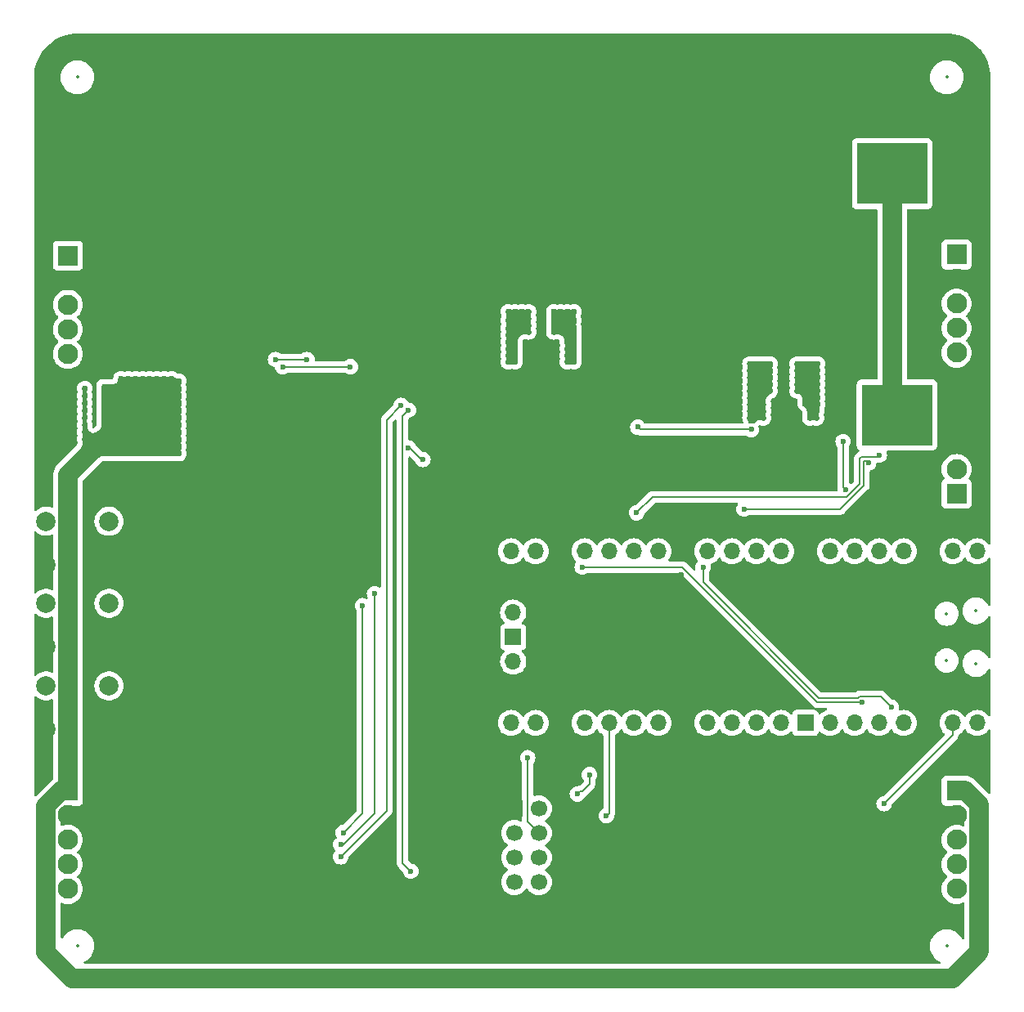
<source format=gbl>
%TF.GenerationSoftware,KiCad,Pcbnew,8.0.5*%
%TF.CreationDate,2025-02-14T12:54:28+01:00*%
%TF.ProjectId,main_board,6d61696e-5f62-46f6-9172-642e6b696361,rev?*%
%TF.SameCoordinates,Original*%
%TF.FileFunction,Copper,L2,Bot*%
%TF.FilePolarity,Positive*%
%FSLAX46Y46*%
G04 Gerber Fmt 4.6, Leading zero omitted, Abs format (unit mm)*
G04 Created by KiCad (PCBNEW 8.0.5) date 2025-02-14 12:54:28*
%MOMM*%
%LPD*%
G01*
G04 APERTURE LIST*
%TA.AperFunction,ComponentPad*%
%ADD10R,1.700000X1.700000*%
%TD*%
%TA.AperFunction,ComponentPad*%
%ADD11C,1.700000*%
%TD*%
%TA.AperFunction,ComponentPad*%
%ADD12R,2.100000X2.100000*%
%TD*%
%TA.AperFunction,ComponentPad*%
%ADD13C,2.100000*%
%TD*%
%TA.AperFunction,ComponentPad*%
%ADD14O,1.700000X1.700000*%
%TD*%
%TA.AperFunction,ComponentPad*%
%ADD15C,2.000000*%
%TD*%
%TA.AperFunction,SMDPad,CuDef*%
%ADD16R,7.340000X6.350000*%
%TD*%
%TA.AperFunction,ViaPad*%
%ADD17C,0.600000*%
%TD*%
%TA.AperFunction,Conductor*%
%ADD18C,0.200000*%
%TD*%
%TA.AperFunction,Conductor*%
%ADD19C,2.000000*%
%TD*%
%ADD20C,0.300000*%
%ADD21C,0.350000*%
G04 APERTURE END LIST*
D10*
%TO.P,U3,1,GND*%
%TO.N,GND*%
X150210000Y-130750000D03*
D11*
%TO.P,U3,2,VCC*%
%TO.N,3.3V+*%
X152750000Y-130750000D03*
%TO.P,U3,3,CE*%
%TO.N,CE*%
X150210000Y-133290000D03*
%TO.P,U3,4,~{CSN}*%
%TO.N,CSN*%
X152750000Y-133290000D03*
%TO.P,U3,5,SCK*%
%TO.N,SCK*%
X150210000Y-135830000D03*
%TO.P,U3,6,MOSI*%
%TO.N,MOSI*%
X152750000Y-135830000D03*
%TO.P,U3,7,MISO*%
%TO.N,MISO*%
X150210000Y-138370000D03*
%TO.P,U3,8,IRQ*%
%TO.N,unconnected-(U3-IRQ-Pad8)*%
X152750000Y-138370000D03*
%TD*%
D12*
%TO.P,SERVO_4,1,Pin_1*%
%TO.N,BAT+*%
X196000000Y-128920000D03*
D13*
%TO.P,SERVO_4,2,Pin_2*%
%TO.N,GND*%
X196000000Y-131460000D03*
%TO.P,SERVO_4,3,Pin_3*%
%TO.N,LED_4*%
X196000000Y-134000000D03*
%TO.P,SERVO_4,4,Pin_4*%
%TO.N,BUT_4*%
X196000000Y-136540000D03*
%TO.P,SERVO_4,5,Pin_5*%
%TO.N,PWM_4*%
X196000000Y-139080000D03*
%TD*%
D12*
%TO.P,SERVO_2,1,Pin_1*%
%TO.N,BAT+*%
X196000000Y-73380000D03*
D13*
%TO.P,SERVO_2,2,Pin_2*%
%TO.N,GND*%
X196000000Y-75920000D03*
%TO.P,SERVO_2,3,Pin_3*%
%TO.N,LED_2*%
X196000000Y-78460000D03*
%TO.P,SERVO_2,4,Pin_4*%
%TO.N,BUT_2*%
X196000000Y-81000000D03*
%TO.P,SERVO_2,5,Pin_5*%
%TO.N,PWM_2*%
X196000000Y-83540000D03*
%TD*%
D14*
%TO.P,U4,1,GPIO0*%
%TO.N,TX_3.3*%
X198130000Y-104110000D03*
%TO.P,U4,2,GPIO1*%
%TO.N,RX_3.3*%
X195590000Y-104110000D03*
D10*
%TO.P,U4,3,GND*%
%TO.N,GND*%
X193050000Y-104110000D03*
D14*
%TO.P,U4,4,GPIO2*%
%TO.N,PWM_1_3v3*%
X190510000Y-104110000D03*
%TO.P,U4,5,GPIO3*%
%TO.N,PWM_2_3v3*%
X187970000Y-104110000D03*
%TO.P,U4,6,GPIO4*%
%TO.N,PWM_3_3v3*%
X185430000Y-104110000D03*
%TO.P,U4,7,GPIO5*%
%TO.N,PWM_4_3v3*%
X182890000Y-104110000D03*
D10*
%TO.P,U4,8,GND*%
%TO.N,GND*%
X180350000Y-104110000D03*
D14*
%TO.P,U4,9,GPIO6*%
%TO.N,LED_1*%
X177810000Y-104110000D03*
%TO.P,U4,10,GPIO7*%
%TO.N,LED_2*%
X175270000Y-104110000D03*
%TO.P,U4,11,GPIO8*%
%TO.N,LED_3*%
X172730000Y-104110000D03*
%TO.P,U4,12,GPIO9*%
%TO.N,LED_4*%
X170190000Y-104110000D03*
D10*
%TO.P,U4,13,GND*%
%TO.N,GND*%
X167650000Y-104110000D03*
D14*
%TO.P,U4,14,GPIO10*%
%TO.N,BUT_1*%
X165110000Y-104110000D03*
%TO.P,U4,15,GPIO11*%
%TO.N,BUT_2*%
X162570000Y-104110000D03*
%TO.P,U4,16,GPIO12*%
%TO.N,BUT_3*%
X160030000Y-104110000D03*
%TO.P,U4,17,GPIO13*%
%TO.N,BUT_4*%
X157490000Y-104110000D03*
D10*
%TO.P,U4,18,GND*%
%TO.N,GND*%
X154950000Y-104110000D03*
D14*
%TO.P,U4,19,GPIO14*%
%TO.N,TEST_1*%
X152410000Y-104110000D03*
%TO.P,U4,20,GPIO15*%
%TO.N,TEST_2*%
X149870000Y-104110000D03*
%TO.P,U4,21,GPIO16*%
%TO.N,MISO*%
X149870000Y-121890000D03*
%TO.P,U4,22,GPIO17*%
%TO.N,CSN*%
X152410000Y-121890000D03*
D10*
%TO.P,U4,23,GND*%
%TO.N,GND*%
X154950000Y-121890000D03*
D14*
%TO.P,U4,24,GPIO18*%
%TO.N,SCK*%
X157490000Y-121890000D03*
%TO.P,U4,25,GPIO19*%
%TO.N,MOSI*%
X160030000Y-121890000D03*
%TO.P,U4,26,GPIO20*%
%TO.N,TEST_3*%
X162570000Y-121890000D03*
%TO.P,U4,27,GPIO21*%
%TO.N,unconnected-(U4-GPIO21-Pad27)*%
X165110000Y-121890000D03*
D10*
%TO.P,U4,28,GND*%
%TO.N,GND*%
X167650000Y-121890000D03*
D14*
%TO.P,U4,29,GPIO22*%
%TO.N,CE*%
X170190000Y-121890000D03*
%TO.P,U4,30,RUN*%
%TO.N,unconnected-(U4-RUN-Pad30)*%
X172730000Y-121890000D03*
%TO.P,U4,31,GPIO26_ADC0*%
%TO.N,unconnected-(U4-GPIO26_ADC0-Pad31)_1*%
X175270000Y-121890000D03*
%TO.P,U4,32,GPIO27_ADC1*%
%TO.N,unconnected-(U4-GPIO27_ADC1-Pad32)*%
X177810000Y-121890000D03*
D10*
%TO.P,U4,33,AGND*%
%TO.N,unconnected-(U4-AGND-Pad33)*%
X180350000Y-121890000D03*
D14*
%TO.P,U4,34,GPIO28_ADC2*%
%TO.N,unconnected-(U4-GPIO28_ADC2-Pad34)*%
X182890000Y-121890000D03*
%TO.P,U4,35,ADC_VREF*%
%TO.N,unconnected-(U4-ADC_VREF-Pad35)_1*%
X185430000Y-121890000D03*
%TO.P,U4,36,3V3*%
%TO.N,unconnected-(U4-3V3-Pad36)*%
X187970000Y-121890000D03*
%TO.P,U4,37,3V3_EN*%
%TO.N,unconnected-(U4-3V3_EN-Pad37)*%
X190510000Y-121890000D03*
D10*
%TO.P,U4,38,GND*%
%TO.N,GND*%
X193050000Y-121890000D03*
D14*
%TO.P,U4,39,VSYS*%
%TO.N,3.3V+*%
X195590000Y-121890000D03*
%TO.P,U4,40,VBUS*%
%TO.N,unconnected-(U4-VBUS-Pad40)_1*%
X198130000Y-121890000D03*
%TO.P,U4,41,SWCLK*%
%TO.N,unconnected-(U4-SWCLK-Pad41)*%
X150100000Y-110460000D03*
D10*
%TO.P,U4,42,GND*%
%TO.N,unconnected-(U4-GND-Pad42)*%
X150100000Y-113000000D03*
D14*
%TO.P,U4,43,SWDIO*%
%TO.N,unconnected-(U4-SWDIO-Pad43)*%
X150100000Y-115540000D03*
%TD*%
D15*
%TO.P,SW3,1,1*%
%TO.N,TEST_3*%
X101750000Y-118050000D03*
X108250000Y-118050000D03*
%TO.P,SW3,2,2*%
%TO.N,GND*%
X101750000Y-122550000D03*
X108250000Y-122550000D03*
%TD*%
D12*
%TO.P,SERVO_3,1,Pin_1*%
%TO.N,BAT+*%
X104000000Y-128920000D03*
D13*
%TO.P,SERVO_3,2,Pin_2*%
%TO.N,GND*%
X104000000Y-131460000D03*
%TO.P,SERVO_3,3,Pin_3*%
%TO.N,LED_3*%
X104000000Y-134000000D03*
%TO.P,SERVO_3,4,Pin_4*%
%TO.N,BUT_3*%
X104000000Y-136540000D03*
%TO.P,SERVO_3,5,Pin_5*%
%TO.N,PWM_3*%
X104000000Y-139080000D03*
%TD*%
D12*
%TO.P,RX_TX_1,1,Pin_1*%
%TO.N,RX*%
X196000000Y-98140000D03*
D13*
%TO.P,RX_TX_1,2,Pin_2*%
%TO.N,TX*%
X196000000Y-95600000D03*
%TD*%
D12*
%TO.P,SERVO_1,1,Pin_1*%
%TO.N,BAT+*%
X104000000Y-73500000D03*
D13*
%TO.P,SERVO_1,2,Pin_2*%
%TO.N,GND*%
X104000000Y-76040000D03*
%TO.P,SERVO_1,3,Pin_3*%
%TO.N,LED_1*%
X104000000Y-78580000D03*
%TO.P,SERVO_1,4,Pin_4*%
%TO.N,BUT_1*%
X104000000Y-81120000D03*
%TO.P,SERVO_1,5,Pin_5*%
%TO.N,PWM_1*%
X104000000Y-83660000D03*
%TD*%
D15*
%TO.P,SW1,1,1*%
%TO.N,TEST_1*%
X101750000Y-109500000D03*
X108250000Y-109500000D03*
%TO.P,SW1,2,2*%
%TO.N,GND*%
X101750000Y-114000000D03*
X108250000Y-114000000D03*
%TD*%
%TO.P,SW2,1,1*%
%TO.N,TEST_2*%
X101750000Y-101000000D03*
X108250000Y-101000000D03*
%TO.P,SW2,2,2*%
%TO.N,GND*%
X101750000Y-105500000D03*
X108250000Y-105500000D03*
%TD*%
D16*
%TO.P,BT2,1,+*%
%TO.N,Net-(BT1--)*%
X189330000Y-65000000D03*
%TO.P,BT2,2,-*%
%TO.N,GND*%
X110670000Y-65000000D03*
%TD*%
%TO.P,BT1,1,+*%
%TO.N,BAT+*%
X111170000Y-90000000D03*
%TO.P,BT1,2,-*%
%TO.N,Net-(BT1--)*%
X189830000Y-90000000D03*
%TD*%
D17*
%TO.N,3.3V+*%
X158000000Y-127250000D03*
X156750000Y-129250000D03*
%TO.N,GND*%
X153500000Y-126750000D03*
X159750000Y-75500000D03*
X126500000Y-101500000D03*
%TO.N,3.3V+*%
X181600000Y-87500000D03*
X188500000Y-130250000D03*
X176000000Y-86100000D03*
X176700000Y-86100000D03*
X179500000Y-84700000D03*
X180300000Y-88800000D03*
X180900000Y-86800000D03*
X175300000Y-86800000D03*
X179500000Y-85400000D03*
X180200000Y-84700000D03*
X180200000Y-86100000D03*
X174600000Y-88200000D03*
X180900000Y-87500000D03*
X181600000Y-84700000D03*
X174600000Y-89600000D03*
X180900000Y-88200000D03*
X175300000Y-89600000D03*
X176700000Y-87500000D03*
X181500000Y-90300000D03*
X180900000Y-85400000D03*
X181600000Y-88900000D03*
X175300000Y-90300000D03*
X181600000Y-86100000D03*
X181500000Y-89600000D03*
X176000000Y-87500000D03*
X174600000Y-90300000D03*
X174750000Y-91500000D03*
X184500000Y-97750000D03*
X180900000Y-84700000D03*
X176000000Y-85400000D03*
X176000000Y-88900000D03*
X176700000Y-85400000D03*
X176000000Y-90300000D03*
X174600000Y-88900000D03*
X180200000Y-87500000D03*
X174600000Y-87500000D03*
X181600000Y-88200000D03*
X180300000Y-88100000D03*
X184250000Y-92750000D03*
X176700000Y-84700000D03*
X181600000Y-86800000D03*
X180800000Y-90300000D03*
X175300000Y-84700000D03*
X180800000Y-89600000D03*
X179500000Y-86800000D03*
X175300000Y-87500000D03*
X175300000Y-88900000D03*
X179500000Y-86100000D03*
X176700000Y-86800000D03*
X174600000Y-86800000D03*
X180900000Y-86100000D03*
X180200000Y-85400000D03*
X176000000Y-89600000D03*
X181600000Y-85400000D03*
X176000000Y-88200000D03*
X163000000Y-91250000D03*
X180200000Y-86800000D03*
X176000000Y-84700000D03*
X174600000Y-84700000D03*
X175300000Y-86100000D03*
X175300000Y-88200000D03*
X174600000Y-86100000D03*
X175300000Y-85400000D03*
X174600000Y-85400000D03*
X179500000Y-87500000D03*
X180900000Y-88900000D03*
X176000000Y-86800000D03*
%TO.N,BAT+*%
X109500000Y-86250000D03*
X114750000Y-86250000D03*
X108000000Y-94000000D03*
X105750000Y-88000000D03*
X107250000Y-94000000D03*
X105750000Y-87250000D03*
X111000000Y-86250000D03*
X110250000Y-86250000D03*
X105750000Y-89500000D03*
X111000000Y-94000000D03*
X105750000Y-94000000D03*
X105750000Y-91000000D03*
X105750000Y-88750000D03*
X115500000Y-88750000D03*
X114750000Y-94000000D03*
X112500000Y-94000000D03*
X114000000Y-94000000D03*
X115500000Y-94000000D03*
X115500000Y-87250000D03*
X112500000Y-86250000D03*
X105750000Y-90250000D03*
X115500000Y-92500000D03*
X115500000Y-91750000D03*
X115500000Y-88000000D03*
X106500000Y-94000000D03*
X111750000Y-86250000D03*
X108750000Y-94000000D03*
X114000000Y-86250000D03*
X109500000Y-94000000D03*
X115500000Y-93250000D03*
X115500000Y-91000000D03*
X105750000Y-91750000D03*
X113250000Y-94000000D03*
X115500000Y-90250000D03*
X105750000Y-92500000D03*
X110250000Y-94000000D03*
X115500000Y-86500000D03*
X111750000Y-94000000D03*
X105750000Y-93250000D03*
X113250000Y-86250000D03*
X115500000Y-89500000D03*
%TO.N,GND*%
X155500000Y-106500000D03*
X123750000Y-95750000D03*
X109750000Y-116250000D03*
X191750000Y-119250000D03*
X157750000Y-77350000D03*
X157000000Y-77350000D03*
X180250000Y-106000000D03*
X158400000Y-77350000D03*
X172000000Y-83000000D03*
X155300000Y-75500000D03*
X167500000Y-106500000D03*
X155125000Y-74625000D03*
X156500000Y-92750000D03*
X154250000Y-74250000D03*
X167250000Y-119750000D03*
X192750000Y-106000000D03*
X127250000Y-90500000D03*
X183750000Y-80750000D03*
X170000000Y-88500000D03*
X180395406Y-78350000D03*
X169200000Y-87137500D03*
X153750000Y-120000000D03*
X109500000Y-107250000D03*
X169300000Y-84100000D03*
X156000000Y-86000000D03*
X108250000Y-125000000D03*
%TO.N,PWM_1*%
X133250000Y-85000000D03*
X126250000Y-85000000D03*
%TO.N,BUT_1*%
X140750000Y-94600000D03*
X139250000Y-93400000D03*
X128750000Y-84250000D03*
X125500000Y-84250000D03*
%TO.N,BUT_2*%
X188000000Y-94150000D03*
X162875000Y-100125000D03*
%TO.N,LED_2*%
X186900000Y-94950000D03*
X174000000Y-99750000D03*
%TO.N,PWM_3*%
X138500000Y-89000000D03*
X132250000Y-135750000D03*
%TO.N,BUT_3*%
X135750000Y-108500000D03*
X132250000Y-134500000D03*
%TO.N,LED_3*%
X134500000Y-109750000D03*
X132500000Y-133250000D03*
%TO.N,PWM_4*%
X139500000Y-137250000D03*
X139250000Y-89500000D03*
%TO.N,LED_4*%
X169750000Y-105750000D03*
X189250000Y-120250000D03*
%TO.N,BUT_4*%
X157250000Y-105750000D03*
X186250000Y-119750000D03*
%TO.N,CSN*%
X151600000Y-125500000D03*
%TO.N,MOSI*%
X159750000Y-131500000D03*
%TO.N,5V+*%
X150300000Y-83100000D03*
X151000000Y-80000000D03*
X154300000Y-80700000D03*
X155000000Y-79300000D03*
X155700000Y-81000000D03*
X150300000Y-82400000D03*
X155700000Y-82400000D03*
X156400000Y-83800000D03*
X155000000Y-80000000D03*
X155000000Y-80700000D03*
X151700000Y-80700000D03*
X151000000Y-80700000D03*
X150300000Y-80200000D03*
X151700000Y-79300000D03*
X149600000Y-80200000D03*
X151000000Y-81400000D03*
X154300000Y-81400000D03*
X151700000Y-80000000D03*
X155700000Y-84500000D03*
X156400000Y-83100000D03*
X150300000Y-81000000D03*
X156400000Y-82400000D03*
X155700000Y-80200000D03*
X151700000Y-81400000D03*
X156400000Y-79300000D03*
X150300000Y-81700000D03*
X149600000Y-81000000D03*
X149600000Y-82400000D03*
X155700000Y-79300000D03*
X149600000Y-83800000D03*
X154300000Y-79300000D03*
X154300000Y-80000000D03*
X156400000Y-81000000D03*
X155000000Y-81400000D03*
X156400000Y-81700000D03*
X156400000Y-84500000D03*
X149600000Y-79300000D03*
X150300000Y-79300000D03*
X155700000Y-81700000D03*
X150300000Y-84500000D03*
X149600000Y-81700000D03*
X155700000Y-83100000D03*
X149600000Y-83100000D03*
X151000000Y-79300000D03*
X155700000Y-83800000D03*
X156400000Y-80200000D03*
X149600000Y-84500000D03*
X150300000Y-83800000D03*
%TD*%
D18*
%TO.N,3.3V+*%
X158000000Y-128250000D02*
X157250000Y-129000000D01*
X157250000Y-129000000D02*
X157000000Y-129000000D01*
X158000000Y-127250000D02*
X158000000Y-128250000D01*
X157000000Y-129000000D02*
X156750000Y-129250000D01*
X184250000Y-97500000D02*
X184500000Y-97750000D01*
X174750000Y-91500000D02*
X163250000Y-91500000D01*
X195590000Y-123160000D02*
X195590000Y-121890000D01*
X184250000Y-92750000D02*
X184250000Y-97500000D01*
X163250000Y-91500000D02*
X163000000Y-91250000D01*
X188500000Y-130250000D02*
X195590000Y-123160000D01*
D19*
%TO.N,BAT+*%
X110670000Y-90000000D02*
X110670000Y-89750000D01*
X198318914Y-145603438D02*
X195588206Y-148334146D01*
X104000000Y-96175000D02*
X104000000Y-128920000D01*
X101750000Y-130528019D02*
X103358019Y-128920000D01*
X110670000Y-90000000D02*
X110175000Y-90000000D01*
X110175000Y-90000000D02*
X104000000Y-96175000D01*
X104411794Y-148334146D02*
X101750000Y-145672352D01*
X196920000Y-128920000D02*
X198318914Y-130318914D01*
X196000000Y-128920000D02*
X196920000Y-128920000D01*
X195588206Y-148334146D02*
X104411794Y-148334146D01*
X198318914Y-130318914D02*
X198318914Y-145603438D01*
X103358019Y-128920000D02*
X104000000Y-128920000D01*
X110670000Y-90000000D02*
X110340000Y-90000000D01*
X101750000Y-145672352D02*
X101750000Y-130528019D01*
D18*
%TO.N,PWM_1*%
X126250000Y-85000000D02*
X133250000Y-85000000D01*
%TO.N,BUT_1*%
X139400000Y-93400000D02*
X140600000Y-94600000D01*
X140600000Y-94600000D02*
X140750000Y-94600000D01*
X139250000Y-93400000D02*
X139400000Y-93400000D01*
X125500000Y-84250000D02*
X128750000Y-84250000D01*
%TO.N,BUT_2*%
X186150000Y-94350000D02*
X186000000Y-94500000D01*
X187800000Y-94350000D02*
X186150000Y-94350000D01*
X164500000Y-98500000D02*
X162875000Y-100125000D01*
X188000000Y-94150000D02*
X187800000Y-94350000D01*
X186000000Y-94500000D02*
X186000000Y-97098529D01*
X186000000Y-97098529D02*
X184598529Y-98500000D01*
X184598529Y-98500000D02*
X164500000Y-98500000D01*
%TO.N,LED_2*%
X183914215Y-99750000D02*
X186400000Y-97264215D01*
X174000000Y-99750000D02*
X183914215Y-99750000D01*
X186400000Y-97264215D02*
X186400000Y-94750000D01*
X186900000Y-94950000D02*
X186700000Y-94750000D01*
X186700000Y-94750000D02*
X186400000Y-94750000D01*
%TO.N,PWM_3*%
X137000000Y-131000000D02*
X132250000Y-135750000D01*
X137000000Y-90500000D02*
X137000000Y-131000000D01*
X138500000Y-89000000D02*
X137000000Y-90500000D01*
%TO.N,BUT_3*%
X135750000Y-108500000D02*
X135750000Y-131250000D01*
X132500000Y-134500000D02*
X132250000Y-134500000D01*
X135750000Y-131250000D02*
X132500000Y-134500000D01*
%TO.N,LED_3*%
X134500000Y-109750000D02*
X134500000Y-131250000D01*
X134500000Y-131250000D02*
X132500000Y-133250000D01*
%TO.N,PWM_4*%
X139250000Y-89500000D02*
X138650000Y-90100000D01*
X138650000Y-136400000D02*
X139500000Y-137250000D01*
X138650000Y-90100000D02*
X138650000Y-136400000D01*
%TO.N,LED_4*%
X181764215Y-119350000D02*
X185801471Y-119350000D01*
X169750000Y-105750000D02*
X169750000Y-107335785D01*
X169750000Y-107335785D02*
X181764215Y-119350000D01*
X185801471Y-119350000D02*
X186001471Y-119150000D01*
X186001471Y-119150000D02*
X188150000Y-119150000D01*
X188150000Y-119150000D02*
X189250000Y-120250000D01*
%TO.N,BUT_4*%
X157250000Y-105750000D02*
X167598529Y-105750000D01*
X181598529Y-119750000D02*
X186250000Y-119750000D01*
X167598529Y-105750000D02*
X181598529Y-119750000D01*
%TO.N,CSN*%
X151600000Y-125500000D02*
X151600000Y-132140000D01*
X151600000Y-132140000D02*
X152750000Y-133290000D01*
%TO.N,MOSI*%
X160030000Y-131220000D02*
X160030000Y-121890000D01*
X159750000Y-131500000D02*
X160030000Y-131220000D01*
D19*
%TO.N,Net-(BT1--)*%
X189330000Y-65000000D02*
X189330000Y-90000000D01*
%TD*%
%TA.AperFunction,Conductor*%
%TO.N,GND*%
G36*
X195002702Y-50500617D02*
G01*
X195386771Y-50517386D01*
X195397506Y-50518326D01*
X195775971Y-50568152D01*
X195786597Y-50570025D01*
X196159284Y-50652648D01*
X196169710Y-50655442D01*
X196533765Y-50770227D01*
X196543911Y-50773920D01*
X196896578Y-50920000D01*
X196906369Y-50924566D01*
X197244942Y-51100816D01*
X197254310Y-51106224D01*
X197576244Y-51311318D01*
X197585105Y-51317523D01*
X197887930Y-51549889D01*
X197896217Y-51556843D01*
X198177635Y-51814715D01*
X198185284Y-51822364D01*
X198443156Y-52103782D01*
X198450110Y-52112069D01*
X198682476Y-52414894D01*
X198688681Y-52423755D01*
X198893775Y-52745689D01*
X198899183Y-52755057D01*
X199075430Y-53093623D01*
X199080002Y-53103427D01*
X199226075Y-53456078D01*
X199229775Y-53466244D01*
X199344554Y-53830278D01*
X199347354Y-53840727D01*
X199429971Y-54213389D01*
X199431849Y-54224042D01*
X199481671Y-54602473D01*
X199482614Y-54613249D01*
X199499382Y-54997297D01*
X199499500Y-55002706D01*
X199499500Y-103318045D01*
X199479815Y-103385084D01*
X199427011Y-103430839D01*
X199357853Y-103440783D01*
X199294297Y-103411758D01*
X199273925Y-103389168D01*
X199168494Y-103238597D01*
X199001402Y-103071506D01*
X199001395Y-103071501D01*
X198807834Y-102935967D01*
X198807830Y-102935965D01*
X198807828Y-102935964D01*
X198593663Y-102836097D01*
X198593659Y-102836096D01*
X198593655Y-102836094D01*
X198365413Y-102774938D01*
X198365403Y-102774936D01*
X198130001Y-102754341D01*
X198129999Y-102754341D01*
X197894596Y-102774936D01*
X197894586Y-102774938D01*
X197666344Y-102836094D01*
X197666335Y-102836098D01*
X197452171Y-102935964D01*
X197452169Y-102935965D01*
X197258597Y-103071505D01*
X197091505Y-103238597D01*
X196961575Y-103424158D01*
X196906998Y-103467783D01*
X196837500Y-103474977D01*
X196775145Y-103443454D01*
X196758425Y-103424158D01*
X196628494Y-103238597D01*
X196461402Y-103071506D01*
X196461395Y-103071501D01*
X196267834Y-102935967D01*
X196267830Y-102935965D01*
X196267828Y-102935964D01*
X196053663Y-102836097D01*
X196053659Y-102836096D01*
X196053655Y-102836094D01*
X195825413Y-102774938D01*
X195825403Y-102774936D01*
X195590001Y-102754341D01*
X195589999Y-102754341D01*
X195354596Y-102774936D01*
X195354586Y-102774938D01*
X195126344Y-102836094D01*
X195126335Y-102836098D01*
X194912171Y-102935964D01*
X194912169Y-102935965D01*
X194718597Y-103071505D01*
X194551505Y-103238597D01*
X194415965Y-103432169D01*
X194415964Y-103432171D01*
X194316098Y-103646335D01*
X194316094Y-103646344D01*
X194254938Y-103874586D01*
X194254936Y-103874596D01*
X194234341Y-104109999D01*
X194234341Y-104110000D01*
X194254936Y-104345403D01*
X194254938Y-104345413D01*
X194316094Y-104573655D01*
X194316096Y-104573659D01*
X194316097Y-104573663D01*
X194320000Y-104582032D01*
X194415965Y-104787830D01*
X194415967Y-104787834D01*
X194524281Y-104942521D01*
X194551505Y-104981401D01*
X194718599Y-105148495D01*
X194778480Y-105190424D01*
X194912165Y-105284032D01*
X194912167Y-105284033D01*
X194912170Y-105284035D01*
X195126337Y-105383903D01*
X195354592Y-105445063D01*
X195542918Y-105461539D01*
X195589999Y-105465659D01*
X195590000Y-105465659D01*
X195590001Y-105465659D01*
X195629234Y-105462226D01*
X195825408Y-105445063D01*
X196053663Y-105383903D01*
X196267830Y-105284035D01*
X196461401Y-105148495D01*
X196628495Y-104981401D01*
X196758425Y-104795842D01*
X196813002Y-104752217D01*
X196882500Y-104745023D01*
X196944855Y-104776546D01*
X196961575Y-104795842D01*
X197091500Y-104981395D01*
X197091505Y-104981401D01*
X197258599Y-105148495D01*
X197318480Y-105190424D01*
X197452165Y-105284032D01*
X197452167Y-105284033D01*
X197452170Y-105284035D01*
X197666337Y-105383903D01*
X197894592Y-105445063D01*
X198082918Y-105461539D01*
X198129999Y-105465659D01*
X198130000Y-105465659D01*
X198130001Y-105465659D01*
X198169234Y-105462226D01*
X198365408Y-105445063D01*
X198593663Y-105383903D01*
X198807830Y-105284035D01*
X199001401Y-105148495D01*
X199168495Y-104981401D01*
X199273925Y-104830830D01*
X199328502Y-104787206D01*
X199398000Y-104780012D01*
X199460355Y-104811535D01*
X199495769Y-104871764D01*
X199499500Y-104901954D01*
X199499500Y-109615659D01*
X199479815Y-109682698D01*
X199427011Y-109728453D01*
X199357853Y-109738397D01*
X199294297Y-109709372D01*
X199261944Y-109665470D01*
X199235923Y-109606149D01*
X199108983Y-109411852D01*
X199108980Y-109411849D01*
X199108979Y-109411847D01*
X198951784Y-109241087D01*
X198951779Y-109241083D01*
X198951777Y-109241081D01*
X198768634Y-109098535D01*
X198768628Y-109098531D01*
X198564504Y-108988064D01*
X198564495Y-108988061D01*
X198344984Y-108912702D01*
X198173282Y-108884050D01*
X198116049Y-108874500D01*
X197883951Y-108874500D01*
X197838164Y-108882140D01*
X197655015Y-108912702D01*
X197435504Y-108988061D01*
X197435495Y-108988064D01*
X197231371Y-109098531D01*
X197231365Y-109098535D01*
X197048222Y-109241081D01*
X197048219Y-109241084D01*
X197048216Y-109241086D01*
X197048216Y-109241087D01*
X197038009Y-109252175D01*
X196891016Y-109411852D01*
X196764075Y-109606151D01*
X196670842Y-109818699D01*
X196613866Y-110043691D01*
X196613864Y-110043702D01*
X196594700Y-110274993D01*
X196594700Y-110275006D01*
X196613864Y-110506297D01*
X196613866Y-110506308D01*
X196670842Y-110731300D01*
X196764075Y-110943848D01*
X196891016Y-111138147D01*
X196891019Y-111138151D01*
X196891021Y-111138153D01*
X197048216Y-111308913D01*
X197048219Y-111308915D01*
X197048222Y-111308918D01*
X197231365Y-111451464D01*
X197231371Y-111451468D01*
X197231374Y-111451470D01*
X197435497Y-111561936D01*
X197500761Y-111584341D01*
X197655015Y-111637297D01*
X197655017Y-111637297D01*
X197655019Y-111637298D01*
X197883951Y-111675500D01*
X197883952Y-111675500D01*
X198116048Y-111675500D01*
X198116049Y-111675500D01*
X198344981Y-111637298D01*
X198564503Y-111561936D01*
X198768626Y-111451470D01*
X198951784Y-111308913D01*
X199108979Y-111138153D01*
X199235924Y-110943849D01*
X199261944Y-110884530D01*
X199306900Y-110831044D01*
X199373636Y-110810354D01*
X199440964Y-110829029D01*
X199487507Y-110881139D01*
X199499500Y-110934340D01*
X199499500Y-115065659D01*
X199479815Y-115132698D01*
X199427011Y-115178453D01*
X199357853Y-115188397D01*
X199294297Y-115159372D01*
X199261944Y-115115470D01*
X199246741Y-115080812D01*
X199235924Y-115056151D01*
X199235923Y-115056149D01*
X199108983Y-114861852D01*
X199108980Y-114861849D01*
X199108979Y-114861847D01*
X198951784Y-114691087D01*
X198951779Y-114691083D01*
X198951777Y-114691081D01*
X198768634Y-114548535D01*
X198768628Y-114548531D01*
X198564504Y-114438064D01*
X198564495Y-114438061D01*
X198344984Y-114362702D01*
X198173282Y-114334050D01*
X198116049Y-114324500D01*
X197883951Y-114324500D01*
X197838164Y-114332140D01*
X197655015Y-114362702D01*
X197435504Y-114438061D01*
X197435495Y-114438064D01*
X197231371Y-114548531D01*
X197231365Y-114548535D01*
X197048222Y-114691081D01*
X197048219Y-114691084D01*
X196891016Y-114861852D01*
X196764075Y-115056151D01*
X196670842Y-115268699D01*
X196613866Y-115493691D01*
X196613864Y-115493702D01*
X196594700Y-115724993D01*
X196594700Y-115725006D01*
X196613864Y-115956297D01*
X196613866Y-115956308D01*
X196670842Y-116181300D01*
X196764075Y-116393848D01*
X196891016Y-116588147D01*
X196891019Y-116588151D01*
X196891021Y-116588153D01*
X197048216Y-116758913D01*
X197048219Y-116758915D01*
X197048222Y-116758918D01*
X197231365Y-116901464D01*
X197231371Y-116901468D01*
X197231374Y-116901470D01*
X197435497Y-117011936D01*
X197549487Y-117051068D01*
X197655015Y-117087297D01*
X197655017Y-117087297D01*
X197655019Y-117087298D01*
X197883951Y-117125500D01*
X197883952Y-117125500D01*
X198116048Y-117125500D01*
X198116049Y-117125500D01*
X198344981Y-117087298D01*
X198564503Y-117011936D01*
X198768626Y-116901470D01*
X198802557Y-116875061D01*
X198881130Y-116813905D01*
X198951784Y-116758913D01*
X199108979Y-116588153D01*
X199235924Y-116393849D01*
X199261944Y-116334530D01*
X199306900Y-116281044D01*
X199373636Y-116260354D01*
X199440964Y-116279029D01*
X199487507Y-116331139D01*
X199499500Y-116384340D01*
X199499500Y-121098045D01*
X199479815Y-121165084D01*
X199427011Y-121210839D01*
X199357853Y-121220783D01*
X199294297Y-121191758D01*
X199273925Y-121169168D01*
X199168494Y-121018597D01*
X199001402Y-120851506D01*
X199001395Y-120851501D01*
X198807834Y-120715967D01*
X198807830Y-120715965D01*
X198736467Y-120682688D01*
X198593663Y-120616097D01*
X198593659Y-120616096D01*
X198593655Y-120616094D01*
X198365413Y-120554938D01*
X198365403Y-120554936D01*
X198130001Y-120534341D01*
X198129999Y-120534341D01*
X197894596Y-120554936D01*
X197894586Y-120554938D01*
X197666344Y-120616094D01*
X197666335Y-120616098D01*
X197452171Y-120715964D01*
X197452169Y-120715965D01*
X197258597Y-120851505D01*
X197091505Y-121018597D01*
X196961575Y-121204158D01*
X196906998Y-121247783D01*
X196837500Y-121254977D01*
X196775145Y-121223454D01*
X196758425Y-121204158D01*
X196628494Y-121018597D01*
X196461402Y-120851506D01*
X196461395Y-120851501D01*
X196267834Y-120715967D01*
X196267830Y-120715965D01*
X196196467Y-120682688D01*
X196053663Y-120616097D01*
X196053659Y-120616096D01*
X196053655Y-120616094D01*
X195825413Y-120554938D01*
X195825403Y-120554936D01*
X195590001Y-120534341D01*
X195589999Y-120534341D01*
X195354596Y-120554936D01*
X195354586Y-120554938D01*
X195126344Y-120616094D01*
X195126335Y-120616098D01*
X194912171Y-120715964D01*
X194912169Y-120715965D01*
X194718597Y-120851505D01*
X194551505Y-121018597D01*
X194415965Y-121212169D01*
X194415964Y-121212171D01*
X194316098Y-121426335D01*
X194316094Y-121426344D01*
X194254938Y-121654586D01*
X194254936Y-121654596D01*
X194234341Y-121889999D01*
X194234341Y-121890000D01*
X194254936Y-122125403D01*
X194254938Y-122125413D01*
X194316094Y-122353655D01*
X194316096Y-122353659D01*
X194316097Y-122353663D01*
X194320000Y-122362032D01*
X194415965Y-122567830D01*
X194415967Y-122567834D01*
X194524281Y-122722521D01*
X194551505Y-122761401D01*
X194718599Y-122928495D01*
X194732347Y-122938121D01*
X194746747Y-122948205D01*
X194790371Y-123002783D01*
X194797563Y-123072282D01*
X194766040Y-123134636D01*
X194763303Y-123137460D01*
X188481465Y-129419298D01*
X188420142Y-129452783D01*
X188407668Y-129454837D01*
X188320750Y-129464630D01*
X188150478Y-129524210D01*
X187997737Y-129620184D01*
X187870184Y-129747737D01*
X187774211Y-129900476D01*
X187714631Y-130070745D01*
X187714630Y-130070750D01*
X187694435Y-130249996D01*
X187694435Y-130250003D01*
X187714630Y-130429249D01*
X187714631Y-130429254D01*
X187774211Y-130599523D01*
X187829455Y-130687443D01*
X187870184Y-130752262D01*
X187997738Y-130879816D01*
X188036421Y-130904122D01*
X188134015Y-130965445D01*
X188150478Y-130975789D01*
X188268084Y-131016941D01*
X188320745Y-131035368D01*
X188320750Y-131035369D01*
X188499996Y-131055565D01*
X188500000Y-131055565D01*
X188500004Y-131055565D01*
X188679249Y-131035369D01*
X188679252Y-131035368D01*
X188679255Y-131035368D01*
X188849522Y-130975789D01*
X189002262Y-130879816D01*
X189129816Y-130752262D01*
X189225789Y-130599522D01*
X189285368Y-130429255D01*
X189295161Y-130342329D01*
X189322226Y-130277918D01*
X189330690Y-130268543D01*
X195958713Y-123640521D01*
X195958716Y-123640520D01*
X196070520Y-123528716D01*
X196120639Y-123441904D01*
X196149577Y-123391785D01*
X196190500Y-123239057D01*
X196190500Y-123179090D01*
X196210185Y-123112051D01*
X196262101Y-123066706D01*
X196267830Y-123064035D01*
X196461401Y-122928495D01*
X196628495Y-122761401D01*
X196758425Y-122575842D01*
X196813002Y-122532217D01*
X196882500Y-122525023D01*
X196944855Y-122556546D01*
X196961575Y-122575842D01*
X197091500Y-122761395D01*
X197091505Y-122761401D01*
X197258599Y-122928495D01*
X197355384Y-122996265D01*
X197452165Y-123064032D01*
X197452167Y-123064033D01*
X197452170Y-123064035D01*
X197666337Y-123163903D01*
X197894592Y-123225063D01*
X198071034Y-123240500D01*
X198129999Y-123245659D01*
X198130000Y-123245659D01*
X198130001Y-123245659D01*
X198188966Y-123240500D01*
X198365408Y-123225063D01*
X198593663Y-123163903D01*
X198807830Y-123064035D01*
X199001401Y-122928495D01*
X199168495Y-122761401D01*
X199273925Y-122610830D01*
X199328502Y-122567206D01*
X199398000Y-122560012D01*
X199460355Y-122591535D01*
X199495769Y-122651764D01*
X199499500Y-122681954D01*
X199499500Y-129078111D01*
X199479815Y-129145150D01*
X199427011Y-129190905D01*
X199357853Y-129200849D01*
X199294297Y-129171824D01*
X199287819Y-129165792D01*
X197897511Y-127775484D01*
X197897508Y-127775482D01*
X197706434Y-127636657D01*
X197688784Y-127627664D01*
X197495996Y-127529433D01*
X197399332Y-127498025D01*
X197363340Y-127479361D01*
X197292331Y-127426204D01*
X197292328Y-127426202D01*
X197157482Y-127375908D01*
X197157483Y-127375908D01*
X197097883Y-127369501D01*
X197097881Y-127369500D01*
X197097873Y-127369500D01*
X197097864Y-127369500D01*
X194902129Y-127369500D01*
X194902123Y-127369501D01*
X194842516Y-127375908D01*
X194707671Y-127426202D01*
X194707664Y-127426206D01*
X194592455Y-127512452D01*
X194592452Y-127512455D01*
X194506206Y-127627664D01*
X194506202Y-127627671D01*
X194455908Y-127762517D01*
X194449752Y-127819783D01*
X194449501Y-127822123D01*
X194449500Y-127822135D01*
X194449500Y-130017870D01*
X194449501Y-130017876D01*
X194455908Y-130077483D01*
X194506202Y-130212328D01*
X194506206Y-130212335D01*
X194592452Y-130327544D01*
X194592455Y-130327547D01*
X194707664Y-130413793D01*
X194707671Y-130413797D01*
X194842517Y-130464091D01*
X194842516Y-130464091D01*
X194849444Y-130464835D01*
X194902127Y-130470500D01*
X196297110Y-130470499D01*
X196364149Y-130490184D01*
X196384791Y-130506818D01*
X196782095Y-130904122D01*
X196815580Y-130965445D01*
X196818414Y-130991803D01*
X196818414Y-132475170D01*
X196798729Y-132542209D01*
X196745925Y-132587964D01*
X196676767Y-132597908D01*
X196646961Y-132589731D01*
X196480618Y-132520830D01*
X196480621Y-132520830D01*
X196299270Y-132477291D01*
X196243302Y-132463854D01*
X196243300Y-132463853D01*
X196243297Y-132463853D01*
X196000000Y-132444706D01*
X195756702Y-132463853D01*
X195519380Y-132520830D01*
X195293910Y-132614222D01*
X195085826Y-132741737D01*
X195085823Y-132741738D01*
X194900241Y-132900241D01*
X194741738Y-133085823D01*
X194741737Y-133085826D01*
X194614222Y-133293910D01*
X194520830Y-133519380D01*
X194463853Y-133756702D01*
X194444706Y-134000000D01*
X194463853Y-134243297D01*
X194463853Y-134243300D01*
X194463854Y-134243302D01*
X194519515Y-134475145D01*
X194520830Y-134480619D01*
X194614222Y-134706089D01*
X194741737Y-134914173D01*
X194741738Y-134914176D01*
X194741741Y-134914179D01*
X194900241Y-135099759D01*
X194952226Y-135144158D01*
X194989168Y-135175710D01*
X195027361Y-135234217D01*
X195027859Y-135304085D01*
X194990505Y-135363131D01*
X194989168Y-135364290D01*
X194900241Y-135440241D01*
X194741738Y-135625823D01*
X194741737Y-135625826D01*
X194614222Y-135833910D01*
X194520830Y-136059380D01*
X194463853Y-136296702D01*
X194444706Y-136540000D01*
X194463853Y-136783297D01*
X194463853Y-136783300D01*
X194463854Y-136783302D01*
X194519515Y-137015145D01*
X194520830Y-137020619D01*
X194614222Y-137246089D01*
X194741737Y-137454173D01*
X194741738Y-137454176D01*
X194741741Y-137454179D01*
X194900241Y-137639759D01*
X194952226Y-137684158D01*
X194989168Y-137715710D01*
X195027361Y-137774217D01*
X195027859Y-137844085D01*
X194990505Y-137903131D01*
X194989168Y-137904290D01*
X194900241Y-137980241D01*
X194741738Y-138165823D01*
X194741737Y-138165826D01*
X194614222Y-138373910D01*
X194520830Y-138599380D01*
X194463853Y-138836702D01*
X194444706Y-139080000D01*
X194463853Y-139323297D01*
X194463853Y-139323300D01*
X194463854Y-139323302D01*
X194516847Y-139544032D01*
X194520830Y-139560619D01*
X194614222Y-139786089D01*
X194741737Y-139994173D01*
X194741738Y-139994176D01*
X194741741Y-139994179D01*
X194900241Y-140179759D01*
X195043897Y-140302453D01*
X195085823Y-140338261D01*
X195085826Y-140338262D01*
X195293910Y-140465777D01*
X195519381Y-140559169D01*
X195519378Y-140559169D01*
X195519384Y-140559170D01*
X195519388Y-140559172D01*
X195756698Y-140616146D01*
X196000000Y-140635294D01*
X196243302Y-140616146D01*
X196480612Y-140559172D01*
X196646962Y-140490267D01*
X196716430Y-140482799D01*
X196778910Y-140514074D01*
X196814562Y-140574163D01*
X196818414Y-140604829D01*
X196818414Y-144192372D01*
X196798729Y-144259411D01*
X196745925Y-144305166D01*
X196676767Y-144315110D01*
X196613211Y-144286085D01*
X196579853Y-144239826D01*
X196579481Y-144238929D01*
X196573344Y-144224112D01*
X196458611Y-144025388D01*
X196458608Y-144025385D01*
X196458607Y-144025382D01*
X196318918Y-143843338D01*
X196318911Y-143843330D01*
X196156670Y-143681089D01*
X196156661Y-143681081D01*
X195974617Y-143541392D01*
X195775890Y-143426657D01*
X195775876Y-143426650D01*
X195563887Y-143338842D01*
X195342238Y-143279452D01*
X195304215Y-143274446D01*
X195114741Y-143249500D01*
X195114734Y-143249500D01*
X194885266Y-143249500D01*
X194885258Y-143249500D01*
X194668715Y-143278009D01*
X194657762Y-143279452D01*
X194564076Y-143304554D01*
X194436112Y-143338842D01*
X194224123Y-143426650D01*
X194224109Y-143426657D01*
X194025382Y-143541392D01*
X193843338Y-143681081D01*
X193681081Y-143843338D01*
X193541392Y-144025382D01*
X193426657Y-144224109D01*
X193426650Y-144224123D01*
X193338842Y-144436112D01*
X193279453Y-144657759D01*
X193279451Y-144657770D01*
X193249500Y-144885258D01*
X193249500Y-145114741D01*
X193264346Y-145227502D01*
X193279452Y-145342238D01*
X193279453Y-145342240D01*
X193338842Y-145563887D01*
X193426650Y-145775876D01*
X193426657Y-145775890D01*
X193541392Y-145974617D01*
X193681081Y-146156661D01*
X193681089Y-146156670D01*
X193843330Y-146318911D01*
X193843338Y-146318918D01*
X194025382Y-146458607D01*
X194025385Y-146458608D01*
X194025388Y-146458611D01*
X194224112Y-146573344D01*
X194267942Y-146591499D01*
X194276599Y-146595085D01*
X194331002Y-146638926D01*
X194353067Y-146705220D01*
X194335788Y-146772919D01*
X194284651Y-146820530D01*
X194229146Y-146833646D01*
X105770854Y-146833646D01*
X105703815Y-146813961D01*
X105658060Y-146761157D01*
X105648116Y-146691999D01*
X105677141Y-146628443D01*
X105723401Y-146595085D01*
X105728455Y-146592991D01*
X105775888Y-146573344D01*
X105974612Y-146458611D01*
X106156661Y-146318919D01*
X106156665Y-146318914D01*
X106156670Y-146318911D01*
X106318911Y-146156670D01*
X106318914Y-146156665D01*
X106318919Y-146156661D01*
X106458611Y-145974612D01*
X106573344Y-145775888D01*
X106661158Y-145563887D01*
X106720548Y-145342238D01*
X106750500Y-145114734D01*
X106750500Y-144885266D01*
X106720548Y-144657762D01*
X106661158Y-144436113D01*
X106599014Y-144286085D01*
X106573349Y-144224123D01*
X106573344Y-144224113D01*
X106573344Y-144224112D01*
X106458611Y-144025388D01*
X106458608Y-144025385D01*
X106458607Y-144025382D01*
X106318918Y-143843338D01*
X106318911Y-143843330D01*
X106156670Y-143681089D01*
X106156661Y-143681081D01*
X105974617Y-143541392D01*
X105775890Y-143426657D01*
X105775876Y-143426650D01*
X105563887Y-143338842D01*
X105342238Y-143279452D01*
X105304215Y-143274446D01*
X105114741Y-143249500D01*
X105114734Y-143249500D01*
X104885266Y-143249500D01*
X104885258Y-143249500D01*
X104668715Y-143278009D01*
X104657762Y-143279452D01*
X104564076Y-143304554D01*
X104436112Y-143338842D01*
X104224123Y-143426650D01*
X104224109Y-143426657D01*
X104025382Y-143541392D01*
X103843338Y-143681081D01*
X103681081Y-143843338D01*
X103541392Y-144025382D01*
X103481887Y-144128449D01*
X103431320Y-144176665D01*
X103362713Y-144189887D01*
X103297848Y-144163919D01*
X103257320Y-144107005D01*
X103250500Y-144066449D01*
X103250500Y-140633374D01*
X103270185Y-140566335D01*
X103322989Y-140520580D01*
X103392147Y-140510636D01*
X103421950Y-140518812D01*
X103474964Y-140540771D01*
X103519380Y-140559169D01*
X103519381Y-140559169D01*
X103519388Y-140559172D01*
X103756698Y-140616146D01*
X104000000Y-140635294D01*
X104243302Y-140616146D01*
X104480612Y-140559172D01*
X104706089Y-140465777D01*
X104914179Y-140338259D01*
X105099759Y-140179759D01*
X105258259Y-139994179D01*
X105385777Y-139786089D01*
X105479172Y-139560612D01*
X105536146Y-139323302D01*
X105555294Y-139080000D01*
X105536146Y-138836698D01*
X105479172Y-138599388D01*
X105385777Y-138373911D01*
X105385777Y-138373910D01*
X105258262Y-138165826D01*
X105258261Y-138165823D01*
X105164092Y-138055565D01*
X105099759Y-137980241D01*
X105099757Y-137980239D01*
X105099756Y-137980238D01*
X105010832Y-137904290D01*
X104972638Y-137845784D01*
X104972139Y-137775916D01*
X105009493Y-137716869D01*
X105010832Y-137715710D01*
X105047774Y-137684158D01*
X105099759Y-137639759D01*
X105258259Y-137454179D01*
X105385777Y-137246089D01*
X105479172Y-137020612D01*
X105536146Y-136783302D01*
X105555294Y-136540000D01*
X105536146Y-136296698D01*
X105479172Y-136059388D01*
X105425267Y-135929249D01*
X105385777Y-135833910D01*
X105258262Y-135625826D01*
X105258261Y-135625823D01*
X105099756Y-135440238D01*
X105010832Y-135364290D01*
X104972638Y-135305784D01*
X104972139Y-135235916D01*
X105009493Y-135176869D01*
X105010832Y-135175710D01*
X105047774Y-135144158D01*
X105099759Y-135099759D01*
X105258259Y-134914179D01*
X105385777Y-134706089D01*
X105471143Y-134499996D01*
X131444435Y-134499996D01*
X131444435Y-134500003D01*
X131464630Y-134679249D01*
X131464631Y-134679254D01*
X131524211Y-134849523D01*
X131620184Y-135002262D01*
X131655241Y-135037319D01*
X131688726Y-135098642D01*
X131683742Y-135168334D01*
X131655241Y-135212681D01*
X131620184Y-135247737D01*
X131524211Y-135400476D01*
X131464631Y-135570745D01*
X131464630Y-135570750D01*
X131444435Y-135749996D01*
X131444435Y-135750003D01*
X131464630Y-135929249D01*
X131464631Y-135929254D01*
X131524211Y-136099523D01*
X131579543Y-136187583D01*
X131620184Y-136252262D01*
X131747738Y-136379816D01*
X131810573Y-136419298D01*
X131882721Y-136464632D01*
X131900478Y-136475789D01*
X132014943Y-136515842D01*
X132070745Y-136535368D01*
X132070750Y-136535369D01*
X132249996Y-136555565D01*
X132250000Y-136555565D01*
X132250004Y-136555565D01*
X132429249Y-136535369D01*
X132429252Y-136535368D01*
X132429255Y-136535368D01*
X132599522Y-136475789D01*
X132752262Y-136379816D01*
X132879816Y-136252262D01*
X132975789Y-136099522D01*
X133035368Y-135929255D01*
X133045161Y-135842329D01*
X133072226Y-135777918D01*
X133080690Y-135768543D01*
X137358506Y-131490728D01*
X137358511Y-131490724D01*
X137368714Y-131480520D01*
X137368716Y-131480520D01*
X137480520Y-131368716D01*
X137559577Y-131231784D01*
X137600500Y-131079057D01*
X137600500Y-90800097D01*
X137620185Y-90733058D01*
X137636819Y-90712416D01*
X137837819Y-90511416D01*
X137899142Y-90477931D01*
X137968834Y-90482915D01*
X138024767Y-90524787D01*
X138049184Y-90590251D01*
X138049500Y-90599097D01*
X138049500Y-136313330D01*
X138049499Y-136313348D01*
X138049499Y-136479054D01*
X138049498Y-136479054D01*
X138049499Y-136479057D01*
X138087314Y-136620184D01*
X138090423Y-136631784D01*
X138090424Y-136631787D01*
X138097168Y-136643467D01*
X138097169Y-136643469D01*
X138169477Y-136768712D01*
X138169481Y-136768717D01*
X138288349Y-136887585D01*
X138288355Y-136887590D01*
X138669298Y-137268533D01*
X138702783Y-137329856D01*
X138704837Y-137342330D01*
X138714630Y-137429249D01*
X138774210Y-137599521D01*
X138799495Y-137639761D01*
X138870184Y-137752262D01*
X138997738Y-137879816D01*
X139150478Y-137975789D01*
X139320745Y-138035368D01*
X139320750Y-138035369D01*
X139499996Y-138055565D01*
X139500000Y-138055565D01*
X139500004Y-138055565D01*
X139679249Y-138035369D01*
X139679252Y-138035368D01*
X139679255Y-138035368D01*
X139849522Y-137975789D01*
X140002262Y-137879816D01*
X140129816Y-137752262D01*
X140225789Y-137599522D01*
X140285368Y-137429255D01*
X140296382Y-137331501D01*
X140305565Y-137250003D01*
X140305565Y-137249996D01*
X140285369Y-137070750D01*
X140285368Y-137070745D01*
X140225788Y-136900476D01*
X140129815Y-136747737D01*
X140002262Y-136620184D01*
X139849521Y-136524210D01*
X139679249Y-136464630D01*
X139592330Y-136454837D01*
X139527916Y-136427770D01*
X139518533Y-136419298D01*
X139286819Y-136187583D01*
X139253334Y-136126260D01*
X139250500Y-136099902D01*
X139250500Y-133289999D01*
X148854341Y-133289999D01*
X148854341Y-133290000D01*
X148874936Y-133525403D01*
X148874938Y-133525413D01*
X148936094Y-133753655D01*
X148936096Y-133753659D01*
X148936097Y-133753663D01*
X149016004Y-133925023D01*
X149035965Y-133967830D01*
X149035967Y-133967834D01*
X149144281Y-134122521D01*
X149171501Y-134161396D01*
X149171506Y-134161402D01*
X149338597Y-134328493D01*
X149338603Y-134328498D01*
X149524158Y-134458425D01*
X149567783Y-134513002D01*
X149574977Y-134582500D01*
X149543454Y-134644855D01*
X149524158Y-134661575D01*
X149338597Y-134791505D01*
X149171505Y-134958597D01*
X149035965Y-135152169D01*
X149035964Y-135152171D01*
X148936098Y-135366335D01*
X148936094Y-135366344D01*
X148874938Y-135594586D01*
X148874936Y-135594596D01*
X148854341Y-135829999D01*
X148854341Y-135830000D01*
X148874936Y-136065403D01*
X148874938Y-136065413D01*
X148936094Y-136293655D01*
X148936096Y-136293659D01*
X148936097Y-136293663D01*
X149022548Y-136479057D01*
X149035965Y-136507830D01*
X149035967Y-136507834D01*
X149144281Y-136662521D01*
X149171501Y-136701396D01*
X149171506Y-136701402D01*
X149338597Y-136868493D01*
X149338603Y-136868498D01*
X149524158Y-136998425D01*
X149567783Y-137053002D01*
X149574977Y-137122500D01*
X149543454Y-137184855D01*
X149524158Y-137201575D01*
X149338597Y-137331505D01*
X149171505Y-137498597D01*
X149035965Y-137692169D01*
X149035964Y-137692171D01*
X148936098Y-137906335D01*
X148936094Y-137906344D01*
X148874938Y-138134586D01*
X148874936Y-138134596D01*
X148854341Y-138369999D01*
X148854341Y-138370000D01*
X148874936Y-138605403D01*
X148874938Y-138605413D01*
X148936094Y-138833655D01*
X148936096Y-138833659D01*
X148936097Y-138833663D01*
X148940000Y-138842032D01*
X149035965Y-139047830D01*
X149035967Y-139047834D01*
X149144281Y-139202521D01*
X149171505Y-139241401D01*
X149338599Y-139408495D01*
X149435384Y-139476265D01*
X149532165Y-139544032D01*
X149532167Y-139544033D01*
X149532170Y-139544035D01*
X149746337Y-139643903D01*
X149974592Y-139705063D01*
X150162918Y-139721539D01*
X150209999Y-139725659D01*
X150210000Y-139725659D01*
X150210001Y-139725659D01*
X150249234Y-139722226D01*
X150445408Y-139705063D01*
X150673663Y-139643903D01*
X150887830Y-139544035D01*
X151081401Y-139408495D01*
X151248495Y-139241401D01*
X151378425Y-139055842D01*
X151433002Y-139012217D01*
X151502500Y-139005023D01*
X151564855Y-139036546D01*
X151581575Y-139055842D01*
X151711500Y-139241395D01*
X151711505Y-139241401D01*
X151878599Y-139408495D01*
X151975384Y-139476265D01*
X152072165Y-139544032D01*
X152072167Y-139544033D01*
X152072170Y-139544035D01*
X152286337Y-139643903D01*
X152514592Y-139705063D01*
X152702918Y-139721539D01*
X152749999Y-139725659D01*
X152750000Y-139725659D01*
X152750001Y-139725659D01*
X152789234Y-139722226D01*
X152985408Y-139705063D01*
X153213663Y-139643903D01*
X153427830Y-139544035D01*
X153621401Y-139408495D01*
X153788495Y-139241401D01*
X153924035Y-139047830D01*
X154023903Y-138833663D01*
X154085063Y-138605408D01*
X154105659Y-138370000D01*
X154085063Y-138134592D01*
X154023903Y-137906337D01*
X153924035Y-137692171D01*
X153918425Y-137684158D01*
X153788494Y-137498597D01*
X153621402Y-137331506D01*
X153621396Y-137331501D01*
X153435842Y-137201575D01*
X153392217Y-137146998D01*
X153385023Y-137077500D01*
X153416546Y-137015145D01*
X153435842Y-136998425D01*
X153458026Y-136982891D01*
X153621401Y-136868495D01*
X153788495Y-136701401D01*
X153924035Y-136507830D01*
X154023903Y-136293663D01*
X154085063Y-136065408D01*
X154105659Y-135830000D01*
X154085063Y-135594592D01*
X154023903Y-135366337D01*
X153924035Y-135152171D01*
X153918425Y-135144158D01*
X153788494Y-134958597D01*
X153621402Y-134791506D01*
X153621396Y-134791501D01*
X153435842Y-134661575D01*
X153392217Y-134606998D01*
X153385023Y-134537500D01*
X153416546Y-134475145D01*
X153435842Y-134458425D01*
X153458026Y-134442891D01*
X153621401Y-134328495D01*
X153788495Y-134161401D01*
X153924035Y-133967830D01*
X154023903Y-133753663D01*
X154085063Y-133525408D01*
X154105659Y-133290000D01*
X154085063Y-133054592D01*
X154023903Y-132826337D01*
X153924035Y-132612171D01*
X153908323Y-132589731D01*
X153788494Y-132418597D01*
X153621402Y-132251506D01*
X153621396Y-132251501D01*
X153435842Y-132121575D01*
X153392217Y-132066998D01*
X153385023Y-131997500D01*
X153416546Y-131935145D01*
X153435842Y-131918425D01*
X153534245Y-131849522D01*
X153621401Y-131788495D01*
X153788495Y-131621401D01*
X153924035Y-131427830D01*
X154023903Y-131213663D01*
X154085063Y-130985408D01*
X154105659Y-130750000D01*
X154085063Y-130514592D01*
X154023903Y-130286337D01*
X153924035Y-130072171D01*
X153912408Y-130055565D01*
X153788494Y-129878597D01*
X153621402Y-129711506D01*
X153621395Y-129711501D01*
X153427834Y-129575967D01*
X153427830Y-129575965D01*
X153380301Y-129553802D01*
X153213663Y-129476097D01*
X153213659Y-129476096D01*
X153213655Y-129476094D01*
X152985413Y-129414938D01*
X152985403Y-129414936D01*
X152750001Y-129394341D01*
X152749999Y-129394341D01*
X152514596Y-129414936D01*
X152514583Y-129414939D01*
X152356592Y-129457271D01*
X152286742Y-129455608D01*
X152228880Y-129416445D01*
X152201377Y-129352216D01*
X152200500Y-129337496D01*
X152200500Y-129249996D01*
X155944435Y-129249996D01*
X155944435Y-129250003D01*
X155964630Y-129429249D01*
X155964631Y-129429254D01*
X156024211Y-129599523D01*
X156094575Y-129711506D01*
X156120184Y-129752262D01*
X156247738Y-129879816D01*
X156400478Y-129975789D01*
X156520747Y-130017873D01*
X156570745Y-130035368D01*
X156570750Y-130035369D01*
X156749996Y-130055565D01*
X156750000Y-130055565D01*
X156750004Y-130055565D01*
X156929249Y-130035369D01*
X156929252Y-130035368D01*
X156929255Y-130035368D01*
X157099522Y-129975789D01*
X157252262Y-129879816D01*
X157379816Y-129752262D01*
X157475789Y-129599522D01*
X157476590Y-129597231D01*
X157477509Y-129595950D01*
X157478810Y-129593249D01*
X157479283Y-129593476D01*
X157517310Y-129540455D01*
X157531624Y-129530801D01*
X157543040Y-129524211D01*
X157618716Y-129480520D01*
X157730520Y-129368716D01*
X157730520Y-129368714D01*
X157740724Y-129358511D01*
X157740728Y-129358506D01*
X158358506Y-128740728D01*
X158358511Y-128740724D01*
X158368714Y-128730520D01*
X158368716Y-128730520D01*
X158480520Y-128618716D01*
X158484359Y-128612065D01*
X158537813Y-128519482D01*
X158537814Y-128519480D01*
X158559574Y-128481790D01*
X158559573Y-128481790D01*
X158559577Y-128481785D01*
X158600500Y-128329057D01*
X158600500Y-128170943D01*
X158600500Y-127832412D01*
X158620185Y-127765373D01*
X158627555Y-127755097D01*
X158629810Y-127752267D01*
X158629816Y-127752262D01*
X158725789Y-127599522D01*
X158785368Y-127429255D01*
X158805565Y-127250000D01*
X158785368Y-127070745D01*
X158725789Y-126900478D01*
X158629816Y-126747738D01*
X158502262Y-126620184D01*
X158349523Y-126524211D01*
X158179254Y-126464631D01*
X158179249Y-126464630D01*
X158000004Y-126444435D01*
X157999996Y-126444435D01*
X157820750Y-126464630D01*
X157820745Y-126464631D01*
X157650476Y-126524211D01*
X157497737Y-126620184D01*
X157370184Y-126747737D01*
X157274211Y-126900476D01*
X157214631Y-127070745D01*
X157214630Y-127070750D01*
X157194435Y-127249996D01*
X157194435Y-127250003D01*
X157214630Y-127429249D01*
X157214631Y-127429254D01*
X157274211Y-127599523D01*
X157316361Y-127666604D01*
X157353738Y-127726089D01*
X157370185Y-127752263D01*
X157372445Y-127755097D01*
X157373334Y-127757275D01*
X157373889Y-127758158D01*
X157373734Y-127758255D01*
X157398855Y-127819783D01*
X157399500Y-127832412D01*
X157399500Y-127949903D01*
X157379815Y-128016942D01*
X157363181Y-128037584D01*
X157037584Y-128363181D01*
X156976261Y-128396666D01*
X156949903Y-128399500D01*
X156920940Y-128399500D01*
X156880019Y-128410464D01*
X156880019Y-128410465D01*
X156768216Y-128440423D01*
X156764574Y-128441399D01*
X156746364Y-128444844D01*
X156570749Y-128464630D01*
X156570745Y-128464631D01*
X156400476Y-128524211D01*
X156247737Y-128620184D01*
X156120184Y-128747737D01*
X156024211Y-128900476D01*
X155964631Y-129070745D01*
X155964630Y-129070750D01*
X155944435Y-129249996D01*
X152200500Y-129249996D01*
X152200500Y-126082412D01*
X152220185Y-126015373D01*
X152227555Y-126005097D01*
X152229810Y-126002267D01*
X152229816Y-126002262D01*
X152325789Y-125849522D01*
X152385368Y-125679255D01*
X152405565Y-125500000D01*
X152385368Y-125320745D01*
X152325789Y-125150478D01*
X152229816Y-124997738D01*
X152102262Y-124870184D01*
X151949523Y-124774211D01*
X151779254Y-124714631D01*
X151779249Y-124714630D01*
X151600004Y-124694435D01*
X151599996Y-124694435D01*
X151420750Y-124714630D01*
X151420745Y-124714631D01*
X151250476Y-124774211D01*
X151097737Y-124870184D01*
X150970184Y-124997737D01*
X150874211Y-125150476D01*
X150814631Y-125320745D01*
X150814630Y-125320750D01*
X150794435Y-125499996D01*
X150794435Y-125500003D01*
X150814630Y-125679249D01*
X150814631Y-125679254D01*
X150874211Y-125849523D01*
X150970185Y-126002263D01*
X150972445Y-126005097D01*
X150973334Y-126007275D01*
X150973889Y-126008158D01*
X150973734Y-126008255D01*
X150998855Y-126069783D01*
X150999500Y-126082412D01*
X150999500Y-131973396D01*
X150979815Y-132040435D01*
X150927011Y-132086190D01*
X150857853Y-132096134D01*
X150823096Y-132085778D01*
X150673669Y-132016099D01*
X150673655Y-132016094D01*
X150445413Y-131954938D01*
X150445403Y-131954936D01*
X150210001Y-131934341D01*
X150209999Y-131934341D01*
X149974596Y-131954936D01*
X149974586Y-131954938D01*
X149746344Y-132016094D01*
X149746335Y-132016098D01*
X149532171Y-132115964D01*
X149532169Y-132115965D01*
X149338597Y-132251505D01*
X149171505Y-132418597D01*
X149035965Y-132612169D01*
X149035964Y-132612171D01*
X148936098Y-132826335D01*
X148936094Y-132826344D01*
X148874938Y-133054586D01*
X148874936Y-133054596D01*
X148854341Y-133289999D01*
X139250500Y-133289999D01*
X139250500Y-121889999D01*
X148514341Y-121889999D01*
X148514341Y-121890000D01*
X148534936Y-122125403D01*
X148534938Y-122125413D01*
X148596094Y-122353655D01*
X148596096Y-122353659D01*
X148596097Y-122353663D01*
X148600000Y-122362032D01*
X148695965Y-122567830D01*
X148695967Y-122567834D01*
X148804281Y-122722521D01*
X148831505Y-122761401D01*
X148998599Y-122928495D01*
X149095384Y-122996265D01*
X149192165Y-123064032D01*
X149192167Y-123064033D01*
X149192170Y-123064035D01*
X149406337Y-123163903D01*
X149634592Y-123225063D01*
X149811034Y-123240500D01*
X149869999Y-123245659D01*
X149870000Y-123245659D01*
X149870001Y-123245659D01*
X149928966Y-123240500D01*
X150105408Y-123225063D01*
X150333663Y-123163903D01*
X150547830Y-123064035D01*
X150741401Y-122928495D01*
X150908495Y-122761401D01*
X151038425Y-122575842D01*
X151093002Y-122532217D01*
X151162500Y-122525023D01*
X151224855Y-122556546D01*
X151241575Y-122575842D01*
X151371500Y-122761395D01*
X151371505Y-122761401D01*
X151538599Y-122928495D01*
X151635384Y-122996265D01*
X151732165Y-123064032D01*
X151732167Y-123064033D01*
X151732170Y-123064035D01*
X151946337Y-123163903D01*
X152174592Y-123225063D01*
X152351034Y-123240500D01*
X152409999Y-123245659D01*
X152410000Y-123245659D01*
X152410001Y-123245659D01*
X152468966Y-123240500D01*
X152645408Y-123225063D01*
X152873663Y-123163903D01*
X153087830Y-123064035D01*
X153281401Y-122928495D01*
X153448495Y-122761401D01*
X153584035Y-122567830D01*
X153683903Y-122353663D01*
X153745063Y-122125408D01*
X153765659Y-121890000D01*
X153765659Y-121889999D01*
X156134341Y-121889999D01*
X156134341Y-121890000D01*
X156154936Y-122125403D01*
X156154938Y-122125413D01*
X156216094Y-122353655D01*
X156216096Y-122353659D01*
X156216097Y-122353663D01*
X156220000Y-122362032D01*
X156315965Y-122567830D01*
X156315967Y-122567834D01*
X156424281Y-122722521D01*
X156451505Y-122761401D01*
X156618599Y-122928495D01*
X156715384Y-122996265D01*
X156812165Y-123064032D01*
X156812167Y-123064033D01*
X156812170Y-123064035D01*
X157026337Y-123163903D01*
X157254592Y-123225063D01*
X157431034Y-123240500D01*
X157489999Y-123245659D01*
X157490000Y-123245659D01*
X157490001Y-123245659D01*
X157548966Y-123240500D01*
X157725408Y-123225063D01*
X157953663Y-123163903D01*
X158167830Y-123064035D01*
X158361401Y-122928495D01*
X158528495Y-122761401D01*
X158658425Y-122575842D01*
X158713002Y-122532217D01*
X158782500Y-122525023D01*
X158844855Y-122556546D01*
X158861575Y-122575842D01*
X158991500Y-122761395D01*
X158991505Y-122761401D01*
X159158599Y-122928495D01*
X159255384Y-122996265D01*
X159352165Y-123064032D01*
X159352167Y-123064033D01*
X159352170Y-123064035D01*
X159357898Y-123066706D01*
X159410339Y-123112872D01*
X159429500Y-123179090D01*
X159429500Y-130687443D01*
X159409815Y-130754482D01*
X159371472Y-130792436D01*
X159331145Y-130817775D01*
X159247737Y-130870184D01*
X159120184Y-130997737D01*
X159024211Y-131150476D01*
X158964631Y-131320745D01*
X158964630Y-131320750D01*
X158944435Y-131499996D01*
X158944435Y-131500003D01*
X158964630Y-131679249D01*
X158964631Y-131679254D01*
X159024211Y-131849523D01*
X159090447Y-131954936D01*
X159120184Y-132002262D01*
X159247738Y-132129816D01*
X159400478Y-132225789D01*
X159473973Y-132251506D01*
X159570745Y-132285368D01*
X159570750Y-132285369D01*
X159749996Y-132305565D01*
X159750000Y-132305565D01*
X159750004Y-132305565D01*
X159929249Y-132285369D01*
X159929252Y-132285368D01*
X159929255Y-132285368D01*
X160099522Y-132225789D01*
X160252262Y-132129816D01*
X160379816Y-132002262D01*
X160475789Y-131849522D01*
X160535368Y-131679255D01*
X160551170Y-131539000D01*
X160567001Y-131490885D01*
X160589577Y-131451785D01*
X160630501Y-131299057D01*
X160630501Y-131140942D01*
X160630501Y-131133347D01*
X160630500Y-131133329D01*
X160630500Y-123179090D01*
X160650185Y-123112051D01*
X160702101Y-123066706D01*
X160707830Y-123064035D01*
X160901401Y-122928495D01*
X161068495Y-122761401D01*
X161198425Y-122575842D01*
X161253002Y-122532217D01*
X161322500Y-122525023D01*
X161384855Y-122556546D01*
X161401575Y-122575842D01*
X161531500Y-122761395D01*
X161531505Y-122761401D01*
X161698599Y-122928495D01*
X161795384Y-122996265D01*
X161892165Y-123064032D01*
X161892167Y-123064033D01*
X161892170Y-123064035D01*
X162106337Y-123163903D01*
X162334592Y-123225063D01*
X162511034Y-123240500D01*
X162569999Y-123245659D01*
X162570000Y-123245659D01*
X162570001Y-123245659D01*
X162628966Y-123240500D01*
X162805408Y-123225063D01*
X163033663Y-123163903D01*
X163247830Y-123064035D01*
X163441401Y-122928495D01*
X163608495Y-122761401D01*
X163738425Y-122575842D01*
X163793002Y-122532217D01*
X163862500Y-122525023D01*
X163924855Y-122556546D01*
X163941575Y-122575842D01*
X164071500Y-122761395D01*
X164071505Y-122761401D01*
X164238599Y-122928495D01*
X164335384Y-122996265D01*
X164432165Y-123064032D01*
X164432167Y-123064033D01*
X164432170Y-123064035D01*
X164646337Y-123163903D01*
X164874592Y-123225063D01*
X165051034Y-123240500D01*
X165109999Y-123245659D01*
X165110000Y-123245659D01*
X165110001Y-123245659D01*
X165168966Y-123240500D01*
X165345408Y-123225063D01*
X165573663Y-123163903D01*
X165787830Y-123064035D01*
X165981401Y-122928495D01*
X166148495Y-122761401D01*
X166284035Y-122567830D01*
X166383903Y-122353663D01*
X166445063Y-122125408D01*
X166465659Y-121890000D01*
X166445063Y-121654592D01*
X166383903Y-121426337D01*
X166284035Y-121212171D01*
X166283103Y-121210839D01*
X166148494Y-121018597D01*
X165981402Y-120851506D01*
X165981395Y-120851501D01*
X165787834Y-120715967D01*
X165787830Y-120715965D01*
X165716467Y-120682688D01*
X165573663Y-120616097D01*
X165573659Y-120616096D01*
X165573655Y-120616094D01*
X165345413Y-120554938D01*
X165345403Y-120554936D01*
X165110001Y-120534341D01*
X165109999Y-120534341D01*
X164874596Y-120554936D01*
X164874586Y-120554938D01*
X164646344Y-120616094D01*
X164646335Y-120616098D01*
X164432171Y-120715964D01*
X164432169Y-120715965D01*
X164238597Y-120851505D01*
X164071505Y-121018597D01*
X163941575Y-121204158D01*
X163886998Y-121247783D01*
X163817500Y-121254977D01*
X163755145Y-121223454D01*
X163738425Y-121204158D01*
X163608494Y-121018597D01*
X163441402Y-120851506D01*
X163441395Y-120851501D01*
X163247834Y-120715967D01*
X163247830Y-120715965D01*
X163176467Y-120682688D01*
X163033663Y-120616097D01*
X163033659Y-120616096D01*
X163033655Y-120616094D01*
X162805413Y-120554938D01*
X162805403Y-120554936D01*
X162570001Y-120534341D01*
X162569999Y-120534341D01*
X162334596Y-120554936D01*
X162334586Y-120554938D01*
X162106344Y-120616094D01*
X162106335Y-120616098D01*
X161892171Y-120715964D01*
X161892169Y-120715965D01*
X161698597Y-120851505D01*
X161531505Y-121018597D01*
X161401575Y-121204158D01*
X161346998Y-121247783D01*
X161277500Y-121254977D01*
X161215145Y-121223454D01*
X161198425Y-121204158D01*
X161068494Y-121018597D01*
X160901402Y-120851506D01*
X160901395Y-120851501D01*
X160707834Y-120715967D01*
X160707830Y-120715965D01*
X160636467Y-120682688D01*
X160493663Y-120616097D01*
X160493659Y-120616096D01*
X160493655Y-120616094D01*
X160265413Y-120554938D01*
X160265403Y-120554936D01*
X160030001Y-120534341D01*
X160029999Y-120534341D01*
X159794596Y-120554936D01*
X159794586Y-120554938D01*
X159566344Y-120616094D01*
X159566335Y-120616098D01*
X159352171Y-120715964D01*
X159352169Y-120715965D01*
X159158597Y-120851505D01*
X158991505Y-121018597D01*
X158861575Y-121204158D01*
X158806998Y-121247783D01*
X158737500Y-121254977D01*
X158675145Y-121223454D01*
X158658425Y-121204158D01*
X158528494Y-121018597D01*
X158361402Y-120851506D01*
X158361395Y-120851501D01*
X158167834Y-120715967D01*
X158167830Y-120715965D01*
X158096467Y-120682688D01*
X157953663Y-120616097D01*
X157953659Y-120616096D01*
X157953655Y-120616094D01*
X157725413Y-120554938D01*
X157725403Y-120554936D01*
X157490001Y-120534341D01*
X157489999Y-120534341D01*
X157254596Y-120554936D01*
X157254586Y-120554938D01*
X157026344Y-120616094D01*
X157026335Y-120616098D01*
X156812171Y-120715964D01*
X156812169Y-120715965D01*
X156618597Y-120851505D01*
X156451505Y-121018597D01*
X156315965Y-121212169D01*
X156315964Y-121212171D01*
X156216098Y-121426335D01*
X156216094Y-121426344D01*
X156154938Y-121654586D01*
X156154936Y-121654596D01*
X156134341Y-121889999D01*
X153765659Y-121889999D01*
X153745063Y-121654592D01*
X153683903Y-121426337D01*
X153584035Y-121212171D01*
X153583103Y-121210839D01*
X153448494Y-121018597D01*
X153281402Y-120851506D01*
X153281395Y-120851501D01*
X153087834Y-120715967D01*
X153087830Y-120715965D01*
X153016467Y-120682688D01*
X152873663Y-120616097D01*
X152873659Y-120616096D01*
X152873655Y-120616094D01*
X152645413Y-120554938D01*
X152645403Y-120554936D01*
X152410001Y-120534341D01*
X152409999Y-120534341D01*
X152174596Y-120554936D01*
X152174586Y-120554938D01*
X151946344Y-120616094D01*
X151946335Y-120616098D01*
X151732171Y-120715964D01*
X151732169Y-120715965D01*
X151538597Y-120851505D01*
X151371505Y-121018597D01*
X151241575Y-121204158D01*
X151186998Y-121247783D01*
X151117500Y-121254977D01*
X151055145Y-121223454D01*
X151038425Y-121204158D01*
X150908494Y-121018597D01*
X150741402Y-120851506D01*
X150741395Y-120851501D01*
X150547834Y-120715967D01*
X150547830Y-120715965D01*
X150476467Y-120682688D01*
X150333663Y-120616097D01*
X150333659Y-120616096D01*
X150333655Y-120616094D01*
X150105413Y-120554938D01*
X150105403Y-120554936D01*
X149870001Y-120534341D01*
X149869999Y-120534341D01*
X149634596Y-120554936D01*
X149634586Y-120554938D01*
X149406344Y-120616094D01*
X149406335Y-120616098D01*
X149192171Y-120715964D01*
X149192169Y-120715965D01*
X148998597Y-120851505D01*
X148831505Y-121018597D01*
X148695965Y-121212169D01*
X148695964Y-121212171D01*
X148596098Y-121426335D01*
X148596094Y-121426344D01*
X148534938Y-121654586D01*
X148534936Y-121654596D01*
X148514341Y-121889999D01*
X139250500Y-121889999D01*
X139250500Y-110459999D01*
X148744341Y-110459999D01*
X148744341Y-110460000D01*
X148764936Y-110695403D01*
X148764938Y-110695413D01*
X148826094Y-110923655D01*
X148826096Y-110923659D01*
X148826097Y-110923663D01*
X148925965Y-111137830D01*
X148925967Y-111137834D01*
X149034281Y-111292521D01*
X149061501Y-111331396D01*
X149061506Y-111331402D01*
X149183430Y-111453326D01*
X149216915Y-111514649D01*
X149211931Y-111584341D01*
X149170059Y-111640274D01*
X149139083Y-111657189D01*
X149007669Y-111706203D01*
X149007664Y-111706206D01*
X148892455Y-111792452D01*
X148892452Y-111792455D01*
X148806206Y-111907664D01*
X148806202Y-111907671D01*
X148755908Y-112042517D01*
X148749501Y-112102116D01*
X148749501Y-112102123D01*
X148749500Y-112102135D01*
X148749500Y-113897870D01*
X148749501Y-113897876D01*
X148755908Y-113957483D01*
X148806202Y-114092328D01*
X148806206Y-114092335D01*
X148892452Y-114207544D01*
X148892455Y-114207547D01*
X149007664Y-114293793D01*
X149007671Y-114293797D01*
X149139081Y-114342810D01*
X149195015Y-114384681D01*
X149219432Y-114450145D01*
X149204580Y-114518418D01*
X149183430Y-114546673D01*
X149061503Y-114668600D01*
X148925965Y-114862169D01*
X148925964Y-114862171D01*
X148826098Y-115076335D01*
X148826094Y-115076344D01*
X148764938Y-115304586D01*
X148764936Y-115304596D01*
X148744341Y-115539999D01*
X148744341Y-115540000D01*
X148764936Y-115775403D01*
X148764938Y-115775413D01*
X148826094Y-116003655D01*
X148826096Y-116003659D01*
X148826097Y-116003663D01*
X148848935Y-116052639D01*
X148925965Y-116217830D01*
X148925967Y-116217834D01*
X149005305Y-116331139D01*
X149061505Y-116411401D01*
X149228599Y-116578495D01*
X149325384Y-116646265D01*
X149422165Y-116714032D01*
X149422167Y-116714033D01*
X149422170Y-116714035D01*
X149636337Y-116813903D01*
X149864592Y-116875063D01*
X150052918Y-116891539D01*
X150099999Y-116895659D01*
X150100000Y-116895659D01*
X150100001Y-116895659D01*
X150139234Y-116892226D01*
X150335408Y-116875063D01*
X150563663Y-116813903D01*
X150777830Y-116714035D01*
X150971401Y-116578495D01*
X151138495Y-116411401D01*
X151274035Y-116217830D01*
X151373903Y-116003663D01*
X151435063Y-115775408D01*
X151455659Y-115540000D01*
X151435063Y-115304592D01*
X151373903Y-115076337D01*
X151274035Y-114862171D01*
X151273808Y-114861847D01*
X151138496Y-114668600D01*
X151088017Y-114618121D01*
X151016567Y-114546671D01*
X150983084Y-114485351D01*
X150988068Y-114415659D01*
X151029939Y-114359725D01*
X151060915Y-114342810D01*
X151192331Y-114293796D01*
X151307546Y-114207546D01*
X151393796Y-114092331D01*
X151444091Y-113957483D01*
X151450500Y-113897873D01*
X151450499Y-112102128D01*
X151444091Y-112042517D01*
X151393796Y-111907669D01*
X151393795Y-111907668D01*
X151393793Y-111907664D01*
X151307547Y-111792455D01*
X151307544Y-111792452D01*
X151192335Y-111706206D01*
X151192328Y-111706202D01*
X151060917Y-111657189D01*
X151004983Y-111615318D01*
X150980566Y-111549853D01*
X150995418Y-111481580D01*
X151016563Y-111453332D01*
X151138495Y-111331401D01*
X151274035Y-111137830D01*
X151373903Y-110923663D01*
X151435063Y-110695408D01*
X151455659Y-110460000D01*
X151435063Y-110224592D01*
X151373903Y-109996337D01*
X151274035Y-109782171D01*
X151264200Y-109768124D01*
X151138494Y-109588597D01*
X150971402Y-109421506D01*
X150971395Y-109421501D01*
X150941368Y-109400476D01*
X150932521Y-109394281D01*
X150777834Y-109285967D01*
X150777830Y-109285965D01*
X150681589Y-109241087D01*
X150563663Y-109186097D01*
X150563659Y-109186096D01*
X150563655Y-109186094D01*
X150335413Y-109124938D01*
X150335403Y-109124936D01*
X150100001Y-109104341D01*
X150099999Y-109104341D01*
X149864596Y-109124936D01*
X149864586Y-109124938D01*
X149636344Y-109186094D01*
X149636335Y-109186098D01*
X149422171Y-109285964D01*
X149422169Y-109285965D01*
X149228597Y-109421505D01*
X149061505Y-109588597D01*
X148925965Y-109782169D01*
X148925964Y-109782171D01*
X148826098Y-109996335D01*
X148826094Y-109996344D01*
X148764938Y-110224586D01*
X148764936Y-110224596D01*
X148744341Y-110459999D01*
X139250500Y-110459999D01*
X139250500Y-104109999D01*
X148514341Y-104109999D01*
X148514341Y-104110000D01*
X148534936Y-104345403D01*
X148534938Y-104345413D01*
X148596094Y-104573655D01*
X148596096Y-104573659D01*
X148596097Y-104573663D01*
X148600000Y-104582032D01*
X148695965Y-104787830D01*
X148695967Y-104787834D01*
X148804281Y-104942521D01*
X148831505Y-104981401D01*
X148998599Y-105148495D01*
X149058480Y-105190424D01*
X149192165Y-105284032D01*
X149192167Y-105284033D01*
X149192170Y-105284035D01*
X149406337Y-105383903D01*
X149634592Y-105445063D01*
X149822918Y-105461539D01*
X149869999Y-105465659D01*
X149870000Y-105465659D01*
X149870001Y-105465659D01*
X149909234Y-105462226D01*
X150105408Y-105445063D01*
X150333663Y-105383903D01*
X150547830Y-105284035D01*
X150741401Y-105148495D01*
X150908495Y-104981401D01*
X151038425Y-104795842D01*
X151093002Y-104752217D01*
X151162500Y-104745023D01*
X151224855Y-104776546D01*
X151241575Y-104795842D01*
X151371500Y-104981395D01*
X151371505Y-104981401D01*
X151538599Y-105148495D01*
X151598480Y-105190424D01*
X151732165Y-105284032D01*
X151732167Y-105284033D01*
X151732170Y-105284035D01*
X151946337Y-105383903D01*
X152174592Y-105445063D01*
X152362918Y-105461539D01*
X152409999Y-105465659D01*
X152410000Y-105465659D01*
X152410001Y-105465659D01*
X152449234Y-105462226D01*
X152645408Y-105445063D01*
X152873663Y-105383903D01*
X153087830Y-105284035D01*
X153281401Y-105148495D01*
X153448495Y-104981401D01*
X153584035Y-104787830D01*
X153683903Y-104573663D01*
X153745063Y-104345408D01*
X153765659Y-104110000D01*
X153765659Y-104109999D01*
X156134341Y-104109999D01*
X156134341Y-104110000D01*
X156154936Y-104345403D01*
X156154938Y-104345413D01*
X156216094Y-104573655D01*
X156216096Y-104573659D01*
X156216097Y-104573663D01*
X156220000Y-104582032D01*
X156315965Y-104787830D01*
X156315967Y-104787834D01*
X156424281Y-104942521D01*
X156451505Y-104981401D01*
X156542655Y-105072551D01*
X156587945Y-105117841D01*
X156621429Y-105179164D01*
X156616445Y-105248856D01*
X156605257Y-105271494D01*
X156524211Y-105400476D01*
X156464631Y-105570745D01*
X156464630Y-105570750D01*
X156444435Y-105749996D01*
X156444435Y-105750003D01*
X156464630Y-105929249D01*
X156464631Y-105929254D01*
X156524211Y-106099523D01*
X156620184Y-106252262D01*
X156747738Y-106379816D01*
X156900478Y-106475789D01*
X157070745Y-106535368D01*
X157070750Y-106535369D01*
X157249996Y-106555565D01*
X157250000Y-106555565D01*
X157250004Y-106555565D01*
X157429249Y-106535369D01*
X157429252Y-106535368D01*
X157429255Y-106535368D01*
X157599522Y-106475789D01*
X157752262Y-106379816D01*
X157752267Y-106379810D01*
X157755097Y-106377555D01*
X157757275Y-106376665D01*
X157758158Y-106376111D01*
X157758255Y-106376265D01*
X157819783Y-106351145D01*
X157832412Y-106350500D01*
X167298432Y-106350500D01*
X167365471Y-106370185D01*
X167386113Y-106386819D01*
X181113668Y-120114374D01*
X181113678Y-120114385D01*
X181118008Y-120118715D01*
X181118009Y-120118716D01*
X181229813Y-120230520D01*
X181295655Y-120268533D01*
X181316624Y-120280639D01*
X181316626Y-120280641D01*
X181373782Y-120313641D01*
X181372305Y-120316198D01*
X181381433Y-120323552D01*
X181397334Y-120320094D01*
X181420579Y-120324002D01*
X181519472Y-120350501D01*
X181519475Y-120350501D01*
X181685182Y-120350501D01*
X181685198Y-120350500D01*
X182475685Y-120350500D01*
X182542724Y-120370185D01*
X182588479Y-120422989D01*
X182598423Y-120492147D01*
X182569398Y-120555703D01*
X182510620Y-120593477D01*
X182507778Y-120594275D01*
X182426344Y-120616094D01*
X182426335Y-120616098D01*
X182212171Y-120715964D01*
X182212169Y-120715965D01*
X182018600Y-120851503D01*
X181896673Y-120973430D01*
X181835350Y-121006914D01*
X181765658Y-121001930D01*
X181709725Y-120960058D01*
X181692810Y-120929081D01*
X181643797Y-120797671D01*
X181643793Y-120797664D01*
X181557547Y-120682455D01*
X181557544Y-120682452D01*
X181442335Y-120596206D01*
X181442328Y-120596202D01*
X181345156Y-120559960D01*
X181320577Y-120541561D01*
X181300599Y-120545168D01*
X181247873Y-120539500D01*
X181247865Y-120539500D01*
X179452129Y-120539500D01*
X179452123Y-120539501D01*
X179392516Y-120545908D01*
X179257671Y-120596202D01*
X179257664Y-120596206D01*
X179142455Y-120682452D01*
X179142452Y-120682455D01*
X179056206Y-120797664D01*
X179056203Y-120797669D01*
X179007189Y-120929083D01*
X178965317Y-120985016D01*
X178899853Y-121009433D01*
X178831580Y-120994581D01*
X178803326Y-120973430D01*
X178681402Y-120851506D01*
X178681395Y-120851501D01*
X178487834Y-120715967D01*
X178487830Y-120715965D01*
X178416467Y-120682688D01*
X178273663Y-120616097D01*
X178273659Y-120616096D01*
X178273655Y-120616094D01*
X178045413Y-120554938D01*
X178045403Y-120554936D01*
X177810001Y-120534341D01*
X177809999Y-120534341D01*
X177574596Y-120554936D01*
X177574586Y-120554938D01*
X177346344Y-120616094D01*
X177346335Y-120616098D01*
X177132171Y-120715964D01*
X177132169Y-120715965D01*
X176938597Y-120851505D01*
X176771505Y-121018597D01*
X176641575Y-121204158D01*
X176586998Y-121247783D01*
X176517500Y-121254977D01*
X176455145Y-121223454D01*
X176438425Y-121204158D01*
X176308494Y-121018597D01*
X176141402Y-120851506D01*
X176141395Y-120851501D01*
X175947834Y-120715967D01*
X175947830Y-120715965D01*
X175876467Y-120682688D01*
X175733663Y-120616097D01*
X175733659Y-120616096D01*
X175733655Y-120616094D01*
X175505413Y-120554938D01*
X175505403Y-120554936D01*
X175270001Y-120534341D01*
X175269999Y-120534341D01*
X175034596Y-120554936D01*
X175034586Y-120554938D01*
X174806344Y-120616094D01*
X174806335Y-120616098D01*
X174592171Y-120715964D01*
X174592169Y-120715965D01*
X174398597Y-120851505D01*
X174231505Y-121018597D01*
X174101575Y-121204158D01*
X174046998Y-121247783D01*
X173977500Y-121254977D01*
X173915145Y-121223454D01*
X173898425Y-121204158D01*
X173768494Y-121018597D01*
X173601402Y-120851506D01*
X173601395Y-120851501D01*
X173407834Y-120715967D01*
X173407830Y-120715965D01*
X173336467Y-120682688D01*
X173193663Y-120616097D01*
X173193659Y-120616096D01*
X173193655Y-120616094D01*
X172965413Y-120554938D01*
X172965403Y-120554936D01*
X172730001Y-120534341D01*
X172729999Y-120534341D01*
X172494596Y-120554936D01*
X172494586Y-120554938D01*
X172266344Y-120616094D01*
X172266335Y-120616098D01*
X172052171Y-120715964D01*
X172052169Y-120715965D01*
X171858597Y-120851505D01*
X171691505Y-121018597D01*
X171561575Y-121204158D01*
X171506998Y-121247783D01*
X171437500Y-121254977D01*
X171375145Y-121223454D01*
X171358425Y-121204158D01*
X171228494Y-121018597D01*
X171061402Y-120851506D01*
X171061395Y-120851501D01*
X170867834Y-120715967D01*
X170867830Y-120715965D01*
X170796467Y-120682688D01*
X170653663Y-120616097D01*
X170653659Y-120616096D01*
X170653655Y-120616094D01*
X170425413Y-120554938D01*
X170425403Y-120554936D01*
X170190001Y-120534341D01*
X170189999Y-120534341D01*
X169954596Y-120554936D01*
X169954586Y-120554938D01*
X169726344Y-120616094D01*
X169726335Y-120616098D01*
X169512171Y-120715964D01*
X169512169Y-120715965D01*
X169318597Y-120851505D01*
X169151505Y-121018597D01*
X169015965Y-121212169D01*
X169015964Y-121212171D01*
X168916098Y-121426335D01*
X168916094Y-121426344D01*
X168854938Y-121654586D01*
X168854936Y-121654596D01*
X168834341Y-121889999D01*
X168834341Y-121890000D01*
X168854936Y-122125403D01*
X168854938Y-122125413D01*
X168916094Y-122353655D01*
X168916096Y-122353659D01*
X168916097Y-122353663D01*
X168920000Y-122362032D01*
X169015965Y-122567830D01*
X169015967Y-122567834D01*
X169124281Y-122722521D01*
X169151505Y-122761401D01*
X169318599Y-122928495D01*
X169415384Y-122996265D01*
X169512165Y-123064032D01*
X169512167Y-123064033D01*
X169512170Y-123064035D01*
X169726337Y-123163903D01*
X169954592Y-123225063D01*
X170131034Y-123240500D01*
X170189999Y-123245659D01*
X170190000Y-123245659D01*
X170190001Y-123245659D01*
X170248966Y-123240500D01*
X170425408Y-123225063D01*
X170653663Y-123163903D01*
X170867830Y-123064035D01*
X171061401Y-122928495D01*
X171228495Y-122761401D01*
X171358425Y-122575842D01*
X171413002Y-122532217D01*
X171482500Y-122525023D01*
X171544855Y-122556546D01*
X171561575Y-122575842D01*
X171691500Y-122761395D01*
X171691505Y-122761401D01*
X171858599Y-122928495D01*
X171955384Y-122996265D01*
X172052165Y-123064032D01*
X172052167Y-123064033D01*
X172052170Y-123064035D01*
X172266337Y-123163903D01*
X172494592Y-123225063D01*
X172671034Y-123240500D01*
X172729999Y-123245659D01*
X172730000Y-123245659D01*
X172730001Y-123245659D01*
X172788966Y-123240500D01*
X172965408Y-123225063D01*
X173193663Y-123163903D01*
X173407830Y-123064035D01*
X173601401Y-122928495D01*
X173768495Y-122761401D01*
X173898425Y-122575842D01*
X173953002Y-122532217D01*
X174022500Y-122525023D01*
X174084855Y-122556546D01*
X174101575Y-122575842D01*
X174231500Y-122761395D01*
X174231505Y-122761401D01*
X174398599Y-122928495D01*
X174495384Y-122996265D01*
X174592165Y-123064032D01*
X174592167Y-123064033D01*
X174592170Y-123064035D01*
X174806337Y-123163903D01*
X175034592Y-123225063D01*
X175211034Y-123240500D01*
X175269999Y-123245659D01*
X175270000Y-123245659D01*
X175270001Y-123245659D01*
X175328966Y-123240500D01*
X175505408Y-123225063D01*
X175733663Y-123163903D01*
X175947830Y-123064035D01*
X176141401Y-122928495D01*
X176308495Y-122761401D01*
X176438425Y-122575842D01*
X176493002Y-122532217D01*
X176562500Y-122525023D01*
X176624855Y-122556546D01*
X176641575Y-122575842D01*
X176771500Y-122761395D01*
X176771505Y-122761401D01*
X176938599Y-122928495D01*
X177035384Y-122996265D01*
X177132165Y-123064032D01*
X177132167Y-123064033D01*
X177132170Y-123064035D01*
X177346337Y-123163903D01*
X177574592Y-123225063D01*
X177751034Y-123240500D01*
X177809999Y-123245659D01*
X177810000Y-123245659D01*
X177810001Y-123245659D01*
X177868966Y-123240500D01*
X178045408Y-123225063D01*
X178273663Y-123163903D01*
X178487830Y-123064035D01*
X178681401Y-122928495D01*
X178803329Y-122806566D01*
X178864648Y-122773084D01*
X178934340Y-122778068D01*
X178990274Y-122819939D01*
X179007189Y-122850917D01*
X179056202Y-122982328D01*
X179056206Y-122982335D01*
X179142452Y-123097544D01*
X179142455Y-123097547D01*
X179257664Y-123183793D01*
X179257671Y-123183797D01*
X179392517Y-123234091D01*
X179392516Y-123234091D01*
X179399444Y-123234835D01*
X179452127Y-123240500D01*
X181247872Y-123240499D01*
X181307483Y-123234091D01*
X181442331Y-123183796D01*
X181557546Y-123097546D01*
X181643796Y-122982331D01*
X181692810Y-122850916D01*
X181734681Y-122794984D01*
X181800145Y-122770566D01*
X181868418Y-122785417D01*
X181896673Y-122806569D01*
X182018599Y-122928495D01*
X182115384Y-122996265D01*
X182212165Y-123064032D01*
X182212167Y-123064033D01*
X182212170Y-123064035D01*
X182426337Y-123163903D01*
X182654592Y-123225063D01*
X182831034Y-123240500D01*
X182889999Y-123245659D01*
X182890000Y-123245659D01*
X182890001Y-123245659D01*
X182948966Y-123240500D01*
X183125408Y-123225063D01*
X183353663Y-123163903D01*
X183567830Y-123064035D01*
X183761401Y-122928495D01*
X183928495Y-122761401D01*
X184058425Y-122575842D01*
X184113002Y-122532217D01*
X184182500Y-122525023D01*
X184244855Y-122556546D01*
X184261575Y-122575842D01*
X184391500Y-122761395D01*
X184391505Y-122761401D01*
X184558599Y-122928495D01*
X184655384Y-122996265D01*
X184752165Y-123064032D01*
X184752167Y-123064033D01*
X184752170Y-123064035D01*
X184966337Y-123163903D01*
X185194592Y-123225063D01*
X185371034Y-123240500D01*
X185429999Y-123245659D01*
X185430000Y-123245659D01*
X185430001Y-123245659D01*
X185488966Y-123240500D01*
X185665408Y-123225063D01*
X185893663Y-123163903D01*
X186107830Y-123064035D01*
X186301401Y-122928495D01*
X186468495Y-122761401D01*
X186598425Y-122575842D01*
X186653002Y-122532217D01*
X186722500Y-122525023D01*
X186784855Y-122556546D01*
X186801575Y-122575842D01*
X186931500Y-122761395D01*
X186931505Y-122761401D01*
X187098599Y-122928495D01*
X187195384Y-122996265D01*
X187292165Y-123064032D01*
X187292167Y-123064033D01*
X187292170Y-123064035D01*
X187506337Y-123163903D01*
X187734592Y-123225063D01*
X187911034Y-123240500D01*
X187969999Y-123245659D01*
X187970000Y-123245659D01*
X187970001Y-123245659D01*
X188028966Y-123240500D01*
X188205408Y-123225063D01*
X188433663Y-123163903D01*
X188647830Y-123064035D01*
X188841401Y-122928495D01*
X189008495Y-122761401D01*
X189138425Y-122575842D01*
X189193002Y-122532217D01*
X189262500Y-122525023D01*
X189324855Y-122556546D01*
X189341575Y-122575842D01*
X189471500Y-122761395D01*
X189471505Y-122761401D01*
X189638599Y-122928495D01*
X189735384Y-122996265D01*
X189832165Y-123064032D01*
X189832167Y-123064033D01*
X189832170Y-123064035D01*
X190046337Y-123163903D01*
X190274592Y-123225063D01*
X190451034Y-123240500D01*
X190509999Y-123245659D01*
X190510000Y-123245659D01*
X190510001Y-123245659D01*
X190568966Y-123240500D01*
X190745408Y-123225063D01*
X190973663Y-123163903D01*
X191187830Y-123064035D01*
X191381401Y-122928495D01*
X191548495Y-122761401D01*
X191684035Y-122567830D01*
X191783903Y-122353663D01*
X191845063Y-122125408D01*
X191865659Y-121890000D01*
X191845063Y-121654592D01*
X191783903Y-121426337D01*
X191684035Y-121212171D01*
X191683103Y-121210839D01*
X191548494Y-121018597D01*
X191381402Y-120851506D01*
X191381395Y-120851501D01*
X191187834Y-120715967D01*
X191187830Y-120715965D01*
X191116467Y-120682688D01*
X190973663Y-120616097D01*
X190973659Y-120616096D01*
X190973655Y-120616094D01*
X190745413Y-120554938D01*
X190745403Y-120554936D01*
X190510001Y-120534341D01*
X190509999Y-120534341D01*
X190274596Y-120554936D01*
X190274586Y-120554938D01*
X190188006Y-120578137D01*
X190118156Y-120576474D01*
X190060294Y-120537311D01*
X190032790Y-120473082D01*
X190034737Y-120436191D01*
X190034589Y-120436175D01*
X190034869Y-120433684D01*
X190035024Y-120430760D01*
X190035364Y-120429265D01*
X190035368Y-120429255D01*
X190044241Y-120350501D01*
X190055565Y-120250003D01*
X190055565Y-120249996D01*
X190035369Y-120070750D01*
X190035368Y-120070745D01*
X189975789Y-119900478D01*
X189879816Y-119747738D01*
X189752262Y-119620184D01*
X189641361Y-119550500D01*
X189599521Y-119524210D01*
X189429249Y-119464630D01*
X189342330Y-119454837D01*
X189277916Y-119427770D01*
X189268533Y-119419298D01*
X188637590Y-118788355D01*
X188637588Y-118788352D01*
X188518717Y-118669481D01*
X188518716Y-118669480D01*
X188431904Y-118619360D01*
X188431904Y-118619359D01*
X188431900Y-118619358D01*
X188381785Y-118590423D01*
X188229057Y-118549499D01*
X188070943Y-118549499D01*
X188063347Y-118549499D01*
X188063331Y-118549500D01*
X186088141Y-118549500D01*
X186088125Y-118549499D01*
X186080529Y-118549499D01*
X185922414Y-118549499D01*
X185846050Y-118569961D01*
X185769685Y-118590423D01*
X185769680Y-118590426D01*
X185632761Y-118669475D01*
X185632753Y-118669481D01*
X185589054Y-118713181D01*
X185527731Y-118746666D01*
X185501373Y-118749500D01*
X182064313Y-118749500D01*
X181997274Y-118729815D01*
X181976632Y-118713181D01*
X178688448Y-115424997D01*
X193714723Y-115424997D01*
X193714723Y-115425002D01*
X193733793Y-115642975D01*
X193733793Y-115642979D01*
X193790422Y-115854322D01*
X193790424Y-115854326D01*
X193790425Y-115854330D01*
X193836661Y-115953484D01*
X193882897Y-116052638D01*
X193882898Y-116052639D01*
X194008402Y-116231877D01*
X194163123Y-116386598D01*
X194342361Y-116512102D01*
X194540670Y-116604575D01*
X194752023Y-116661207D01*
X194934926Y-116677208D01*
X194969998Y-116680277D01*
X194970000Y-116680277D01*
X194970002Y-116680277D01*
X194998254Y-116677805D01*
X195187977Y-116661207D01*
X195399330Y-116604575D01*
X195597639Y-116512102D01*
X195776877Y-116386598D01*
X195931598Y-116231877D01*
X196057102Y-116052639D01*
X196149575Y-115854330D01*
X196206207Y-115642977D01*
X196225277Y-115425000D01*
X196206207Y-115207023D01*
X196149575Y-114995670D01*
X196057102Y-114797362D01*
X196057100Y-114797359D01*
X196057099Y-114797357D01*
X195931599Y-114618124D01*
X195860148Y-114546673D01*
X195776877Y-114463402D01*
X195628811Y-114359725D01*
X195597638Y-114337897D01*
X195498484Y-114291661D01*
X195399330Y-114245425D01*
X195399326Y-114245424D01*
X195399322Y-114245422D01*
X195187977Y-114188793D01*
X194970002Y-114169723D01*
X194969998Y-114169723D01*
X194824682Y-114182436D01*
X194752023Y-114188793D01*
X194752020Y-114188793D01*
X194540677Y-114245422D01*
X194540668Y-114245426D01*
X194342361Y-114337898D01*
X194342357Y-114337900D01*
X194163121Y-114463402D01*
X194008402Y-114618121D01*
X193882900Y-114797357D01*
X193882898Y-114797361D01*
X193790426Y-114995668D01*
X193790422Y-114995677D01*
X193733793Y-115207020D01*
X193733793Y-115207024D01*
X193714723Y-115424997D01*
X178688448Y-115424997D01*
X173838451Y-110575000D01*
X193714723Y-110575000D01*
X193730949Y-110760474D01*
X193733793Y-110792975D01*
X193733793Y-110792979D01*
X193790422Y-111004322D01*
X193790424Y-111004326D01*
X193790425Y-111004330D01*
X193836661Y-111103484D01*
X193882897Y-111202638D01*
X193882898Y-111202639D01*
X194008402Y-111381877D01*
X194163123Y-111536598D01*
X194342361Y-111662102D01*
X194540670Y-111754575D01*
X194752023Y-111811207D01*
X194934926Y-111827208D01*
X194969998Y-111830277D01*
X194970000Y-111830277D01*
X194970002Y-111830277D01*
X194998254Y-111827805D01*
X195187977Y-111811207D01*
X195399330Y-111754575D01*
X195597639Y-111662102D01*
X195776877Y-111536598D01*
X195931598Y-111381877D01*
X196057102Y-111202639D01*
X196149575Y-111004330D01*
X196206207Y-110792977D01*
X196225277Y-110575000D01*
X196206207Y-110357023D01*
X196149575Y-110145670D01*
X196057102Y-109947362D01*
X196057100Y-109947359D01*
X196057099Y-109947357D01*
X195931599Y-109768124D01*
X195872847Y-109709372D01*
X195776877Y-109613402D01*
X195614930Y-109500005D01*
X195597638Y-109487897D01*
X195498484Y-109441661D01*
X195399330Y-109395425D01*
X195399326Y-109395424D01*
X195399322Y-109395422D01*
X195187977Y-109338793D01*
X194970002Y-109319723D01*
X194969998Y-109319723D01*
X194824682Y-109332436D01*
X194752023Y-109338793D01*
X194752020Y-109338793D01*
X194540677Y-109395422D01*
X194540668Y-109395426D01*
X194342361Y-109487898D01*
X194342357Y-109487900D01*
X194163121Y-109613402D01*
X194008402Y-109768121D01*
X193882900Y-109947357D01*
X193882898Y-109947361D01*
X193790426Y-110145668D01*
X193790422Y-110145677D01*
X193733793Y-110357020D01*
X193733793Y-110357024D01*
X193720733Y-110506308D01*
X193714723Y-110575000D01*
X173838451Y-110575000D01*
X170386819Y-107123368D01*
X170353334Y-107062045D01*
X170350500Y-107035687D01*
X170350500Y-106332412D01*
X170370185Y-106265373D01*
X170377555Y-106255097D01*
X170379810Y-106252267D01*
X170379816Y-106252262D01*
X170475789Y-106099522D01*
X170535368Y-105929255D01*
X170555565Y-105750000D01*
X170535368Y-105570745D01*
X170529871Y-105555037D01*
X170526309Y-105485264D01*
X170561036Y-105424635D01*
X170614818Y-105394310D01*
X170653663Y-105383903D01*
X170867830Y-105284035D01*
X171061401Y-105148495D01*
X171228495Y-104981401D01*
X171358425Y-104795842D01*
X171413002Y-104752217D01*
X171482500Y-104745023D01*
X171544855Y-104776546D01*
X171561575Y-104795842D01*
X171691500Y-104981395D01*
X171691505Y-104981401D01*
X171858599Y-105148495D01*
X171918480Y-105190424D01*
X172052165Y-105284032D01*
X172052167Y-105284033D01*
X172052170Y-105284035D01*
X172266337Y-105383903D01*
X172494592Y-105445063D01*
X172682918Y-105461539D01*
X172729999Y-105465659D01*
X172730000Y-105465659D01*
X172730001Y-105465659D01*
X172769234Y-105462226D01*
X172965408Y-105445063D01*
X173193663Y-105383903D01*
X173407830Y-105284035D01*
X173601401Y-105148495D01*
X173768495Y-104981401D01*
X173898425Y-104795842D01*
X173953002Y-104752217D01*
X174022500Y-104745023D01*
X174084855Y-104776546D01*
X174101575Y-104795842D01*
X174231500Y-104981395D01*
X174231505Y-104981401D01*
X174398599Y-105148495D01*
X174458480Y-105190424D01*
X174592165Y-105284032D01*
X174592167Y-105284033D01*
X174592170Y-105284035D01*
X174806337Y-105383903D01*
X175034592Y-105445063D01*
X175222918Y-105461539D01*
X175269999Y-105465659D01*
X175270000Y-105465659D01*
X175270001Y-105465659D01*
X175309234Y-105462226D01*
X175505408Y-105445063D01*
X175733663Y-105383903D01*
X175947830Y-105284035D01*
X176141401Y-105148495D01*
X176308495Y-104981401D01*
X176438425Y-104795842D01*
X176493002Y-104752217D01*
X176562500Y-104745023D01*
X176624855Y-104776546D01*
X176641575Y-104795842D01*
X176771500Y-104981395D01*
X176771505Y-104981401D01*
X176938599Y-105148495D01*
X176998480Y-105190424D01*
X177132165Y-105284032D01*
X177132167Y-105284033D01*
X177132170Y-105284035D01*
X177346337Y-105383903D01*
X177574592Y-105445063D01*
X177762918Y-105461539D01*
X177809999Y-105465659D01*
X177810000Y-105465659D01*
X177810001Y-105465659D01*
X177849234Y-105462226D01*
X178045408Y-105445063D01*
X178273663Y-105383903D01*
X178487830Y-105284035D01*
X178681401Y-105148495D01*
X178848495Y-104981401D01*
X178984035Y-104787830D01*
X179083903Y-104573663D01*
X179145063Y-104345408D01*
X179165659Y-104110000D01*
X179165659Y-104109999D01*
X181534341Y-104109999D01*
X181534341Y-104110000D01*
X181554936Y-104345403D01*
X181554938Y-104345413D01*
X181616094Y-104573655D01*
X181616096Y-104573659D01*
X181616097Y-104573663D01*
X181620000Y-104582032D01*
X181715965Y-104787830D01*
X181715967Y-104787834D01*
X181824281Y-104942521D01*
X181851505Y-104981401D01*
X182018599Y-105148495D01*
X182078480Y-105190424D01*
X182212165Y-105284032D01*
X182212167Y-105284033D01*
X182212170Y-105284035D01*
X182426337Y-105383903D01*
X182654592Y-105445063D01*
X182842918Y-105461539D01*
X182889999Y-105465659D01*
X182890000Y-105465659D01*
X182890001Y-105465659D01*
X182929234Y-105462226D01*
X183125408Y-105445063D01*
X183353663Y-105383903D01*
X183567830Y-105284035D01*
X183761401Y-105148495D01*
X183928495Y-104981401D01*
X184058425Y-104795842D01*
X184113002Y-104752217D01*
X184182500Y-104745023D01*
X184244855Y-104776546D01*
X184261575Y-104795842D01*
X184391500Y-104981395D01*
X184391505Y-104981401D01*
X184558599Y-105148495D01*
X184618480Y-105190424D01*
X184752165Y-105284032D01*
X184752167Y-105284033D01*
X184752170Y-105284035D01*
X184966337Y-105383903D01*
X185194592Y-105445063D01*
X185382918Y-105461539D01*
X185429999Y-105465659D01*
X185430000Y-105465659D01*
X185430001Y-105465659D01*
X185469234Y-105462226D01*
X185665408Y-105445063D01*
X185893663Y-105383903D01*
X186107830Y-105284035D01*
X186301401Y-105148495D01*
X186468495Y-104981401D01*
X186598425Y-104795842D01*
X186653002Y-104752217D01*
X186722500Y-104745023D01*
X186784855Y-104776546D01*
X186801575Y-104795842D01*
X186931500Y-104981395D01*
X186931505Y-104981401D01*
X187098599Y-105148495D01*
X187158480Y-105190424D01*
X187292165Y-105284032D01*
X187292167Y-105284033D01*
X187292170Y-105284035D01*
X187506337Y-105383903D01*
X187734592Y-105445063D01*
X187922918Y-105461539D01*
X187969999Y-105465659D01*
X187970000Y-105465659D01*
X187970001Y-105465659D01*
X188009234Y-105462226D01*
X188205408Y-105445063D01*
X188433663Y-105383903D01*
X188647830Y-105284035D01*
X188841401Y-105148495D01*
X189008495Y-104981401D01*
X189138425Y-104795842D01*
X189193002Y-104752217D01*
X189262500Y-104745023D01*
X189324855Y-104776546D01*
X189341575Y-104795842D01*
X189471500Y-104981395D01*
X189471505Y-104981401D01*
X189638599Y-105148495D01*
X189698480Y-105190424D01*
X189832165Y-105284032D01*
X189832167Y-105284033D01*
X189832170Y-105284035D01*
X190046337Y-105383903D01*
X190274592Y-105445063D01*
X190462918Y-105461539D01*
X190509999Y-105465659D01*
X190510000Y-105465659D01*
X190510001Y-105465659D01*
X190549234Y-105462226D01*
X190745408Y-105445063D01*
X190973663Y-105383903D01*
X191187830Y-105284035D01*
X191381401Y-105148495D01*
X191548495Y-104981401D01*
X191684035Y-104787830D01*
X191783903Y-104573663D01*
X191845063Y-104345408D01*
X191865659Y-104110000D01*
X191845063Y-103874592D01*
X191783903Y-103646337D01*
X191684035Y-103432171D01*
X191683103Y-103430839D01*
X191548494Y-103238597D01*
X191381402Y-103071506D01*
X191381395Y-103071501D01*
X191187834Y-102935967D01*
X191187830Y-102935965D01*
X191187828Y-102935964D01*
X190973663Y-102836097D01*
X190973659Y-102836096D01*
X190973655Y-102836094D01*
X190745413Y-102774938D01*
X190745403Y-102774936D01*
X190510001Y-102754341D01*
X190509999Y-102754341D01*
X190274596Y-102774936D01*
X190274586Y-102774938D01*
X190046344Y-102836094D01*
X190046335Y-102836098D01*
X189832171Y-102935964D01*
X189832169Y-102935965D01*
X189638597Y-103071505D01*
X189471505Y-103238597D01*
X189341575Y-103424158D01*
X189286998Y-103467783D01*
X189217500Y-103474977D01*
X189155145Y-103443454D01*
X189138425Y-103424158D01*
X189008494Y-103238597D01*
X188841402Y-103071506D01*
X188841395Y-103071501D01*
X188647834Y-102935967D01*
X188647830Y-102935965D01*
X188647828Y-102935964D01*
X188433663Y-102836097D01*
X188433659Y-102836096D01*
X188433655Y-102836094D01*
X188205413Y-102774938D01*
X188205403Y-102774936D01*
X187970001Y-102754341D01*
X187969999Y-102754341D01*
X187734596Y-102774936D01*
X187734586Y-102774938D01*
X187506344Y-102836094D01*
X187506335Y-102836098D01*
X187292171Y-102935964D01*
X187292169Y-102935965D01*
X187098597Y-103071505D01*
X186931505Y-103238597D01*
X186801575Y-103424158D01*
X186746998Y-103467783D01*
X186677500Y-103474977D01*
X186615145Y-103443454D01*
X186598425Y-103424158D01*
X186468494Y-103238597D01*
X186301402Y-103071506D01*
X186301395Y-103071501D01*
X186107834Y-102935967D01*
X186107830Y-102935965D01*
X186107828Y-102935964D01*
X185893663Y-102836097D01*
X185893659Y-102836096D01*
X185893655Y-102836094D01*
X185665413Y-102774938D01*
X185665403Y-102774936D01*
X185430001Y-102754341D01*
X185429999Y-102754341D01*
X185194596Y-102774936D01*
X185194586Y-102774938D01*
X184966344Y-102836094D01*
X184966335Y-102836098D01*
X184752171Y-102935964D01*
X184752169Y-102935965D01*
X184558597Y-103071505D01*
X184391505Y-103238597D01*
X184261575Y-103424158D01*
X184206998Y-103467783D01*
X184137500Y-103474977D01*
X184075145Y-103443454D01*
X184058425Y-103424158D01*
X183928494Y-103238597D01*
X183761402Y-103071506D01*
X183761395Y-103071501D01*
X183567834Y-102935967D01*
X183567830Y-102935965D01*
X183567828Y-102935964D01*
X183353663Y-102836097D01*
X183353659Y-102836096D01*
X183353655Y-102836094D01*
X183125413Y-102774938D01*
X183125403Y-102774936D01*
X182890001Y-102754341D01*
X182889999Y-102754341D01*
X182654596Y-102774936D01*
X182654586Y-102774938D01*
X182426344Y-102836094D01*
X182426335Y-102836098D01*
X182212171Y-102935964D01*
X182212169Y-102935965D01*
X182018597Y-103071505D01*
X181851505Y-103238597D01*
X181715965Y-103432169D01*
X181715964Y-103432171D01*
X181616098Y-103646335D01*
X181616094Y-103646344D01*
X181554938Y-103874586D01*
X181554936Y-103874596D01*
X181534341Y-104109999D01*
X179165659Y-104109999D01*
X179145063Y-103874592D01*
X179083903Y-103646337D01*
X178984035Y-103432171D01*
X178983103Y-103430839D01*
X178848494Y-103238597D01*
X178681402Y-103071506D01*
X178681395Y-103071501D01*
X178487834Y-102935967D01*
X178487830Y-102935965D01*
X178487828Y-102935964D01*
X178273663Y-102836097D01*
X178273659Y-102836096D01*
X178273655Y-102836094D01*
X178045413Y-102774938D01*
X178045403Y-102774936D01*
X177810001Y-102754341D01*
X177809999Y-102754341D01*
X177574596Y-102774936D01*
X177574586Y-102774938D01*
X177346344Y-102836094D01*
X177346335Y-102836098D01*
X177132171Y-102935964D01*
X177132169Y-102935965D01*
X176938597Y-103071505D01*
X176771505Y-103238597D01*
X176641575Y-103424158D01*
X176586998Y-103467783D01*
X176517500Y-103474977D01*
X176455145Y-103443454D01*
X176438425Y-103424158D01*
X176308494Y-103238597D01*
X176141402Y-103071506D01*
X176141395Y-103071501D01*
X175947834Y-102935967D01*
X175947830Y-102935965D01*
X175947828Y-102935964D01*
X175733663Y-102836097D01*
X175733659Y-102836096D01*
X175733655Y-102836094D01*
X175505413Y-102774938D01*
X175505403Y-102774936D01*
X175270001Y-102754341D01*
X175269999Y-102754341D01*
X175034596Y-102774936D01*
X175034586Y-102774938D01*
X174806344Y-102836094D01*
X174806335Y-102836098D01*
X174592171Y-102935964D01*
X174592169Y-102935965D01*
X174398597Y-103071505D01*
X174231505Y-103238597D01*
X174101575Y-103424158D01*
X174046998Y-103467783D01*
X173977500Y-103474977D01*
X173915145Y-103443454D01*
X173898425Y-103424158D01*
X173768494Y-103238597D01*
X173601402Y-103071506D01*
X173601395Y-103071501D01*
X173407834Y-102935967D01*
X173407830Y-102935965D01*
X173407828Y-102935964D01*
X173193663Y-102836097D01*
X173193659Y-102836096D01*
X173193655Y-102836094D01*
X172965413Y-102774938D01*
X172965403Y-102774936D01*
X172730001Y-102754341D01*
X172729999Y-102754341D01*
X172494596Y-102774936D01*
X172494586Y-102774938D01*
X172266344Y-102836094D01*
X172266335Y-102836098D01*
X172052171Y-102935964D01*
X172052169Y-102935965D01*
X171858597Y-103071505D01*
X171691505Y-103238597D01*
X171561575Y-103424158D01*
X171506998Y-103467783D01*
X171437500Y-103474977D01*
X171375145Y-103443454D01*
X171358425Y-103424158D01*
X171228494Y-103238597D01*
X171061402Y-103071506D01*
X171061395Y-103071501D01*
X170867834Y-102935967D01*
X170867830Y-102935965D01*
X170867828Y-102935964D01*
X170653663Y-102836097D01*
X170653659Y-102836096D01*
X170653655Y-102836094D01*
X170425413Y-102774938D01*
X170425403Y-102774936D01*
X170190001Y-102754341D01*
X170189999Y-102754341D01*
X169954596Y-102774936D01*
X169954586Y-102774938D01*
X169726344Y-102836094D01*
X169726335Y-102836098D01*
X169512171Y-102935964D01*
X169512169Y-102935965D01*
X169318597Y-103071505D01*
X169151505Y-103238597D01*
X169015965Y-103432169D01*
X169015964Y-103432171D01*
X168916098Y-103646335D01*
X168916094Y-103646344D01*
X168854938Y-103874586D01*
X168854936Y-103874596D01*
X168834341Y-104109999D01*
X168834341Y-104110000D01*
X168854936Y-104345403D01*
X168854938Y-104345413D01*
X168916094Y-104573655D01*
X168916096Y-104573659D01*
X168916097Y-104573663D01*
X168920000Y-104582032D01*
X169015965Y-104787830D01*
X169015967Y-104787834D01*
X169124281Y-104942521D01*
X169151501Y-104981396D01*
X169151506Y-104981402D01*
X169181332Y-105011228D01*
X169214817Y-105072551D01*
X169209833Y-105142243D01*
X169181332Y-105186590D01*
X169120184Y-105247737D01*
X169024211Y-105400476D01*
X168964631Y-105570745D01*
X168964630Y-105570750D01*
X168944435Y-105749996D01*
X168944435Y-105750003D01*
X168964630Y-105929249D01*
X168964633Y-105929259D01*
X168966922Y-105935802D01*
X168970481Y-106005581D01*
X168935750Y-106066207D01*
X168873756Y-106098432D01*
X168804181Y-106092025D01*
X168762198Y-106064434D01*
X168086119Y-105388355D01*
X168086117Y-105388352D01*
X167967246Y-105269481D01*
X167967238Y-105269475D01*
X167865465Y-105210717D01*
X167865463Y-105210716D01*
X167830319Y-105190425D01*
X167830318Y-105190424D01*
X167816009Y-105186590D01*
X167677586Y-105149499D01*
X167519472Y-105149499D01*
X167511876Y-105149499D01*
X167511860Y-105149500D01*
X166268993Y-105149500D01*
X166201954Y-105129815D01*
X166156199Y-105077011D01*
X166146255Y-105007853D01*
X166167418Y-104954377D01*
X166253984Y-104830745D01*
X166284035Y-104787830D01*
X166383903Y-104573663D01*
X166445063Y-104345408D01*
X166465659Y-104110000D01*
X166445063Y-103874592D01*
X166383903Y-103646337D01*
X166284035Y-103432171D01*
X166283103Y-103430839D01*
X166148494Y-103238597D01*
X165981402Y-103071506D01*
X165981395Y-103071501D01*
X165787834Y-102935967D01*
X165787830Y-102935965D01*
X165787828Y-102935964D01*
X165573663Y-102836097D01*
X165573659Y-102836096D01*
X165573655Y-102836094D01*
X165345413Y-102774938D01*
X165345403Y-102774936D01*
X165110001Y-102754341D01*
X165109999Y-102754341D01*
X164874596Y-102774936D01*
X164874586Y-102774938D01*
X164646344Y-102836094D01*
X164646335Y-102836098D01*
X164432171Y-102935964D01*
X164432169Y-102935965D01*
X164238597Y-103071505D01*
X164071505Y-103238597D01*
X163941575Y-103424158D01*
X163886998Y-103467783D01*
X163817500Y-103474977D01*
X163755145Y-103443454D01*
X163738425Y-103424158D01*
X163608494Y-103238597D01*
X163441402Y-103071506D01*
X163441395Y-103071501D01*
X163247834Y-102935967D01*
X163247830Y-102935965D01*
X163247828Y-102935964D01*
X163033663Y-102836097D01*
X163033659Y-102836096D01*
X163033655Y-102836094D01*
X162805413Y-102774938D01*
X162805403Y-102774936D01*
X162570001Y-102754341D01*
X162569999Y-102754341D01*
X162334596Y-102774936D01*
X162334586Y-102774938D01*
X162106344Y-102836094D01*
X162106335Y-102836098D01*
X161892171Y-102935964D01*
X161892169Y-102935965D01*
X161698597Y-103071505D01*
X161531505Y-103238597D01*
X161401575Y-103424158D01*
X161346998Y-103467783D01*
X161277500Y-103474977D01*
X161215145Y-103443454D01*
X161198425Y-103424158D01*
X161068494Y-103238597D01*
X160901402Y-103071506D01*
X160901395Y-103071501D01*
X160707834Y-102935967D01*
X160707830Y-102935965D01*
X160707828Y-102935964D01*
X160493663Y-102836097D01*
X160493659Y-102836096D01*
X160493655Y-102836094D01*
X160265413Y-102774938D01*
X160265403Y-102774936D01*
X160030001Y-102754341D01*
X160029999Y-102754341D01*
X159794596Y-102774936D01*
X159794586Y-102774938D01*
X159566344Y-102836094D01*
X159566335Y-102836098D01*
X159352171Y-102935964D01*
X159352169Y-102935965D01*
X159158597Y-103071505D01*
X158991505Y-103238597D01*
X158861575Y-103424158D01*
X158806998Y-103467783D01*
X158737500Y-103474977D01*
X158675145Y-103443454D01*
X158658425Y-103424158D01*
X158528494Y-103238597D01*
X158361402Y-103071506D01*
X158361395Y-103071501D01*
X158167834Y-102935967D01*
X158167830Y-102935965D01*
X158167828Y-102935964D01*
X157953663Y-102836097D01*
X157953659Y-102836096D01*
X157953655Y-102836094D01*
X157725413Y-102774938D01*
X157725403Y-102774936D01*
X157490001Y-102754341D01*
X157489999Y-102754341D01*
X157254596Y-102774936D01*
X157254586Y-102774938D01*
X157026344Y-102836094D01*
X157026335Y-102836098D01*
X156812171Y-102935964D01*
X156812169Y-102935965D01*
X156618597Y-103071505D01*
X156451505Y-103238597D01*
X156315965Y-103432169D01*
X156315964Y-103432171D01*
X156216098Y-103646335D01*
X156216094Y-103646344D01*
X156154938Y-103874586D01*
X156154936Y-103874596D01*
X156134341Y-104109999D01*
X153765659Y-104109999D01*
X153745063Y-103874592D01*
X153683903Y-103646337D01*
X153584035Y-103432171D01*
X153583103Y-103430839D01*
X153448494Y-103238597D01*
X153281402Y-103071506D01*
X153281395Y-103071501D01*
X153087834Y-102935967D01*
X153087830Y-102935965D01*
X153087828Y-102935964D01*
X152873663Y-102836097D01*
X152873659Y-102836096D01*
X152873655Y-102836094D01*
X152645413Y-102774938D01*
X152645403Y-102774936D01*
X152410001Y-102754341D01*
X152409999Y-102754341D01*
X152174596Y-102774936D01*
X152174586Y-102774938D01*
X151946344Y-102836094D01*
X151946335Y-102836098D01*
X151732171Y-102935964D01*
X151732169Y-102935965D01*
X151538597Y-103071505D01*
X151371505Y-103238597D01*
X151241575Y-103424158D01*
X151186998Y-103467783D01*
X151117500Y-103474977D01*
X151055145Y-103443454D01*
X151038425Y-103424158D01*
X150908494Y-103238597D01*
X150741402Y-103071506D01*
X150741395Y-103071501D01*
X150547834Y-102935967D01*
X150547830Y-102935965D01*
X150547828Y-102935964D01*
X150333663Y-102836097D01*
X150333659Y-102836096D01*
X150333655Y-102836094D01*
X150105413Y-102774938D01*
X150105403Y-102774936D01*
X149870001Y-102754341D01*
X149869999Y-102754341D01*
X149634596Y-102774936D01*
X149634586Y-102774938D01*
X149406344Y-102836094D01*
X149406335Y-102836098D01*
X149192171Y-102935964D01*
X149192169Y-102935965D01*
X148998597Y-103071505D01*
X148831505Y-103238597D01*
X148695965Y-103432169D01*
X148695964Y-103432171D01*
X148596098Y-103646335D01*
X148596094Y-103646344D01*
X148534938Y-103874586D01*
X148534936Y-103874596D01*
X148514341Y-104109999D01*
X139250500Y-104109999D01*
X139250500Y-100124996D01*
X162069435Y-100124996D01*
X162069435Y-100125003D01*
X162089630Y-100304249D01*
X162089631Y-100304254D01*
X162149211Y-100474523D01*
X162245184Y-100627262D01*
X162372738Y-100754816D01*
X162525478Y-100850789D01*
X162695745Y-100910368D01*
X162695750Y-100910369D01*
X162874996Y-100930565D01*
X162875000Y-100930565D01*
X162875004Y-100930565D01*
X163054249Y-100910369D01*
X163054252Y-100910368D01*
X163054255Y-100910368D01*
X163224522Y-100850789D01*
X163377262Y-100754816D01*
X163504816Y-100627262D01*
X163600789Y-100474522D01*
X163660368Y-100304255D01*
X163670161Y-100217329D01*
X163697226Y-100152918D01*
X163705690Y-100143543D01*
X164712416Y-99136819D01*
X164773739Y-99103334D01*
X164800097Y-99100500D01*
X173238339Y-99100500D01*
X173305378Y-99120185D01*
X173351133Y-99172989D01*
X173361077Y-99242147D01*
X173343332Y-99290472D01*
X173338928Y-99297482D01*
X173274211Y-99400475D01*
X173214631Y-99570745D01*
X173214630Y-99570750D01*
X173194435Y-99749996D01*
X173194435Y-99750003D01*
X173214630Y-99929249D01*
X173214631Y-99929254D01*
X173274211Y-100099523D01*
X173370184Y-100252262D01*
X173497738Y-100379816D01*
X173588080Y-100436582D01*
X173648461Y-100474522D01*
X173650478Y-100475789D01*
X173820745Y-100535368D01*
X173820750Y-100535369D01*
X173999996Y-100555565D01*
X174000000Y-100555565D01*
X174000004Y-100555565D01*
X174179249Y-100535369D01*
X174179252Y-100535368D01*
X174179255Y-100535368D01*
X174349522Y-100475789D01*
X174502262Y-100379816D01*
X174502267Y-100379810D01*
X174505097Y-100377555D01*
X174507275Y-100376665D01*
X174508158Y-100376111D01*
X174508255Y-100376265D01*
X174569783Y-100351145D01*
X174582412Y-100350500D01*
X183827546Y-100350500D01*
X183827562Y-100350501D01*
X183835158Y-100350501D01*
X183993269Y-100350501D01*
X183993272Y-100350501D01*
X184146000Y-100309577D01*
X184196119Y-100280639D01*
X184282931Y-100230520D01*
X184394735Y-100118716D01*
X184394735Y-100118714D01*
X184404943Y-100108507D01*
X184404945Y-100108504D01*
X186758506Y-97754943D01*
X186758511Y-97754939D01*
X186768714Y-97744735D01*
X186768716Y-97744735D01*
X186880520Y-97632931D01*
X186946751Y-97518215D01*
X186959577Y-97496000D01*
X187000501Y-97343272D01*
X187000501Y-97185158D01*
X187000501Y-97177563D01*
X187000500Y-97177545D01*
X187000500Y-95850908D01*
X187020185Y-95783869D01*
X187072989Y-95738114D01*
X187083536Y-95733869D01*
X187249522Y-95675789D01*
X187370139Y-95600000D01*
X194444706Y-95600000D01*
X194463853Y-95843297D01*
X194520830Y-96080619D01*
X194614222Y-96306089D01*
X194727449Y-96490857D01*
X194745694Y-96558303D01*
X194724578Y-96624905D01*
X194696034Y-96654913D01*
X194592452Y-96732455D01*
X194506206Y-96847664D01*
X194506202Y-96847671D01*
X194455908Y-96982517D01*
X194451360Y-97024825D01*
X194449501Y-97042123D01*
X194449500Y-97042135D01*
X194449500Y-99237870D01*
X194449501Y-99237876D01*
X194455908Y-99297483D01*
X194506202Y-99432328D01*
X194506206Y-99432335D01*
X194592452Y-99547544D01*
X194592455Y-99547547D01*
X194707664Y-99633793D01*
X194707671Y-99633797D01*
X194842517Y-99684091D01*
X194842516Y-99684091D01*
X194849444Y-99684835D01*
X194902127Y-99690500D01*
X197097872Y-99690499D01*
X197157483Y-99684091D01*
X197292331Y-99633796D01*
X197407546Y-99547546D01*
X197493796Y-99432331D01*
X197544091Y-99297483D01*
X197550500Y-99237873D01*
X197550499Y-97042128D01*
X197544091Y-96982517D01*
X197493796Y-96847669D01*
X197493795Y-96847668D01*
X197493793Y-96847664D01*
X197407547Y-96732455D01*
X197407544Y-96732452D01*
X197303966Y-96654913D01*
X197262095Y-96598979D01*
X197257111Y-96529288D01*
X197272548Y-96490860D01*
X197385777Y-96306089D01*
X197479172Y-96080612D01*
X197536146Y-95843302D01*
X197555294Y-95600000D01*
X197536146Y-95356698D01*
X197479172Y-95119388D01*
X197479169Y-95119380D01*
X197385777Y-94893910D01*
X197258262Y-94685826D01*
X197258261Y-94685823D01*
X197210425Y-94629815D01*
X197099759Y-94500241D01*
X196923291Y-94349523D01*
X196914176Y-94341738D01*
X196914173Y-94341737D01*
X196706089Y-94214222D01*
X196480618Y-94120830D01*
X196480621Y-94120830D01*
X196374992Y-94095470D01*
X196243302Y-94063854D01*
X196243300Y-94063853D01*
X196243297Y-94063853D01*
X196000000Y-94044706D01*
X195756702Y-94063853D01*
X195756698Y-94063854D01*
X195615568Y-94097737D01*
X195519380Y-94120830D01*
X195293910Y-94214222D01*
X195085826Y-94341737D01*
X195085823Y-94341738D01*
X194900241Y-94500241D01*
X194741738Y-94685823D01*
X194741737Y-94685826D01*
X194614222Y-94893910D01*
X194520830Y-95119380D01*
X194463853Y-95356702D01*
X194444706Y-95600000D01*
X187370139Y-95600000D01*
X187402262Y-95579816D01*
X187529816Y-95452262D01*
X187625789Y-95299522D01*
X187685368Y-95129255D01*
X187686481Y-95119380D01*
X187693102Y-95060618D01*
X187720168Y-94996204D01*
X187777763Y-94956649D01*
X187816322Y-94950501D01*
X187879062Y-94950501D01*
X187887121Y-94949440D01*
X187887184Y-94949925D01*
X187924869Y-94947099D01*
X188000000Y-94955565D01*
X188000003Y-94955565D01*
X188179249Y-94935369D01*
X188179252Y-94935368D01*
X188179255Y-94935368D01*
X188349522Y-94875789D01*
X188502262Y-94779816D01*
X188629816Y-94652262D01*
X188725789Y-94499522D01*
X188785368Y-94329255D01*
X188788058Y-94305384D01*
X188805565Y-94150003D01*
X188805565Y-94149996D01*
X188785369Y-93970750D01*
X188785366Y-93970737D01*
X188739778Y-93840454D01*
X188736216Y-93770675D01*
X188770944Y-93710048D01*
X188832938Y-93677820D01*
X188856819Y-93675499D01*
X193547871Y-93675499D01*
X193547872Y-93675499D01*
X193607483Y-93669091D01*
X193742331Y-93618796D01*
X193857546Y-93532546D01*
X193943796Y-93417331D01*
X193994091Y-93282483D01*
X194000500Y-93222873D01*
X194000499Y-86777128D01*
X193994091Y-86717517D01*
X193979820Y-86679255D01*
X193943797Y-86582671D01*
X193943793Y-86582664D01*
X193857547Y-86467455D01*
X193857544Y-86467452D01*
X193742335Y-86381206D01*
X193742328Y-86381202D01*
X193607482Y-86330908D01*
X193607483Y-86330908D01*
X193547883Y-86324501D01*
X193547881Y-86324500D01*
X193547873Y-86324500D01*
X193547865Y-86324500D01*
X190954500Y-86324500D01*
X190887461Y-86304815D01*
X190841706Y-86252011D01*
X190830500Y-86200500D01*
X190830500Y-78460000D01*
X194444706Y-78460000D01*
X194463853Y-78703297D01*
X194463853Y-78703300D01*
X194463854Y-78703302D01*
X194486526Y-78797738D01*
X194520830Y-78940619D01*
X194614222Y-79166089D01*
X194741737Y-79374173D01*
X194741738Y-79374176D01*
X194741741Y-79374179D01*
X194900241Y-79559759D01*
X194957948Y-79609045D01*
X194989168Y-79635710D01*
X195027361Y-79694217D01*
X195027859Y-79764085D01*
X194990505Y-79823131D01*
X194989168Y-79824290D01*
X194900241Y-79900241D01*
X194741738Y-80085823D01*
X194741737Y-80085826D01*
X194614222Y-80293910D01*
X194520830Y-80519380D01*
X194520828Y-80519387D01*
X194520828Y-80519388D01*
X194497839Y-80615144D01*
X194463853Y-80756702D01*
X194444706Y-81000000D01*
X194463853Y-81243297D01*
X194463853Y-81243300D01*
X194463854Y-81243302D01*
X194501474Y-81400000D01*
X194520830Y-81480619D01*
X194614222Y-81706089D01*
X194741737Y-81914173D01*
X194741738Y-81914176D01*
X194741741Y-81914179D01*
X194900241Y-82099759D01*
X194968250Y-82157844D01*
X194989168Y-82175710D01*
X195027361Y-82234217D01*
X195027859Y-82304085D01*
X194990505Y-82363131D01*
X194989168Y-82364290D01*
X194900241Y-82440241D01*
X194741738Y-82625823D01*
X194741737Y-82625826D01*
X194614222Y-82833910D01*
X194520830Y-83059380D01*
X194463853Y-83296702D01*
X194444706Y-83540000D01*
X194463853Y-83783297D01*
X194463853Y-83783300D01*
X194463854Y-83783302D01*
X194510899Y-83979257D01*
X194520830Y-84020619D01*
X194614222Y-84246089D01*
X194741737Y-84454173D01*
X194741738Y-84454176D01*
X194741741Y-84454179D01*
X194900241Y-84639759D01*
X194970778Y-84700003D01*
X195085823Y-84798261D01*
X195085826Y-84798262D01*
X195293910Y-84925777D01*
X195519381Y-85019169D01*
X195519378Y-85019169D01*
X195519384Y-85019170D01*
X195519388Y-85019172D01*
X195756698Y-85076146D01*
X196000000Y-85095294D01*
X196243302Y-85076146D01*
X196480612Y-85019172D01*
X196706089Y-84925777D01*
X196914179Y-84798259D01*
X197099759Y-84639759D01*
X197258259Y-84454179D01*
X197385777Y-84246089D01*
X197479172Y-84020612D01*
X197536146Y-83783302D01*
X197555294Y-83540000D01*
X197536146Y-83296698D01*
X197479172Y-83059388D01*
X197479169Y-83059380D01*
X197385777Y-82833910D01*
X197258262Y-82625826D01*
X197258261Y-82625823D01*
X197099756Y-82440238D01*
X197010832Y-82364290D01*
X196972638Y-82305784D01*
X196972139Y-82235916D01*
X197009493Y-82176869D01*
X197010832Y-82175710D01*
X197056868Y-82136391D01*
X197099759Y-82099759D01*
X197258259Y-81914179D01*
X197385777Y-81706089D01*
X197479172Y-81480612D01*
X197536146Y-81243302D01*
X197555294Y-81000000D01*
X197536146Y-80756698D01*
X197479172Y-80519388D01*
X197479169Y-80519380D01*
X197385777Y-80293910D01*
X197258262Y-80085826D01*
X197258261Y-80085823D01*
X197099756Y-79900238D01*
X197010832Y-79824290D01*
X196972638Y-79765784D01*
X196972139Y-79695916D01*
X197009493Y-79636869D01*
X197010832Y-79635710D01*
X197042276Y-79608853D01*
X197099759Y-79559759D01*
X197258259Y-79374179D01*
X197385777Y-79166089D01*
X197479172Y-78940612D01*
X197536146Y-78703302D01*
X197555294Y-78460000D01*
X197536146Y-78216698D01*
X197479172Y-77979388D01*
X197479169Y-77979380D01*
X197385777Y-77753910D01*
X197258262Y-77545826D01*
X197258261Y-77545823D01*
X197202248Y-77480241D01*
X197099759Y-77360241D01*
X196977063Y-77255449D01*
X196914176Y-77201738D01*
X196914173Y-77201737D01*
X196706089Y-77074222D01*
X196480618Y-76980830D01*
X196480621Y-76980830D01*
X196374992Y-76955470D01*
X196243302Y-76923854D01*
X196243300Y-76923853D01*
X196243297Y-76923853D01*
X196000000Y-76904706D01*
X195756702Y-76923853D01*
X195519380Y-76980830D01*
X195293910Y-77074222D01*
X195085826Y-77201737D01*
X195085823Y-77201738D01*
X194900241Y-77360241D01*
X194741738Y-77545823D01*
X194741737Y-77545826D01*
X194614222Y-77753910D01*
X194520830Y-77979380D01*
X194463853Y-78216702D01*
X194444706Y-78460000D01*
X190830500Y-78460000D01*
X190830500Y-72282135D01*
X194449500Y-72282135D01*
X194449500Y-74477870D01*
X194449501Y-74477876D01*
X194455908Y-74537483D01*
X194506202Y-74672328D01*
X194506206Y-74672335D01*
X194592452Y-74787544D01*
X194592455Y-74787547D01*
X194707664Y-74873793D01*
X194707671Y-74873797D01*
X194842517Y-74924091D01*
X194842516Y-74924091D01*
X194849444Y-74924835D01*
X194902127Y-74930500D01*
X197097872Y-74930499D01*
X197157483Y-74924091D01*
X197292331Y-74873796D01*
X197407546Y-74787546D01*
X197493796Y-74672331D01*
X197544091Y-74537483D01*
X197550500Y-74477873D01*
X197550499Y-72282128D01*
X197544091Y-72222517D01*
X197538551Y-72207664D01*
X197493797Y-72087671D01*
X197493793Y-72087664D01*
X197407547Y-71972455D01*
X197407544Y-71972452D01*
X197292335Y-71886206D01*
X197292328Y-71886202D01*
X197157482Y-71835908D01*
X197157483Y-71835908D01*
X197097883Y-71829501D01*
X197097881Y-71829500D01*
X197097873Y-71829500D01*
X197097864Y-71829500D01*
X194902129Y-71829500D01*
X194902123Y-71829501D01*
X194842516Y-71835908D01*
X194707671Y-71886202D01*
X194707664Y-71886206D01*
X194592455Y-71972452D01*
X194592452Y-71972455D01*
X194506206Y-72087664D01*
X194506202Y-72087671D01*
X194455908Y-72222517D01*
X194449501Y-72282116D01*
X194449501Y-72282123D01*
X194449500Y-72282135D01*
X190830500Y-72282135D01*
X190830500Y-68799499D01*
X190850185Y-68732460D01*
X190902989Y-68686705D01*
X190954500Y-68675499D01*
X193047871Y-68675499D01*
X193047872Y-68675499D01*
X193107483Y-68669091D01*
X193242331Y-68618796D01*
X193357546Y-68532546D01*
X193443796Y-68417331D01*
X193494091Y-68282483D01*
X193500500Y-68222873D01*
X193500499Y-61777128D01*
X193494091Y-61717517D01*
X193443796Y-61582669D01*
X193443795Y-61582668D01*
X193443793Y-61582664D01*
X193357547Y-61467455D01*
X193357544Y-61467452D01*
X193242335Y-61381206D01*
X193242328Y-61381202D01*
X193107482Y-61330908D01*
X193107483Y-61330908D01*
X193047883Y-61324501D01*
X193047881Y-61324500D01*
X193047873Y-61324500D01*
X193047864Y-61324500D01*
X185612129Y-61324500D01*
X185612123Y-61324501D01*
X185552516Y-61330908D01*
X185417671Y-61381202D01*
X185417664Y-61381206D01*
X185302455Y-61467452D01*
X185302452Y-61467455D01*
X185216206Y-61582664D01*
X185216202Y-61582671D01*
X185165908Y-61717517D01*
X185159501Y-61777116D01*
X185159501Y-61777123D01*
X185159500Y-61777135D01*
X185159500Y-68222870D01*
X185159501Y-68222876D01*
X185165908Y-68282483D01*
X185216202Y-68417328D01*
X185216206Y-68417335D01*
X185302452Y-68532544D01*
X185302455Y-68532547D01*
X185417664Y-68618793D01*
X185417671Y-68618797D01*
X185552517Y-68669091D01*
X185552516Y-68669091D01*
X185559444Y-68669835D01*
X185612127Y-68675500D01*
X187705500Y-68675499D01*
X187772539Y-68695184D01*
X187818294Y-68747987D01*
X187829500Y-68799499D01*
X187829500Y-86200500D01*
X187809815Y-86267539D01*
X187757011Y-86313294D01*
X187705500Y-86324500D01*
X186112129Y-86324500D01*
X186112123Y-86324501D01*
X186052516Y-86330908D01*
X185917671Y-86381202D01*
X185917664Y-86381206D01*
X185802455Y-86467452D01*
X185802452Y-86467455D01*
X185716206Y-86582664D01*
X185716202Y-86582671D01*
X185665908Y-86717517D01*
X185659501Y-86777116D01*
X185659501Y-86777123D01*
X185659500Y-86777135D01*
X185659500Y-93222870D01*
X185659501Y-93222876D01*
X185665908Y-93282483D01*
X185716202Y-93417328D01*
X185716206Y-93417335D01*
X185802452Y-93532544D01*
X185802453Y-93532544D01*
X185802454Y-93532546D01*
X185857208Y-93573535D01*
X185896851Y-93603212D01*
X185938721Y-93659146D01*
X185943705Y-93728837D01*
X185910219Y-93790160D01*
X185884548Y-93809860D01*
X185876293Y-93814627D01*
X185876283Y-93814632D01*
X185781290Y-93869475D01*
X185781282Y-93869481D01*
X185519481Y-94131282D01*
X185519475Y-94131290D01*
X185476594Y-94205564D01*
X185476594Y-94205565D01*
X185440423Y-94268215D01*
X185399499Y-94420943D01*
X185399499Y-94420945D01*
X185399499Y-94589046D01*
X185399500Y-94589059D01*
X185399500Y-96798432D01*
X185379815Y-96865471D01*
X185363181Y-96886113D01*
X185150085Y-97099208D01*
X185088762Y-97132693D01*
X185019070Y-97127709D01*
X184996431Y-97116520D01*
X184908527Y-97061285D01*
X184862236Y-97008950D01*
X184850500Y-96956292D01*
X184850500Y-93332412D01*
X184870185Y-93265373D01*
X184877555Y-93255097D01*
X184879810Y-93252267D01*
X184879816Y-93252262D01*
X184975789Y-93099522D01*
X185035368Y-92929255D01*
X185036867Y-92915954D01*
X185055565Y-92750003D01*
X185055565Y-92749996D01*
X185035369Y-92570750D01*
X185035368Y-92570745D01*
X185010612Y-92499996D01*
X184975789Y-92400478D01*
X184879816Y-92247738D01*
X184752262Y-92120184D01*
X184694749Y-92084046D01*
X184599523Y-92024211D01*
X184429254Y-91964631D01*
X184429249Y-91964630D01*
X184250004Y-91944435D01*
X184249996Y-91944435D01*
X184070750Y-91964630D01*
X184070745Y-91964631D01*
X183900476Y-92024211D01*
X183747737Y-92120184D01*
X183620184Y-92247737D01*
X183524211Y-92400476D01*
X183464631Y-92570745D01*
X183464630Y-92570750D01*
X183444435Y-92749996D01*
X183444435Y-92750003D01*
X183464630Y-92929249D01*
X183464631Y-92929254D01*
X183524211Y-93099523D01*
X183550140Y-93140788D01*
X183618760Y-93249996D01*
X183620185Y-93252263D01*
X183622445Y-93255097D01*
X183623334Y-93257275D01*
X183623889Y-93258158D01*
X183623734Y-93258255D01*
X183648855Y-93319783D01*
X183649500Y-93332412D01*
X183649500Y-97413330D01*
X183649499Y-97413348D01*
X183649499Y-97579056D01*
X183691399Y-97735429D01*
X183694844Y-97753637D01*
X183695743Y-97761615D01*
X183683689Y-97830437D01*
X183636341Y-97881817D01*
X183572523Y-97899500D01*
X164586669Y-97899500D01*
X164586653Y-97899499D01*
X164579057Y-97899499D01*
X164420943Y-97899499D01*
X164313587Y-97928265D01*
X164268210Y-97940424D01*
X164268209Y-97940425D01*
X164218096Y-97969359D01*
X164218095Y-97969360D01*
X164174689Y-97994420D01*
X164131285Y-98019479D01*
X164131282Y-98019481D01*
X164019478Y-98131286D01*
X162856465Y-99294298D01*
X162795142Y-99327783D01*
X162782668Y-99329837D01*
X162695750Y-99339630D01*
X162525478Y-99399210D01*
X162372737Y-99495184D01*
X162245184Y-99622737D01*
X162149211Y-99775476D01*
X162089631Y-99945745D01*
X162089630Y-99945750D01*
X162069435Y-100124996D01*
X139250500Y-100124996D01*
X139250500Y-94399097D01*
X139270185Y-94332058D01*
X139322989Y-94286303D01*
X139392147Y-94276359D01*
X139455703Y-94305384D01*
X139462181Y-94311416D01*
X139963249Y-94812484D01*
X139992610Y-94859211D01*
X140024210Y-94949521D01*
X140024826Y-94950501D01*
X140120184Y-95102262D01*
X140247738Y-95229816D01*
X140400478Y-95325789D01*
X140570745Y-95385368D01*
X140570750Y-95385369D01*
X140749996Y-95405565D01*
X140750000Y-95405565D01*
X140750004Y-95405565D01*
X140929249Y-95385369D01*
X140929252Y-95385368D01*
X140929255Y-95385368D01*
X141099522Y-95325789D01*
X141252262Y-95229816D01*
X141379816Y-95102262D01*
X141475789Y-94949522D01*
X141535368Y-94779255D01*
X141540782Y-94731204D01*
X141555565Y-94600003D01*
X141555565Y-94599996D01*
X141535369Y-94420750D01*
X141535368Y-94420745D01*
X141495001Y-94305384D01*
X141475789Y-94250478D01*
X141453008Y-94214223D01*
X141400893Y-94131282D01*
X141379816Y-94097738D01*
X141252262Y-93970184D01*
X141099523Y-93874211D01*
X140929254Y-93814631D01*
X140929249Y-93814630D01*
X140750004Y-93794435D01*
X140749997Y-93794435D01*
X140713776Y-93798516D01*
X140644954Y-93786461D01*
X140612212Y-93762977D01*
X140036750Y-93187515D01*
X140007389Y-93140788D01*
X139982880Y-93070745D01*
X139975789Y-93050478D01*
X139879816Y-92897738D01*
X139752262Y-92770184D01*
X139720144Y-92750003D01*
X139599521Y-92674210D01*
X139429249Y-92614630D01*
X139360616Y-92606897D01*
X139296202Y-92579830D01*
X139256647Y-92522235D01*
X139250500Y-92483677D01*
X139250500Y-91249996D01*
X162194435Y-91249996D01*
X162194435Y-91250003D01*
X162214630Y-91429249D01*
X162214631Y-91429254D01*
X162274211Y-91599523D01*
X162368760Y-91749996D01*
X162370184Y-91752262D01*
X162497738Y-91879816D01*
X162576410Y-91929249D01*
X162632721Y-91964632D01*
X162650478Y-91975789D01*
X162788860Y-92024211D01*
X162820745Y-92035368D01*
X162820750Y-92035369D01*
X162996360Y-92055155D01*
X163014570Y-92058600D01*
X163018215Y-92059576D01*
X163018216Y-92059577D01*
X163130019Y-92089534D01*
X163170942Y-92100500D01*
X163170943Y-92100500D01*
X174167588Y-92100500D01*
X174234627Y-92120185D01*
X174244903Y-92127555D01*
X174247736Y-92129814D01*
X174247738Y-92129816D01*
X174400478Y-92225789D01*
X174463202Y-92247737D01*
X174570745Y-92285368D01*
X174570750Y-92285369D01*
X174749996Y-92305565D01*
X174750000Y-92305565D01*
X174750004Y-92305565D01*
X174929249Y-92285369D01*
X174929252Y-92285368D01*
X174929255Y-92285368D01*
X175099522Y-92225789D01*
X175252262Y-92129816D01*
X175379816Y-92002262D01*
X175475789Y-91849522D01*
X175535368Y-91679255D01*
X175544352Y-91599522D01*
X175555565Y-91500003D01*
X175555565Y-91499996D01*
X175535369Y-91320750D01*
X175535366Y-91320737D01*
X175496825Y-91210593D01*
X175493263Y-91140814D01*
X175527991Y-91080187D01*
X175572910Y-91052597D01*
X175594024Y-91045208D01*
X175609043Y-91039952D01*
X175678822Y-91036390D01*
X175690954Y-91039953D01*
X175820737Y-91085366D01*
X175820743Y-91085367D01*
X175820745Y-91085368D01*
X175820746Y-91085368D01*
X175820750Y-91085369D01*
X175999996Y-91105565D01*
X176000000Y-91105565D01*
X176000004Y-91105565D01*
X176179249Y-91085369D01*
X176179252Y-91085368D01*
X176179255Y-91085368D01*
X176349522Y-91025789D01*
X176502262Y-90929816D01*
X176629816Y-90802262D01*
X176725789Y-90649522D01*
X176785368Y-90479255D01*
X176785369Y-90479249D01*
X176805565Y-90300003D01*
X176805565Y-90299996D01*
X176785369Y-90120750D01*
X176785366Y-90120737D01*
X176739953Y-89990955D01*
X176736391Y-89921176D01*
X176739953Y-89909045D01*
X176785366Y-89779262D01*
X176785369Y-89779249D01*
X176805565Y-89600003D01*
X176805565Y-89599996D01*
X176785369Y-89420750D01*
X176785366Y-89420737D01*
X176739953Y-89290955D01*
X176736391Y-89221176D01*
X176739953Y-89209045D01*
X176785366Y-89079262D01*
X176785369Y-89079249D01*
X176805565Y-88900003D01*
X176805565Y-88899996D01*
X176785369Y-88720750D01*
X176785366Y-88720737D01*
X176739953Y-88590955D01*
X176736391Y-88521176D01*
X176739953Y-88509045D01*
X176785365Y-88379266D01*
X176785473Y-88378793D01*
X176785627Y-88378517D01*
X176787669Y-88372682D01*
X176788690Y-88373039D01*
X176819573Y-88317809D01*
X176873017Y-88288626D01*
X176872682Y-88287668D01*
X176878504Y-88285630D01*
X176878793Y-88285473D01*
X176879243Y-88285369D01*
X176879255Y-88285368D01*
X177049522Y-88225789D01*
X177202262Y-88129816D01*
X177329816Y-88002262D01*
X177425789Y-87849522D01*
X177485368Y-87679255D01*
X177486867Y-87665954D01*
X177505565Y-87500003D01*
X177505565Y-87499996D01*
X177485369Y-87320750D01*
X177485366Y-87320737D01*
X177439953Y-87190955D01*
X177436391Y-87121176D01*
X177439953Y-87109045D01*
X177485366Y-86979262D01*
X177485369Y-86979249D01*
X177505565Y-86800003D01*
X177505565Y-86799996D01*
X177485369Y-86620750D01*
X177485366Y-86620737D01*
X177439953Y-86490955D01*
X177436391Y-86421176D01*
X177439953Y-86409045D01*
X177485366Y-86279262D01*
X177485369Y-86279249D01*
X177505565Y-86100003D01*
X177505565Y-86099996D01*
X177485369Y-85920750D01*
X177485366Y-85920737D01*
X177439953Y-85790955D01*
X177436391Y-85721176D01*
X177439953Y-85709045D01*
X177485366Y-85579262D01*
X177485369Y-85579249D01*
X177505565Y-85400003D01*
X177505565Y-85399996D01*
X177485369Y-85220750D01*
X177485366Y-85220737D01*
X177439953Y-85090955D01*
X177436391Y-85021176D01*
X177439953Y-85009045D01*
X177485366Y-84879262D01*
X177485369Y-84879249D01*
X177505565Y-84700003D01*
X177505565Y-84699996D01*
X178694435Y-84699996D01*
X178694435Y-84700003D01*
X178714630Y-84879249D01*
X178714632Y-84879257D01*
X178760047Y-85009046D01*
X178763608Y-85078825D01*
X178760047Y-85090954D01*
X178714632Y-85220742D01*
X178714630Y-85220750D01*
X178694435Y-85399996D01*
X178694435Y-85400003D01*
X178714630Y-85579249D01*
X178714632Y-85579257D01*
X178760047Y-85709046D01*
X178763608Y-85778825D01*
X178760047Y-85790954D01*
X178714632Y-85920742D01*
X178714630Y-85920750D01*
X178694435Y-86099996D01*
X178694435Y-86100003D01*
X178714630Y-86279249D01*
X178714632Y-86279257D01*
X178760047Y-86409046D01*
X178763608Y-86478825D01*
X178760047Y-86490954D01*
X178714632Y-86620742D01*
X178714630Y-86620750D01*
X178694435Y-86799996D01*
X178694435Y-86800003D01*
X178714630Y-86979249D01*
X178714632Y-86979257D01*
X178760047Y-87109046D01*
X178763608Y-87178825D01*
X178760047Y-87190954D01*
X178714632Y-87320742D01*
X178714630Y-87320750D01*
X178694435Y-87499996D01*
X178694435Y-87500003D01*
X178714630Y-87679249D01*
X178714631Y-87679254D01*
X178774211Y-87849523D01*
X178792623Y-87878825D01*
X178870184Y-88002262D01*
X178997738Y-88129816D01*
X179076410Y-88179249D01*
X179132721Y-88214632D01*
X179150478Y-88225789D01*
X179288860Y-88274211D01*
X179320745Y-88285368D01*
X179320750Y-88285369D01*
X179392712Y-88293476D01*
X179447391Y-88299637D01*
X179511805Y-88326703D01*
X179550549Y-88381900D01*
X179560047Y-88409042D01*
X179563610Y-88478821D01*
X179560047Y-88490954D01*
X179514633Y-88620737D01*
X179514630Y-88620750D01*
X179494435Y-88799996D01*
X179494435Y-88800003D01*
X179514630Y-88979249D01*
X179514631Y-88979254D01*
X179574211Y-89149523D01*
X179663079Y-89290954D01*
X179670184Y-89302262D01*
X179797738Y-89429816D01*
X179938224Y-89518089D01*
X179984514Y-89570423D01*
X179995471Y-89609199D01*
X180014630Y-89779249D01*
X180014632Y-89779257D01*
X180060047Y-89909046D01*
X180063608Y-89978825D01*
X180060047Y-89990954D01*
X180014632Y-90120742D01*
X180014630Y-90120750D01*
X179994435Y-90299996D01*
X179994435Y-90300003D01*
X180014630Y-90479249D01*
X180014631Y-90479254D01*
X180074211Y-90649523D01*
X180135924Y-90747738D01*
X180170184Y-90802262D01*
X180297738Y-90929816D01*
X180388080Y-90986582D01*
X180412791Y-91002109D01*
X180450478Y-91025789D01*
X180527091Y-91052597D01*
X180620745Y-91085368D01*
X180620750Y-91085369D01*
X180799996Y-91105565D01*
X180800000Y-91105565D01*
X180800004Y-91105565D01*
X180979249Y-91085369D01*
X180979251Y-91085368D01*
X180979255Y-91085368D01*
X180979258Y-91085366D01*
X180979262Y-91085366D01*
X181109045Y-91039953D01*
X181178824Y-91036391D01*
X181190955Y-91039953D01*
X181320737Y-91085366D01*
X181320743Y-91085367D01*
X181320745Y-91085368D01*
X181320746Y-91085368D01*
X181320750Y-91085369D01*
X181499996Y-91105565D01*
X181500000Y-91105565D01*
X181500004Y-91105565D01*
X181679249Y-91085369D01*
X181679252Y-91085368D01*
X181679255Y-91085368D01*
X181849522Y-91025789D01*
X182002262Y-90929816D01*
X182129816Y-90802262D01*
X182225789Y-90649522D01*
X182285368Y-90479255D01*
X182285369Y-90479249D01*
X182305565Y-90300003D01*
X182305565Y-90299996D01*
X182285369Y-90120750D01*
X182285366Y-90120737D01*
X182239953Y-89990955D01*
X182236391Y-89921176D01*
X182239953Y-89909045D01*
X182285366Y-89779262D01*
X182285369Y-89779249D01*
X182305565Y-89600003D01*
X182305565Y-89599996D01*
X182285369Y-89420753D01*
X182285368Y-89420747D01*
X182285368Y-89420745D01*
X182281064Y-89408447D01*
X182277504Y-89338670D01*
X182293112Y-89301526D01*
X182325789Y-89249522D01*
X182385368Y-89079255D01*
X182394553Y-88997737D01*
X182405565Y-88900003D01*
X182405565Y-88899996D01*
X182385369Y-88720750D01*
X182385366Y-88720737D01*
X182339953Y-88590955D01*
X182336391Y-88521176D01*
X182339953Y-88509045D01*
X182385366Y-88379262D01*
X182385369Y-88379249D01*
X182405565Y-88200003D01*
X182405565Y-88199996D01*
X182385369Y-88020750D01*
X182385366Y-88020737D01*
X182339953Y-87890955D01*
X182336391Y-87821176D01*
X182339953Y-87809045D01*
X182385366Y-87679262D01*
X182385369Y-87679249D01*
X182405565Y-87500003D01*
X182405565Y-87499996D01*
X182385369Y-87320750D01*
X182385366Y-87320737D01*
X182339953Y-87190955D01*
X182336391Y-87121176D01*
X182339953Y-87109045D01*
X182385366Y-86979262D01*
X182385369Y-86979249D01*
X182405565Y-86800003D01*
X182405565Y-86799996D01*
X182385369Y-86620750D01*
X182385366Y-86620737D01*
X182339953Y-86490955D01*
X182336391Y-86421176D01*
X182339953Y-86409045D01*
X182385366Y-86279262D01*
X182385369Y-86279249D01*
X182405565Y-86100003D01*
X182405565Y-86099996D01*
X182385369Y-85920750D01*
X182385366Y-85920737D01*
X182339953Y-85790955D01*
X182336391Y-85721176D01*
X182339953Y-85709045D01*
X182385366Y-85579262D01*
X182385369Y-85579249D01*
X182405565Y-85400003D01*
X182405565Y-85399996D01*
X182385369Y-85220750D01*
X182385366Y-85220737D01*
X182339953Y-85090955D01*
X182336391Y-85021176D01*
X182339953Y-85009045D01*
X182385366Y-84879262D01*
X182385369Y-84879249D01*
X182405565Y-84700003D01*
X182405565Y-84699996D01*
X182385369Y-84520750D01*
X182385368Y-84520745D01*
X182378108Y-84499996D01*
X182325789Y-84350478D01*
X182307106Y-84320745D01*
X182240431Y-84214632D01*
X182229816Y-84197738D01*
X182102262Y-84070184D01*
X182023369Y-84020612D01*
X181949523Y-83974211D01*
X181779254Y-83914631D01*
X181779249Y-83914630D01*
X181600004Y-83894435D01*
X181599996Y-83894435D01*
X181420750Y-83914630D01*
X181420742Y-83914632D01*
X181290954Y-83960047D01*
X181221175Y-83963608D01*
X181209046Y-83960047D01*
X181079257Y-83914632D01*
X181079249Y-83914630D01*
X180900004Y-83894435D01*
X180899996Y-83894435D01*
X180720750Y-83914630D01*
X180720742Y-83914632D01*
X180590954Y-83960047D01*
X180521175Y-83963608D01*
X180509046Y-83960047D01*
X180379257Y-83914632D01*
X180379249Y-83914630D01*
X180200004Y-83894435D01*
X180199996Y-83894435D01*
X180020750Y-83914630D01*
X180020742Y-83914632D01*
X179890954Y-83960047D01*
X179821175Y-83963608D01*
X179809046Y-83960047D01*
X179679257Y-83914632D01*
X179679249Y-83914630D01*
X179500004Y-83894435D01*
X179499996Y-83894435D01*
X179320750Y-83914630D01*
X179320745Y-83914631D01*
X179150476Y-83974211D01*
X178997737Y-84070184D01*
X178870184Y-84197737D01*
X178774211Y-84350476D01*
X178714631Y-84520745D01*
X178714630Y-84520750D01*
X178694435Y-84699996D01*
X177505565Y-84699996D01*
X177485369Y-84520750D01*
X177485368Y-84520745D01*
X177478108Y-84499996D01*
X177425789Y-84350478D01*
X177407106Y-84320745D01*
X177340431Y-84214632D01*
X177329816Y-84197738D01*
X177202262Y-84070184D01*
X177123369Y-84020612D01*
X177049523Y-83974211D01*
X176879254Y-83914631D01*
X176879249Y-83914630D01*
X176700004Y-83894435D01*
X176699996Y-83894435D01*
X176520750Y-83914630D01*
X176520742Y-83914632D01*
X176390954Y-83960047D01*
X176321175Y-83963608D01*
X176309046Y-83960047D01*
X176179257Y-83914632D01*
X176179249Y-83914630D01*
X176000004Y-83894435D01*
X175999996Y-83894435D01*
X175820750Y-83914630D01*
X175820742Y-83914632D01*
X175690954Y-83960047D01*
X175621175Y-83963608D01*
X175609046Y-83960047D01*
X175479257Y-83914632D01*
X175479249Y-83914630D01*
X175300004Y-83894435D01*
X175299996Y-83894435D01*
X175120750Y-83914630D01*
X175120742Y-83914632D01*
X174990954Y-83960047D01*
X174921175Y-83963608D01*
X174909046Y-83960047D01*
X174779257Y-83914632D01*
X174779249Y-83914630D01*
X174600004Y-83894435D01*
X174599996Y-83894435D01*
X174420750Y-83914630D01*
X174420745Y-83914631D01*
X174250476Y-83974211D01*
X174097737Y-84070184D01*
X173970184Y-84197737D01*
X173874211Y-84350476D01*
X173814631Y-84520745D01*
X173814630Y-84520750D01*
X173794435Y-84699996D01*
X173794435Y-84700003D01*
X173814630Y-84879249D01*
X173814632Y-84879257D01*
X173860047Y-85009046D01*
X173863608Y-85078825D01*
X173860047Y-85090954D01*
X173814632Y-85220742D01*
X173814630Y-85220750D01*
X173794435Y-85399996D01*
X173794435Y-85400003D01*
X173814630Y-85579249D01*
X173814632Y-85579257D01*
X173860047Y-85709046D01*
X173863608Y-85778825D01*
X173860047Y-85790954D01*
X173814632Y-85920742D01*
X173814630Y-85920750D01*
X173794435Y-86099996D01*
X173794435Y-86100003D01*
X173814630Y-86279249D01*
X173814632Y-86279257D01*
X173860047Y-86409046D01*
X173863608Y-86478825D01*
X173860047Y-86490954D01*
X173814632Y-86620742D01*
X173814630Y-86620750D01*
X173794435Y-86799996D01*
X173794435Y-86800003D01*
X173814630Y-86979249D01*
X173814632Y-86979257D01*
X173860047Y-87109046D01*
X173863608Y-87178825D01*
X173860047Y-87190954D01*
X173814632Y-87320742D01*
X173814630Y-87320750D01*
X173794435Y-87499996D01*
X173794435Y-87500003D01*
X173814630Y-87679249D01*
X173814632Y-87679257D01*
X173860047Y-87809046D01*
X173863608Y-87878825D01*
X173860047Y-87890954D01*
X173814632Y-88020742D01*
X173814630Y-88020750D01*
X173794435Y-88199996D01*
X173794435Y-88200003D01*
X173814630Y-88379249D01*
X173814632Y-88379257D01*
X173860047Y-88509046D01*
X173863608Y-88578825D01*
X173860047Y-88590954D01*
X173814632Y-88720742D01*
X173814630Y-88720750D01*
X173794435Y-88899996D01*
X173794435Y-88900003D01*
X173814630Y-89079249D01*
X173814632Y-89079257D01*
X173860047Y-89209046D01*
X173863608Y-89278825D01*
X173860047Y-89290954D01*
X173814632Y-89420742D01*
X173814630Y-89420750D01*
X173794435Y-89599996D01*
X173794435Y-89600003D01*
X173814630Y-89779249D01*
X173814632Y-89779257D01*
X173860047Y-89909046D01*
X173863608Y-89978825D01*
X173860047Y-89990954D01*
X173814632Y-90120742D01*
X173814630Y-90120750D01*
X173794435Y-90299996D01*
X173794435Y-90300003D01*
X173814630Y-90479249D01*
X173814631Y-90479254D01*
X173874211Y-90649523D01*
X173911915Y-90709528D01*
X173930915Y-90776765D01*
X173910547Y-90843600D01*
X173857279Y-90888814D01*
X173806921Y-90899500D01*
X163793707Y-90899500D01*
X163726668Y-90879815D01*
X163688713Y-90841472D01*
X163629815Y-90747737D01*
X163502262Y-90620184D01*
X163349523Y-90524211D01*
X163179254Y-90464631D01*
X163179249Y-90464630D01*
X163000004Y-90444435D01*
X162999996Y-90444435D01*
X162820750Y-90464630D01*
X162820745Y-90464631D01*
X162650476Y-90524211D01*
X162497737Y-90620184D01*
X162370184Y-90747737D01*
X162274211Y-90900476D01*
X162214631Y-91070745D01*
X162214630Y-91070750D01*
X162194435Y-91249996D01*
X139250500Y-91249996D01*
X139250500Y-90416321D01*
X139270185Y-90349282D01*
X139322989Y-90303527D01*
X139360613Y-90293101D01*
X139429255Y-90285368D01*
X139599522Y-90225789D01*
X139752262Y-90129816D01*
X139879816Y-90002262D01*
X139975789Y-89849522D01*
X140035368Y-89679255D01*
X140035369Y-89679249D01*
X140055565Y-89500003D01*
X140055565Y-89499996D01*
X140035369Y-89320750D01*
X140035368Y-89320745D01*
X140035365Y-89320737D01*
X139975789Y-89150478D01*
X139975188Y-89149522D01*
X139879815Y-88997737D01*
X139752262Y-88870184D01*
X139599523Y-88774211D01*
X139429254Y-88714631D01*
X139429250Y-88714630D01*
X139313008Y-88701533D01*
X139248594Y-88674466D01*
X139221898Y-88644285D01*
X139136921Y-88509046D01*
X139129816Y-88497738D01*
X139002262Y-88370184D01*
X138944749Y-88334046D01*
X138849523Y-88274211D01*
X138679254Y-88214631D01*
X138679249Y-88214630D01*
X138500004Y-88194435D01*
X138499996Y-88194435D01*
X138320750Y-88214630D01*
X138320745Y-88214631D01*
X138150476Y-88274211D01*
X137997737Y-88370184D01*
X137870184Y-88497737D01*
X137774210Y-88650478D01*
X137714630Y-88820750D01*
X137704837Y-88907668D01*
X137677770Y-88972082D01*
X137669298Y-88981465D01*
X136631286Y-90019478D01*
X136519481Y-90131282D01*
X136519480Y-90131284D01*
X136483020Y-90194435D01*
X136440423Y-90268215D01*
X136399499Y-90420943D01*
X136399499Y-90420945D01*
X136399499Y-90589046D01*
X136399500Y-90589059D01*
X136399500Y-107738338D01*
X136379815Y-107805377D01*
X136327011Y-107851132D01*
X136257853Y-107861076D01*
X136209528Y-107843332D01*
X136099523Y-107774211D01*
X135929254Y-107714631D01*
X135929249Y-107714630D01*
X135750004Y-107694435D01*
X135749996Y-107694435D01*
X135570750Y-107714630D01*
X135570745Y-107714631D01*
X135400476Y-107774211D01*
X135247737Y-107870184D01*
X135120184Y-107997737D01*
X135024211Y-108150476D01*
X134964631Y-108320745D01*
X134964630Y-108320750D01*
X134944435Y-108499996D01*
X134944435Y-108500003D01*
X134964630Y-108679249D01*
X134964631Y-108679254D01*
X135024212Y-108849525D01*
X135030504Y-108859539D01*
X135049504Y-108926776D01*
X135029136Y-108993611D01*
X134975867Y-109038824D01*
X134906611Y-109048061D01*
X134859539Y-109030504D01*
X134849525Y-109024212D01*
X134679254Y-108964631D01*
X134679249Y-108964630D01*
X134500004Y-108944435D01*
X134499996Y-108944435D01*
X134320750Y-108964630D01*
X134320745Y-108964631D01*
X134150476Y-109024211D01*
X133997737Y-109120184D01*
X133870184Y-109247737D01*
X133774211Y-109400476D01*
X133714631Y-109570745D01*
X133714630Y-109570750D01*
X133694435Y-109749996D01*
X133694435Y-109750003D01*
X133714630Y-109929249D01*
X133714631Y-109929254D01*
X133774211Y-110099523D01*
X133803212Y-110145677D01*
X133847780Y-110216607D01*
X133870185Y-110252263D01*
X133872445Y-110255097D01*
X133873334Y-110257275D01*
X133873889Y-110258158D01*
X133873734Y-110258255D01*
X133898855Y-110319783D01*
X133899500Y-110332412D01*
X133899500Y-130949902D01*
X133879815Y-131016941D01*
X133863181Y-131037583D01*
X132481465Y-132419298D01*
X132420142Y-132452783D01*
X132407668Y-132454837D01*
X132320750Y-132464630D01*
X132150478Y-132524210D01*
X131997737Y-132620184D01*
X131870184Y-132747737D01*
X131774211Y-132900476D01*
X131714631Y-133070745D01*
X131714630Y-133070750D01*
X131694435Y-133249996D01*
X131694435Y-133250003D01*
X131714630Y-133429249D01*
X131714631Y-133429254D01*
X131774211Y-133599523D01*
X131822674Y-133676651D01*
X131841674Y-133743888D01*
X131821306Y-133810723D01*
X131783654Y-133847616D01*
X131747736Y-133870185D01*
X131620184Y-133997737D01*
X131524211Y-134150476D01*
X131464631Y-134320745D01*
X131464630Y-134320750D01*
X131444435Y-134499996D01*
X105471143Y-134499996D01*
X105479172Y-134480612D01*
X105536146Y-134243302D01*
X105555294Y-134000000D01*
X105536146Y-133756698D01*
X105479172Y-133519388D01*
X105441838Y-133429254D01*
X105385777Y-133293910D01*
X105258262Y-133085826D01*
X105258261Y-133085823D01*
X105222453Y-133043897D01*
X105099759Y-132900241D01*
X104921201Y-132747738D01*
X104914176Y-132741738D01*
X104914173Y-132741737D01*
X104706089Y-132614222D01*
X104480618Y-132520830D01*
X104480621Y-132520830D01*
X104299270Y-132477291D01*
X104243302Y-132463854D01*
X104243300Y-132463853D01*
X104243297Y-132463853D01*
X104000000Y-132444706D01*
X103756702Y-132463853D01*
X103519378Y-132520830D01*
X103519376Y-132520831D01*
X103421952Y-132561186D01*
X103352483Y-132568655D01*
X103290004Y-132537380D01*
X103254352Y-132477291D01*
X103250500Y-132446625D01*
X103250500Y-131200907D01*
X103270185Y-131133868D01*
X103286815Y-131113230D01*
X103893227Y-130506817D01*
X103954550Y-130473333D01*
X103980908Y-130470499D01*
X105097871Y-130470499D01*
X105097872Y-130470499D01*
X105157483Y-130464091D01*
X105292331Y-130413796D01*
X105407546Y-130327546D01*
X105493796Y-130212331D01*
X105544091Y-130077483D01*
X105550500Y-130017873D01*
X105550499Y-127822128D01*
X105544091Y-127762517D01*
X105542501Y-127758255D01*
X105508318Y-127666604D01*
X105500500Y-127623271D01*
X105500500Y-118049994D01*
X106744357Y-118049994D01*
X106744357Y-118050005D01*
X106764890Y-118297812D01*
X106764892Y-118297824D01*
X106825936Y-118538881D01*
X106925826Y-118766606D01*
X107061833Y-118974782D01*
X107061836Y-118974785D01*
X107230256Y-119157738D01*
X107426491Y-119310474D01*
X107645190Y-119428828D01*
X107880386Y-119509571D01*
X108125665Y-119550500D01*
X108374335Y-119550500D01*
X108619614Y-119509571D01*
X108854810Y-119428828D01*
X109073509Y-119310474D01*
X109269744Y-119157738D01*
X109438164Y-118974785D01*
X109574173Y-118766607D01*
X109674063Y-118538881D01*
X109735108Y-118297821D01*
X109755643Y-118050000D01*
X109735108Y-117802179D01*
X109674063Y-117561119D01*
X109574173Y-117333393D01*
X109499500Y-117219097D01*
X109438166Y-117125217D01*
X109333882Y-117011935D01*
X109269744Y-116942262D01*
X109073509Y-116789526D01*
X109073507Y-116789525D01*
X109073506Y-116789524D01*
X108854811Y-116671172D01*
X108854802Y-116671169D01*
X108619616Y-116590429D01*
X108374335Y-116549500D01*
X108125665Y-116549500D01*
X107880383Y-116590429D01*
X107645197Y-116671169D01*
X107645188Y-116671172D01*
X107426493Y-116789524D01*
X107230257Y-116942261D01*
X107061833Y-117125217D01*
X106925826Y-117333393D01*
X106825936Y-117561118D01*
X106764892Y-117802175D01*
X106764890Y-117802187D01*
X106744357Y-118049994D01*
X105500500Y-118049994D01*
X105500500Y-109499994D01*
X106744357Y-109499994D01*
X106744357Y-109500005D01*
X106764890Y-109747812D01*
X106764892Y-109747824D01*
X106825936Y-109988881D01*
X106925826Y-110216606D01*
X107061833Y-110424782D01*
X107061836Y-110424785D01*
X107230256Y-110607738D01*
X107426491Y-110760474D01*
X107426493Y-110760475D01*
X107553169Y-110829029D01*
X107645190Y-110878828D01*
X107880386Y-110959571D01*
X108125665Y-111000500D01*
X108374335Y-111000500D01*
X108619614Y-110959571D01*
X108854810Y-110878828D01*
X109073509Y-110760474D01*
X109269744Y-110607738D01*
X109438164Y-110424785D01*
X109574173Y-110216607D01*
X109674063Y-109988881D01*
X109735108Y-109747821D01*
X109738294Y-109709372D01*
X109755643Y-109500005D01*
X109755643Y-109499994D01*
X109735109Y-109252187D01*
X109735107Y-109252175D01*
X109674063Y-109011118D01*
X109574173Y-108783393D01*
X109438166Y-108575217D01*
X109416557Y-108551744D01*
X109269744Y-108392262D01*
X109073509Y-108239526D01*
X109073507Y-108239525D01*
X109073506Y-108239524D01*
X108854811Y-108121172D01*
X108854802Y-108121169D01*
X108619616Y-108040429D01*
X108374335Y-107999500D01*
X108125665Y-107999500D01*
X107880383Y-108040429D01*
X107645197Y-108121169D01*
X107645188Y-108121172D01*
X107426493Y-108239524D01*
X107230257Y-108392261D01*
X107061833Y-108575217D01*
X106925826Y-108783393D01*
X106825936Y-109011118D01*
X106764892Y-109252175D01*
X106764890Y-109252187D01*
X106744357Y-109499994D01*
X105500500Y-109499994D01*
X105500500Y-100999994D01*
X106744357Y-100999994D01*
X106744357Y-101000005D01*
X106764890Y-101247812D01*
X106764892Y-101247824D01*
X106825936Y-101488881D01*
X106925826Y-101716606D01*
X107061833Y-101924782D01*
X107061836Y-101924785D01*
X107230256Y-102107738D01*
X107426491Y-102260474D01*
X107645190Y-102378828D01*
X107880386Y-102459571D01*
X108125665Y-102500500D01*
X108374335Y-102500500D01*
X108619614Y-102459571D01*
X108854810Y-102378828D01*
X109073509Y-102260474D01*
X109269744Y-102107738D01*
X109438164Y-101924785D01*
X109574173Y-101716607D01*
X109674063Y-101488881D01*
X109735108Y-101247821D01*
X109755643Y-101000000D01*
X109749889Y-100930565D01*
X109735109Y-100752187D01*
X109735107Y-100752175D01*
X109674063Y-100511118D01*
X109574173Y-100283393D01*
X109438166Y-100075217D01*
X109416557Y-100051744D01*
X109269744Y-99892262D01*
X109073509Y-99739526D01*
X109073507Y-99739525D01*
X109073506Y-99739524D01*
X108854811Y-99621172D01*
X108854802Y-99621169D01*
X108619616Y-99540429D01*
X108374335Y-99499500D01*
X108125665Y-99499500D01*
X107880383Y-99540429D01*
X107645197Y-99621169D01*
X107645188Y-99621172D01*
X107426493Y-99739524D01*
X107230257Y-99892261D01*
X107061833Y-100075217D01*
X106925826Y-100283393D01*
X106825936Y-100511118D01*
X106764892Y-100752175D01*
X106764890Y-100752187D01*
X106744357Y-100999994D01*
X105500500Y-100999994D01*
X105500500Y-96847888D01*
X105520185Y-96780849D01*
X105536814Y-96760212D01*
X107536002Y-94761023D01*
X107582710Y-94731671D01*
X107584034Y-94731207D01*
X107653809Y-94727639D01*
X107665953Y-94731204D01*
X107820737Y-94785366D01*
X107820743Y-94785367D01*
X107820745Y-94785368D01*
X107820746Y-94785368D01*
X107820750Y-94785369D01*
X107999996Y-94805565D01*
X108000000Y-94805565D01*
X108000004Y-94805565D01*
X108179249Y-94785369D01*
X108179251Y-94785368D01*
X108179255Y-94785368D01*
X108179258Y-94785366D01*
X108179262Y-94785366D01*
X108334045Y-94731205D01*
X108403824Y-94727643D01*
X108415955Y-94731205D01*
X108570737Y-94785366D01*
X108570743Y-94785367D01*
X108570745Y-94785368D01*
X108570746Y-94785368D01*
X108570750Y-94785369D01*
X108749996Y-94805565D01*
X108750000Y-94805565D01*
X108750004Y-94805565D01*
X108929249Y-94785369D01*
X108929251Y-94785368D01*
X108929255Y-94785368D01*
X108929258Y-94785366D01*
X108929262Y-94785366D01*
X109084045Y-94731205D01*
X109153824Y-94727643D01*
X109165955Y-94731205D01*
X109320737Y-94785366D01*
X109320743Y-94785367D01*
X109320745Y-94785368D01*
X109320746Y-94785368D01*
X109320750Y-94785369D01*
X109499996Y-94805565D01*
X109500000Y-94805565D01*
X109500004Y-94805565D01*
X109679249Y-94785369D01*
X109679251Y-94785368D01*
X109679255Y-94785368D01*
X109679258Y-94785366D01*
X109679262Y-94785366D01*
X109834045Y-94731205D01*
X109903824Y-94727643D01*
X109915955Y-94731205D01*
X110070737Y-94785366D01*
X110070743Y-94785367D01*
X110070745Y-94785368D01*
X110070746Y-94785368D01*
X110070750Y-94785369D01*
X110249996Y-94805565D01*
X110250000Y-94805565D01*
X110250004Y-94805565D01*
X110429249Y-94785369D01*
X110429251Y-94785368D01*
X110429255Y-94785368D01*
X110429258Y-94785366D01*
X110429262Y-94785366D01*
X110584045Y-94731205D01*
X110653824Y-94727643D01*
X110665955Y-94731205D01*
X110820737Y-94785366D01*
X110820743Y-94785367D01*
X110820745Y-94785368D01*
X110820746Y-94785368D01*
X110820750Y-94785369D01*
X110999996Y-94805565D01*
X111000000Y-94805565D01*
X111000004Y-94805565D01*
X111179249Y-94785369D01*
X111179251Y-94785368D01*
X111179255Y-94785368D01*
X111179258Y-94785366D01*
X111179262Y-94785366D01*
X111334045Y-94731205D01*
X111403824Y-94727643D01*
X111415955Y-94731205D01*
X111570737Y-94785366D01*
X111570743Y-94785367D01*
X111570745Y-94785368D01*
X111570746Y-94785368D01*
X111570750Y-94785369D01*
X111749996Y-94805565D01*
X111750000Y-94805565D01*
X111750004Y-94805565D01*
X111929249Y-94785369D01*
X111929251Y-94785368D01*
X111929255Y-94785368D01*
X111929258Y-94785366D01*
X111929262Y-94785366D01*
X112084045Y-94731205D01*
X112153824Y-94727643D01*
X112165955Y-94731205D01*
X112320737Y-94785366D01*
X112320743Y-94785367D01*
X112320745Y-94785368D01*
X112320746Y-94785368D01*
X112320750Y-94785369D01*
X112499996Y-94805565D01*
X112500000Y-94805565D01*
X112500004Y-94805565D01*
X112679249Y-94785369D01*
X112679251Y-94785368D01*
X112679255Y-94785368D01*
X112679258Y-94785366D01*
X112679262Y-94785366D01*
X112834045Y-94731205D01*
X112903824Y-94727643D01*
X112915955Y-94731205D01*
X113070737Y-94785366D01*
X113070743Y-94785367D01*
X113070745Y-94785368D01*
X113070746Y-94785368D01*
X113070750Y-94785369D01*
X113249996Y-94805565D01*
X113250000Y-94805565D01*
X113250004Y-94805565D01*
X113429249Y-94785369D01*
X113429251Y-94785368D01*
X113429255Y-94785368D01*
X113429258Y-94785366D01*
X113429262Y-94785366D01*
X113584045Y-94731205D01*
X113653824Y-94727643D01*
X113665955Y-94731205D01*
X113820737Y-94785366D01*
X113820743Y-94785367D01*
X113820745Y-94785368D01*
X113820746Y-94785368D01*
X113820750Y-94785369D01*
X113999996Y-94805565D01*
X114000000Y-94805565D01*
X114000004Y-94805565D01*
X114179249Y-94785369D01*
X114179251Y-94785368D01*
X114179255Y-94785368D01*
X114179258Y-94785366D01*
X114179262Y-94785366D01*
X114334045Y-94731205D01*
X114403824Y-94727643D01*
X114415955Y-94731205D01*
X114570737Y-94785366D01*
X114570743Y-94785367D01*
X114570745Y-94785368D01*
X114570746Y-94785368D01*
X114570750Y-94785369D01*
X114749996Y-94805565D01*
X114750000Y-94805565D01*
X114750004Y-94805565D01*
X114929249Y-94785369D01*
X114929251Y-94785368D01*
X114929255Y-94785368D01*
X114929258Y-94785366D01*
X114929262Y-94785366D01*
X115084045Y-94731205D01*
X115153824Y-94727643D01*
X115165955Y-94731205D01*
X115320737Y-94785366D01*
X115320743Y-94785367D01*
X115320745Y-94785368D01*
X115320746Y-94785368D01*
X115320750Y-94785369D01*
X115499996Y-94805565D01*
X115500000Y-94805565D01*
X115500004Y-94805565D01*
X115679249Y-94785369D01*
X115679252Y-94785368D01*
X115679255Y-94785368D01*
X115849522Y-94725789D01*
X116002262Y-94629816D01*
X116129816Y-94502262D01*
X116225789Y-94349522D01*
X116285368Y-94179255D01*
X116288664Y-94150003D01*
X116305565Y-94000003D01*
X116305565Y-93999996D01*
X116285369Y-93820750D01*
X116285366Y-93820737D01*
X116231205Y-93665955D01*
X116227643Y-93596176D01*
X116231205Y-93584045D01*
X116285366Y-93429262D01*
X116285369Y-93429249D01*
X116305565Y-93250003D01*
X116305565Y-93249996D01*
X116285369Y-93070750D01*
X116285366Y-93070737D01*
X116231205Y-92915955D01*
X116227643Y-92846176D01*
X116231205Y-92834045D01*
X116285366Y-92679262D01*
X116285369Y-92679249D01*
X116305565Y-92500003D01*
X116305565Y-92499996D01*
X116285369Y-92320750D01*
X116285366Y-92320737D01*
X116231205Y-92165955D01*
X116227643Y-92096176D01*
X116231205Y-92084045D01*
X116285366Y-91929262D01*
X116285369Y-91929249D01*
X116305565Y-91750003D01*
X116305565Y-91749996D01*
X116285369Y-91570750D01*
X116285366Y-91570737D01*
X116231205Y-91415955D01*
X116227643Y-91346176D01*
X116231205Y-91334045D01*
X116285366Y-91179262D01*
X116285369Y-91179249D01*
X116305565Y-91000003D01*
X116305565Y-90999996D01*
X116285369Y-90820750D01*
X116285366Y-90820737D01*
X116231205Y-90665955D01*
X116227643Y-90596176D01*
X116231205Y-90584045D01*
X116285366Y-90429262D01*
X116285369Y-90429249D01*
X116305565Y-90250003D01*
X116305565Y-90249996D01*
X116285369Y-90070750D01*
X116285366Y-90070737D01*
X116231205Y-89915955D01*
X116227643Y-89846176D01*
X116231205Y-89834045D01*
X116285366Y-89679262D01*
X116285369Y-89679249D01*
X116305565Y-89500003D01*
X116305565Y-89499996D01*
X116285369Y-89320750D01*
X116285366Y-89320737D01*
X116231205Y-89165955D01*
X116227643Y-89096176D01*
X116231205Y-89084045D01*
X116285366Y-88929262D01*
X116285369Y-88929249D01*
X116305565Y-88750003D01*
X116305565Y-88749996D01*
X116285369Y-88570750D01*
X116285366Y-88570737D01*
X116231205Y-88415955D01*
X116227643Y-88346176D01*
X116231205Y-88334045D01*
X116285366Y-88179262D01*
X116285369Y-88179249D01*
X116305565Y-88000003D01*
X116305565Y-87999996D01*
X116285369Y-87820750D01*
X116285366Y-87820737D01*
X116231205Y-87665955D01*
X116227643Y-87596176D01*
X116231205Y-87584045D01*
X116285366Y-87429262D01*
X116285369Y-87429249D01*
X116305565Y-87250003D01*
X116305565Y-87249996D01*
X116285369Y-87070750D01*
X116285366Y-87070737D01*
X116231205Y-86915955D01*
X116227643Y-86846176D01*
X116231205Y-86834045D01*
X116285366Y-86679262D01*
X116285369Y-86679249D01*
X116305565Y-86500003D01*
X116305565Y-86499996D01*
X116285369Y-86320750D01*
X116285368Y-86320745D01*
X116260613Y-86250000D01*
X116225789Y-86150478D01*
X116129816Y-85997738D01*
X116002262Y-85870184D01*
X115899422Y-85805565D01*
X115849523Y-85774211D01*
X115679254Y-85714631D01*
X115679249Y-85714630D01*
X115500004Y-85694435D01*
X115499997Y-85694435D01*
X115403419Y-85705316D01*
X115334597Y-85693261D01*
X115301855Y-85669777D01*
X115252262Y-85620184D01*
X115099523Y-85524211D01*
X114929254Y-85464631D01*
X114929249Y-85464630D01*
X114750004Y-85444435D01*
X114749996Y-85444435D01*
X114570750Y-85464630D01*
X114570742Y-85464632D01*
X114415954Y-85518795D01*
X114346176Y-85522356D01*
X114334046Y-85518795D01*
X114179257Y-85464632D01*
X114179249Y-85464630D01*
X114000004Y-85444435D01*
X113999996Y-85444435D01*
X113820750Y-85464630D01*
X113820742Y-85464632D01*
X113665954Y-85518795D01*
X113596176Y-85522356D01*
X113584046Y-85518795D01*
X113429257Y-85464632D01*
X113429249Y-85464630D01*
X113250004Y-85444435D01*
X113249996Y-85444435D01*
X113070750Y-85464630D01*
X113070742Y-85464632D01*
X112915954Y-85518795D01*
X112846176Y-85522356D01*
X112834046Y-85518795D01*
X112679257Y-85464632D01*
X112679249Y-85464630D01*
X112500004Y-85444435D01*
X112499996Y-85444435D01*
X112320750Y-85464630D01*
X112320742Y-85464632D01*
X112165954Y-85518795D01*
X112096176Y-85522356D01*
X112084046Y-85518795D01*
X111929257Y-85464632D01*
X111929249Y-85464630D01*
X111750004Y-85444435D01*
X111749996Y-85444435D01*
X111570750Y-85464630D01*
X111570742Y-85464632D01*
X111415954Y-85518795D01*
X111346176Y-85522356D01*
X111334046Y-85518795D01*
X111179257Y-85464632D01*
X111179249Y-85464630D01*
X111000004Y-85444435D01*
X110999996Y-85444435D01*
X110820750Y-85464630D01*
X110820742Y-85464632D01*
X110665954Y-85518795D01*
X110596176Y-85522356D01*
X110584046Y-85518795D01*
X110429257Y-85464632D01*
X110429249Y-85464630D01*
X110250004Y-85444435D01*
X110249996Y-85444435D01*
X110070750Y-85464630D01*
X110070742Y-85464632D01*
X109915954Y-85518795D01*
X109846176Y-85522356D01*
X109834046Y-85518795D01*
X109679257Y-85464632D01*
X109679249Y-85464630D01*
X109500004Y-85444435D01*
X109499996Y-85444435D01*
X109320750Y-85464630D01*
X109320745Y-85464631D01*
X109150476Y-85524211D01*
X108997737Y-85620184D01*
X108870184Y-85747737D01*
X108774211Y-85900476D01*
X108714631Y-86070745D01*
X108714630Y-86070749D01*
X108698447Y-86214384D01*
X108671380Y-86278798D01*
X108613785Y-86318353D01*
X108575227Y-86324500D01*
X107452129Y-86324500D01*
X107452123Y-86324501D01*
X107392516Y-86330908D01*
X107257671Y-86381202D01*
X107257664Y-86381206D01*
X107142455Y-86467452D01*
X107142452Y-86467455D01*
X107056206Y-86582664D01*
X107056202Y-86582671D01*
X107005908Y-86717517D01*
X106999501Y-86777116D01*
X106999501Y-86777123D01*
X106999500Y-86777135D01*
X106999500Y-91002109D01*
X106979815Y-91069148D01*
X106963181Y-91089790D01*
X106737405Y-91315566D01*
X106676082Y-91349051D01*
X106606390Y-91344067D01*
X106550457Y-91302195D01*
X106526040Y-91236731D01*
X106532684Y-91186927D01*
X106534525Y-91181662D01*
X106535368Y-91179255D01*
X106535369Y-91179249D01*
X106555565Y-91000003D01*
X106555565Y-90999996D01*
X106535369Y-90820750D01*
X106535366Y-90820737D01*
X106481205Y-90665955D01*
X106477643Y-90596176D01*
X106481205Y-90584045D01*
X106535366Y-90429262D01*
X106535369Y-90429249D01*
X106555565Y-90250003D01*
X106555565Y-90249996D01*
X106535369Y-90070750D01*
X106535366Y-90070737D01*
X106481205Y-89915955D01*
X106477643Y-89846176D01*
X106481205Y-89834045D01*
X106535366Y-89679262D01*
X106535369Y-89679249D01*
X106555565Y-89500003D01*
X106555565Y-89499996D01*
X106535369Y-89320750D01*
X106535366Y-89320737D01*
X106481205Y-89165955D01*
X106477643Y-89096176D01*
X106481205Y-89084045D01*
X106535366Y-88929262D01*
X106535369Y-88929249D01*
X106555565Y-88750003D01*
X106555565Y-88749996D01*
X106535369Y-88570750D01*
X106535366Y-88570737D01*
X106481205Y-88415955D01*
X106477643Y-88346176D01*
X106481205Y-88334045D01*
X106535366Y-88179262D01*
X106535369Y-88179249D01*
X106555565Y-88000003D01*
X106555565Y-87999996D01*
X106535369Y-87820750D01*
X106535366Y-87820737D01*
X106481205Y-87665955D01*
X106477643Y-87596176D01*
X106481205Y-87584045D01*
X106535366Y-87429262D01*
X106535369Y-87429249D01*
X106555565Y-87250003D01*
X106555565Y-87249996D01*
X106535369Y-87070750D01*
X106535368Y-87070745D01*
X106503352Y-86979249D01*
X106475789Y-86900478D01*
X106379816Y-86747738D01*
X106252262Y-86620184D01*
X106099523Y-86524211D01*
X105929254Y-86464631D01*
X105929249Y-86464630D01*
X105750004Y-86444435D01*
X105749996Y-86444435D01*
X105570750Y-86464630D01*
X105570745Y-86464631D01*
X105400476Y-86524211D01*
X105247737Y-86620184D01*
X105120184Y-86747737D01*
X105024211Y-86900476D01*
X104964631Y-87070745D01*
X104964630Y-87070750D01*
X104944435Y-87249996D01*
X104944435Y-87250003D01*
X104964630Y-87429249D01*
X104964632Y-87429257D01*
X105018795Y-87584046D01*
X105022356Y-87653824D01*
X105018795Y-87665954D01*
X104964632Y-87820742D01*
X104964630Y-87820750D01*
X104944435Y-87999996D01*
X104944435Y-88000003D01*
X104964630Y-88179249D01*
X104964632Y-88179257D01*
X105018795Y-88334046D01*
X105022356Y-88403824D01*
X105018795Y-88415954D01*
X104964632Y-88570742D01*
X104964630Y-88570750D01*
X104944435Y-88749996D01*
X104944435Y-88750003D01*
X104964630Y-88929249D01*
X104964632Y-88929257D01*
X105018795Y-89084046D01*
X105022356Y-89153824D01*
X105018795Y-89165954D01*
X104964632Y-89320742D01*
X104964630Y-89320750D01*
X104944435Y-89499996D01*
X104944435Y-89500003D01*
X104964630Y-89679249D01*
X104964632Y-89679257D01*
X105018795Y-89834046D01*
X105022356Y-89903824D01*
X105018795Y-89915954D01*
X104964632Y-90070742D01*
X104964630Y-90070750D01*
X104944435Y-90249996D01*
X104944435Y-90250003D01*
X104964630Y-90429249D01*
X104964632Y-90429257D01*
X105018795Y-90584046D01*
X105022356Y-90653824D01*
X105018795Y-90665954D01*
X104964632Y-90820742D01*
X104964630Y-90820750D01*
X104944435Y-90999996D01*
X104944435Y-91000003D01*
X104964630Y-91179249D01*
X104964632Y-91179257D01*
X105018795Y-91334046D01*
X105022356Y-91403824D01*
X105018795Y-91415954D01*
X104964632Y-91570742D01*
X104964630Y-91570750D01*
X104944435Y-91749996D01*
X104944435Y-91750003D01*
X104964630Y-91929249D01*
X104964632Y-91929257D01*
X105018795Y-92084046D01*
X105022356Y-92153824D01*
X105018795Y-92165954D01*
X104964632Y-92320742D01*
X104964630Y-92320750D01*
X104944435Y-92499996D01*
X104944435Y-92500003D01*
X104964630Y-92679249D01*
X104964632Y-92679257D01*
X105018795Y-92834046D01*
X105022356Y-92903824D01*
X105018795Y-92915954D01*
X104964509Y-93071095D01*
X104935148Y-93117822D01*
X102855485Y-95197487D01*
X102855484Y-95197488D01*
X102716657Y-95388565D01*
X102627934Y-95562696D01*
X102609433Y-95599003D01*
X102536446Y-95823631D01*
X102499500Y-96056902D01*
X102499500Y-99497171D01*
X102479815Y-99564210D01*
X102427011Y-99609965D01*
X102357853Y-99619909D01*
X102335237Y-99614452D01*
X102119616Y-99540429D01*
X101874335Y-99499500D01*
X101625665Y-99499500D01*
X101380383Y-99540429D01*
X101145197Y-99621169D01*
X101145188Y-99621172D01*
X100926493Y-99739524D01*
X100730255Y-99892262D01*
X100730252Y-99892265D01*
X100715729Y-99908042D01*
X100655842Y-99944033D01*
X100586004Y-99941932D01*
X100528388Y-99902408D01*
X100501287Y-99838008D01*
X100500500Y-99824059D01*
X100500500Y-78580000D01*
X102444706Y-78580000D01*
X102463853Y-78823297D01*
X102463853Y-78823300D01*
X102463854Y-78823302D01*
X102494386Y-78950476D01*
X102520830Y-79060619D01*
X102614222Y-79286089D01*
X102741737Y-79494173D01*
X102741738Y-79494176D01*
X102741741Y-79494179D01*
X102900241Y-79679759D01*
X102945319Y-79718259D01*
X102989168Y-79755710D01*
X103027361Y-79814217D01*
X103027859Y-79884085D01*
X102990505Y-79943131D01*
X102989168Y-79944290D01*
X102900241Y-80020241D01*
X102741738Y-80205823D01*
X102741737Y-80205826D01*
X102614222Y-80413910D01*
X102520830Y-80639380D01*
X102520828Y-80639387D01*
X102520828Y-80639388D01*
X102506277Y-80699996D01*
X102463853Y-80876702D01*
X102444706Y-81120000D01*
X102463853Y-81363297D01*
X102463853Y-81363300D01*
X102463854Y-81363302D01*
X102515700Y-81579254D01*
X102520830Y-81600619D01*
X102614222Y-81826089D01*
X102741737Y-82034173D01*
X102741738Y-82034176D01*
X102779872Y-82078825D01*
X102900241Y-82219759D01*
X102945319Y-82258259D01*
X102989168Y-82295710D01*
X103027361Y-82354217D01*
X103027859Y-82424085D01*
X102990505Y-82483131D01*
X102989168Y-82484290D01*
X102900241Y-82560241D01*
X102741738Y-82745823D01*
X102741737Y-82745826D01*
X102614222Y-82953910D01*
X102520830Y-83179380D01*
X102463853Y-83416702D01*
X102444706Y-83660000D01*
X102463853Y-83903297D01*
X102463853Y-83903300D01*
X102463854Y-83903302D01*
X102513249Y-84109045D01*
X102520830Y-84140619D01*
X102614222Y-84366089D01*
X102741737Y-84574173D01*
X102741738Y-84574176D01*
X102741741Y-84574179D01*
X102900241Y-84759759D01*
X103040146Y-84879249D01*
X103085823Y-84918261D01*
X103085826Y-84918262D01*
X103293910Y-85045777D01*
X103402981Y-85090955D01*
X103496800Y-85129816D01*
X103519381Y-85139169D01*
X103519378Y-85139169D01*
X103519384Y-85139170D01*
X103519388Y-85139172D01*
X103756698Y-85196146D01*
X104000000Y-85215294D01*
X104243302Y-85196146D01*
X104480612Y-85139172D01*
X104706089Y-85045777D01*
X104914179Y-84918259D01*
X105099759Y-84759759D01*
X105258259Y-84574179D01*
X105385777Y-84366089D01*
X105433864Y-84249996D01*
X124694435Y-84249996D01*
X124694435Y-84250003D01*
X124714630Y-84429249D01*
X124714631Y-84429254D01*
X124774211Y-84599523D01*
X124837347Y-84700003D01*
X124870184Y-84752262D01*
X124997738Y-84879816D01*
X125150478Y-84975789D01*
X125320745Y-85035368D01*
X125351795Y-85038866D01*
X125416207Y-85065930D01*
X125455763Y-85123524D01*
X125461132Y-85148201D01*
X125464630Y-85179249D01*
X125524210Y-85349521D01*
X125555926Y-85399996D01*
X125620184Y-85502262D01*
X125747738Y-85629816D01*
X125811336Y-85669777D01*
X125882721Y-85714632D01*
X125900478Y-85725789D01*
X126038860Y-85774211D01*
X126070745Y-85785368D01*
X126070750Y-85785369D01*
X126249996Y-85805565D01*
X126250000Y-85805565D01*
X126250004Y-85805565D01*
X126429249Y-85785369D01*
X126429252Y-85785368D01*
X126429255Y-85785368D01*
X126599522Y-85725789D01*
X126752262Y-85629816D01*
X126752267Y-85629810D01*
X126755097Y-85627555D01*
X126757275Y-85626665D01*
X126758158Y-85626111D01*
X126758255Y-85626265D01*
X126819783Y-85601145D01*
X126832412Y-85600500D01*
X132667588Y-85600500D01*
X132734627Y-85620185D01*
X132744903Y-85627555D01*
X132747736Y-85629814D01*
X132747738Y-85629816D01*
X132861270Y-85701152D01*
X132882718Y-85714630D01*
X132900478Y-85725789D01*
X133038860Y-85774211D01*
X133070745Y-85785368D01*
X133070750Y-85785369D01*
X133249996Y-85805565D01*
X133250000Y-85805565D01*
X133250004Y-85805565D01*
X133429249Y-85785369D01*
X133429252Y-85785368D01*
X133429255Y-85785368D01*
X133599522Y-85725789D01*
X133752262Y-85629816D01*
X133879816Y-85502262D01*
X133975789Y-85349522D01*
X134035368Y-85179255D01*
X134038867Y-85148201D01*
X134055565Y-85000003D01*
X134055565Y-84999996D01*
X134035369Y-84820750D01*
X134035368Y-84820745D01*
X134027501Y-84798262D01*
X133975789Y-84650478D01*
X133879816Y-84497738D01*
X133752262Y-84370184D01*
X133683553Y-84327011D01*
X133599523Y-84274211D01*
X133429254Y-84214631D01*
X133429249Y-84214630D01*
X133250004Y-84194435D01*
X133249996Y-84194435D01*
X133070750Y-84214630D01*
X133070745Y-84214631D01*
X132900476Y-84274211D01*
X132747736Y-84370185D01*
X132744903Y-84372445D01*
X132742724Y-84373334D01*
X132741842Y-84373889D01*
X132741744Y-84373734D01*
X132680217Y-84398855D01*
X132667588Y-84399500D01*
X129677476Y-84399500D01*
X129610437Y-84379815D01*
X129564682Y-84327011D01*
X129554256Y-84261614D01*
X129555565Y-84250003D01*
X129555565Y-84250000D01*
X129555124Y-84246089D01*
X129535369Y-84070750D01*
X129535368Y-84070745D01*
X129496633Y-83960047D01*
X129475789Y-83900478D01*
X129379816Y-83747738D01*
X129252262Y-83620184D01*
X129099523Y-83524211D01*
X128929254Y-83464631D01*
X128929249Y-83464630D01*
X128750004Y-83444435D01*
X128749996Y-83444435D01*
X128570750Y-83464630D01*
X128570745Y-83464631D01*
X128400476Y-83524211D01*
X128247736Y-83620185D01*
X128244903Y-83622445D01*
X128242724Y-83623334D01*
X128241842Y-83623889D01*
X128241744Y-83623734D01*
X128180217Y-83648855D01*
X128167588Y-83649500D01*
X126082412Y-83649500D01*
X126015373Y-83629815D01*
X126005097Y-83622445D01*
X126002263Y-83620185D01*
X126002262Y-83620184D01*
X125945496Y-83584515D01*
X125849523Y-83524211D01*
X125679254Y-83464631D01*
X125679249Y-83464630D01*
X125500004Y-83444435D01*
X125499996Y-83444435D01*
X125320750Y-83464630D01*
X125320745Y-83464631D01*
X125150476Y-83524211D01*
X124997737Y-83620184D01*
X124870184Y-83747737D01*
X124774211Y-83900476D01*
X124714631Y-84070745D01*
X124714630Y-84070750D01*
X124694435Y-84249996D01*
X105433864Y-84249996D01*
X105479172Y-84140612D01*
X105536146Y-83903302D01*
X105555294Y-83660000D01*
X105536146Y-83416698D01*
X105479172Y-83179388D01*
X105429467Y-83059388D01*
X105385777Y-82953910D01*
X105258262Y-82745826D01*
X105258261Y-82745823D01*
X105155771Y-82625823D01*
X105099759Y-82560241D01*
X105099757Y-82560239D01*
X105099756Y-82560238D01*
X105010832Y-82484290D01*
X104972638Y-82425784D01*
X104972139Y-82355916D01*
X105009493Y-82296869D01*
X105010832Y-82295710D01*
X105066974Y-82247760D01*
X105099759Y-82219759D01*
X105258259Y-82034179D01*
X105385777Y-81826089D01*
X105479172Y-81600612D01*
X105536146Y-81363302D01*
X105555294Y-81120000D01*
X105536146Y-80876698D01*
X105479172Y-80639388D01*
X105456591Y-80584872D01*
X105385777Y-80413910D01*
X105258262Y-80205826D01*
X105258261Y-80205823D01*
X105155771Y-80085823D01*
X105099759Y-80020241D01*
X105099757Y-80020239D01*
X105099756Y-80020238D01*
X105010832Y-79944290D01*
X104972638Y-79885784D01*
X104972139Y-79815916D01*
X105009493Y-79756869D01*
X105010832Y-79755710D01*
X105054681Y-79718259D01*
X105099759Y-79679759D01*
X105258259Y-79494179D01*
X105377255Y-79299996D01*
X148794435Y-79299996D01*
X148794435Y-79300003D01*
X148814630Y-79479249D01*
X148814633Y-79479262D01*
X148874209Y-79649519D01*
X148895893Y-79684030D01*
X148914892Y-79751267D01*
X148895893Y-79815970D01*
X148874209Y-79850480D01*
X148814633Y-80020737D01*
X148814630Y-80020750D01*
X148794435Y-80199996D01*
X148794435Y-80200003D01*
X148814630Y-80379249D01*
X148814633Y-80379262D01*
X148876510Y-80556094D01*
X148874364Y-80556844D01*
X148883962Y-80615144D01*
X148875609Y-80643590D01*
X148876510Y-80643906D01*
X148814633Y-80820737D01*
X148814630Y-80820750D01*
X148794435Y-80999996D01*
X148794435Y-81000003D01*
X148814630Y-81179249D01*
X148814632Y-81179257D01*
X148860047Y-81309046D01*
X148863608Y-81378825D01*
X148860047Y-81390954D01*
X148814632Y-81520742D01*
X148814630Y-81520750D01*
X148794435Y-81699996D01*
X148794435Y-81700003D01*
X148814630Y-81879249D01*
X148814632Y-81879257D01*
X148860047Y-82009046D01*
X148863608Y-82078825D01*
X148860047Y-82090954D01*
X148814632Y-82220742D01*
X148814630Y-82220750D01*
X148794435Y-82399996D01*
X148794435Y-82400003D01*
X148814630Y-82579249D01*
X148814632Y-82579257D01*
X148860047Y-82709046D01*
X148863608Y-82778825D01*
X148860047Y-82790954D01*
X148814632Y-82920742D01*
X148814630Y-82920750D01*
X148794435Y-83099996D01*
X148794435Y-83100003D01*
X148814630Y-83279249D01*
X148814632Y-83279257D01*
X148860047Y-83409046D01*
X148863608Y-83478825D01*
X148860047Y-83490954D01*
X148814632Y-83620742D01*
X148814630Y-83620750D01*
X148794435Y-83799996D01*
X148794435Y-83800003D01*
X148814630Y-83979249D01*
X148814632Y-83979257D01*
X148860047Y-84109046D01*
X148863608Y-84178825D01*
X148860047Y-84190954D01*
X148814632Y-84320742D01*
X148814630Y-84320750D01*
X148794435Y-84499996D01*
X148794435Y-84500003D01*
X148814630Y-84679249D01*
X148814631Y-84679254D01*
X148874211Y-84849523D01*
X148917403Y-84918262D01*
X148970184Y-85002262D01*
X149097738Y-85129816D01*
X149112628Y-85139172D01*
X149242450Y-85220745D01*
X149250478Y-85225789D01*
X149420739Y-85285366D01*
X149420745Y-85285368D01*
X149420750Y-85285369D01*
X149599996Y-85305565D01*
X149600000Y-85305565D01*
X149600004Y-85305565D01*
X149779249Y-85285369D01*
X149779251Y-85285368D01*
X149779255Y-85285368D01*
X149779258Y-85285366D01*
X149779262Y-85285366D01*
X149909045Y-85239953D01*
X149978824Y-85236391D01*
X149990955Y-85239953D01*
X150120737Y-85285366D01*
X150120743Y-85285367D01*
X150120745Y-85285368D01*
X150120746Y-85285368D01*
X150120750Y-85285369D01*
X150299996Y-85305565D01*
X150300000Y-85305565D01*
X150300004Y-85305565D01*
X150479249Y-85285369D01*
X150479252Y-85285368D01*
X150479255Y-85285368D01*
X150649522Y-85225789D01*
X150802262Y-85129816D01*
X150929816Y-85002262D01*
X151025789Y-84849522D01*
X151085368Y-84679255D01*
X151085369Y-84679249D01*
X151105565Y-84500003D01*
X151105565Y-84499996D01*
X151085369Y-84320750D01*
X151085366Y-84320737D01*
X151039953Y-84190955D01*
X151036391Y-84121176D01*
X151039953Y-84109045D01*
X151085366Y-83979262D01*
X151085369Y-83979249D01*
X151105565Y-83800003D01*
X151105565Y-83799996D01*
X151085369Y-83620750D01*
X151085366Y-83620737D01*
X151039953Y-83490955D01*
X151036391Y-83421176D01*
X151039953Y-83409045D01*
X151085366Y-83279262D01*
X151085369Y-83279249D01*
X151105565Y-83100003D01*
X151105565Y-83099996D01*
X151085369Y-82920750D01*
X151085366Y-82920737D01*
X151039953Y-82790955D01*
X151036391Y-82721176D01*
X151039953Y-82709045D01*
X151085366Y-82579262D01*
X151085369Y-82579249D01*
X151105565Y-82400003D01*
X151105565Y-82399997D01*
X151096166Y-82316582D01*
X151108220Y-82247760D01*
X151155569Y-82196381D01*
X151178431Y-82185657D01*
X151309045Y-82139953D01*
X151378824Y-82136391D01*
X151390955Y-82139953D01*
X151520737Y-82185366D01*
X151520743Y-82185367D01*
X151520745Y-82185368D01*
X151520746Y-82185368D01*
X151520750Y-82185369D01*
X151699996Y-82205565D01*
X151700000Y-82205565D01*
X151700004Y-82205565D01*
X151879249Y-82185369D01*
X151879252Y-82185368D01*
X151879255Y-82185368D01*
X152049522Y-82125789D01*
X152202262Y-82029816D01*
X152329816Y-81902262D01*
X152425789Y-81749522D01*
X152485368Y-81579255D01*
X152491960Y-81520750D01*
X152505565Y-81400003D01*
X152505565Y-81399996D01*
X152485369Y-81220750D01*
X152485366Y-81220737D01*
X152439953Y-81090955D01*
X152436391Y-81021176D01*
X152439953Y-81009045D01*
X152485366Y-80879262D01*
X152485369Y-80879249D01*
X152505565Y-80700003D01*
X152505565Y-80699996D01*
X152485369Y-80520750D01*
X152485366Y-80520737D01*
X152439953Y-80390955D01*
X152436391Y-80321176D01*
X152439953Y-80309045D01*
X152485366Y-80179262D01*
X152485369Y-80179249D01*
X152505565Y-80000003D01*
X152505565Y-79999996D01*
X152485369Y-79820750D01*
X152485366Y-79820737D01*
X152439953Y-79690955D01*
X152436391Y-79621176D01*
X152439953Y-79609045D01*
X152485366Y-79479262D01*
X152485369Y-79479249D01*
X152505565Y-79300003D01*
X152505565Y-79299996D01*
X153494435Y-79299996D01*
X153494435Y-79300003D01*
X153514630Y-79479249D01*
X153514632Y-79479257D01*
X153560047Y-79609046D01*
X153563608Y-79678825D01*
X153560047Y-79690954D01*
X153514632Y-79820742D01*
X153514630Y-79820750D01*
X153494435Y-79999996D01*
X153494435Y-80000003D01*
X153514630Y-80179249D01*
X153514632Y-80179257D01*
X153560047Y-80309046D01*
X153563608Y-80378825D01*
X153560047Y-80390954D01*
X153514632Y-80520742D01*
X153514630Y-80520750D01*
X153494435Y-80699996D01*
X153494435Y-80700003D01*
X153514630Y-80879249D01*
X153514632Y-80879257D01*
X153560047Y-81009046D01*
X153563608Y-81078825D01*
X153560047Y-81090954D01*
X153514632Y-81220742D01*
X153514630Y-81220750D01*
X153494435Y-81399996D01*
X153494435Y-81400003D01*
X153514630Y-81579249D01*
X153514631Y-81579254D01*
X153574211Y-81749523D01*
X153622321Y-81826089D01*
X153670184Y-81902262D01*
X153797738Y-82029816D01*
X153875735Y-82078825D01*
X153909051Y-82099759D01*
X153950478Y-82125789D01*
X154093144Y-82175710D01*
X154120745Y-82185368D01*
X154120750Y-82185369D01*
X154299996Y-82205565D01*
X154300000Y-82205565D01*
X154300004Y-82205565D01*
X154479249Y-82185369D01*
X154479251Y-82185368D01*
X154479255Y-82185368D01*
X154479258Y-82185366D01*
X154479262Y-82185366D01*
X154609045Y-82139953D01*
X154678824Y-82136391D01*
X154690955Y-82139953D01*
X154821568Y-82185657D01*
X154878344Y-82226378D01*
X154904091Y-82291331D01*
X154903833Y-82316581D01*
X154894435Y-82399995D01*
X154894435Y-82400003D01*
X154914630Y-82579249D01*
X154914632Y-82579257D01*
X154960047Y-82709046D01*
X154963608Y-82778825D01*
X154960047Y-82790954D01*
X154914632Y-82920742D01*
X154914630Y-82920750D01*
X154894435Y-83099996D01*
X154894435Y-83100003D01*
X154914630Y-83279249D01*
X154914632Y-83279257D01*
X154960047Y-83409046D01*
X154963608Y-83478825D01*
X154960047Y-83490954D01*
X154914632Y-83620742D01*
X154914630Y-83620750D01*
X154894435Y-83799996D01*
X154894435Y-83800003D01*
X154914630Y-83979249D01*
X154914632Y-83979257D01*
X154960047Y-84109046D01*
X154963608Y-84178825D01*
X154960047Y-84190954D01*
X154914632Y-84320742D01*
X154914630Y-84320750D01*
X154894435Y-84499996D01*
X154894435Y-84500003D01*
X154914630Y-84679249D01*
X154914631Y-84679254D01*
X154974211Y-84849523D01*
X155017403Y-84918262D01*
X155070184Y-85002262D01*
X155197738Y-85129816D01*
X155212628Y-85139172D01*
X155342450Y-85220745D01*
X155350478Y-85225789D01*
X155520739Y-85285366D01*
X155520745Y-85285368D01*
X155520750Y-85285369D01*
X155699996Y-85305565D01*
X155700000Y-85305565D01*
X155700004Y-85305565D01*
X155879249Y-85285369D01*
X155879251Y-85285368D01*
X155879255Y-85285368D01*
X155879258Y-85285366D01*
X155879262Y-85285366D01*
X156009045Y-85239953D01*
X156078824Y-85236391D01*
X156090955Y-85239953D01*
X156220737Y-85285366D01*
X156220743Y-85285367D01*
X156220745Y-85285368D01*
X156220746Y-85285368D01*
X156220750Y-85285369D01*
X156399996Y-85305565D01*
X156400000Y-85305565D01*
X156400004Y-85305565D01*
X156579249Y-85285369D01*
X156579252Y-85285368D01*
X156579255Y-85285368D01*
X156749522Y-85225789D01*
X156902262Y-85129816D01*
X157029816Y-85002262D01*
X157125789Y-84849522D01*
X157185368Y-84679255D01*
X157185369Y-84679249D01*
X157205565Y-84500003D01*
X157205565Y-84499996D01*
X157185369Y-84320750D01*
X157185366Y-84320737D01*
X157139953Y-84190955D01*
X157136391Y-84121176D01*
X157139953Y-84109045D01*
X157185366Y-83979262D01*
X157185369Y-83979249D01*
X157205565Y-83800003D01*
X157205565Y-83799996D01*
X157185369Y-83620750D01*
X157185366Y-83620737D01*
X157139953Y-83490955D01*
X157136391Y-83421176D01*
X157139953Y-83409045D01*
X157185366Y-83279262D01*
X157185369Y-83279249D01*
X157205565Y-83100003D01*
X157205565Y-83099996D01*
X157185369Y-82920750D01*
X157185366Y-82920737D01*
X157139953Y-82790955D01*
X157136391Y-82721176D01*
X157139953Y-82709045D01*
X157185366Y-82579262D01*
X157185369Y-82579249D01*
X157205565Y-82400003D01*
X157205565Y-82399996D01*
X157185369Y-82220750D01*
X157185366Y-82220737D01*
X157139953Y-82090955D01*
X157136391Y-82021176D01*
X157139953Y-82009045D01*
X157185366Y-81879262D01*
X157185369Y-81879249D01*
X157205565Y-81700003D01*
X157205565Y-81699996D01*
X157185369Y-81520750D01*
X157185366Y-81520737D01*
X157139953Y-81390955D01*
X157136391Y-81321176D01*
X157139953Y-81309045D01*
X157185366Y-81179262D01*
X157185369Y-81179249D01*
X157205565Y-81000003D01*
X157205565Y-80999996D01*
X157185369Y-80820750D01*
X157185366Y-80820737D01*
X157123489Y-80643905D01*
X157125637Y-80643153D01*
X157116035Y-80584872D01*
X157124392Y-80556411D01*
X157123489Y-80556095D01*
X157185366Y-80379262D01*
X157185369Y-80379249D01*
X157205565Y-80200003D01*
X157205565Y-80199996D01*
X157185369Y-80020750D01*
X157185368Y-80020745D01*
X157125788Y-79850475D01*
X157104108Y-79815973D01*
X157085107Y-79748737D01*
X157104108Y-79684027D01*
X157125788Y-79649524D01*
X157130622Y-79635710D01*
X157185368Y-79479255D01*
X157197207Y-79374179D01*
X157205565Y-79300003D01*
X157205565Y-79299996D01*
X157185369Y-79120750D01*
X157185368Y-79120745D01*
X157164329Y-79060619D01*
X157125789Y-78950478D01*
X157029816Y-78797738D01*
X156902262Y-78670184D01*
X156749523Y-78574211D01*
X156579254Y-78514631D01*
X156579249Y-78514630D01*
X156400004Y-78494435D01*
X156399996Y-78494435D01*
X156220750Y-78514630D01*
X156220742Y-78514632D01*
X156090954Y-78560047D01*
X156021175Y-78563608D01*
X156009046Y-78560047D01*
X155879257Y-78514632D01*
X155879249Y-78514630D01*
X155700004Y-78494435D01*
X155699996Y-78494435D01*
X155520750Y-78514630D01*
X155520742Y-78514632D01*
X155390954Y-78560047D01*
X155321175Y-78563608D01*
X155309046Y-78560047D01*
X155179257Y-78514632D01*
X155179249Y-78514630D01*
X155000004Y-78494435D01*
X154999996Y-78494435D01*
X154820750Y-78514630D01*
X154820742Y-78514632D01*
X154690954Y-78560047D01*
X154621175Y-78563608D01*
X154609046Y-78560047D01*
X154479257Y-78514632D01*
X154479249Y-78514630D01*
X154300004Y-78494435D01*
X154299996Y-78494435D01*
X154120750Y-78514630D01*
X154120745Y-78514631D01*
X153950476Y-78574211D01*
X153797737Y-78670184D01*
X153670184Y-78797737D01*
X153574211Y-78950476D01*
X153514631Y-79120745D01*
X153514630Y-79120750D01*
X153494435Y-79299996D01*
X152505565Y-79299996D01*
X152485369Y-79120750D01*
X152485368Y-79120745D01*
X152464329Y-79060619D01*
X152425789Y-78950478D01*
X152329816Y-78797738D01*
X152202262Y-78670184D01*
X152049523Y-78574211D01*
X151879254Y-78514631D01*
X151879249Y-78514630D01*
X151700004Y-78494435D01*
X151699996Y-78494435D01*
X151520750Y-78514630D01*
X151520742Y-78514632D01*
X151390954Y-78560047D01*
X151321175Y-78563608D01*
X151309046Y-78560047D01*
X151179257Y-78514632D01*
X151179249Y-78514630D01*
X151000004Y-78494435D01*
X150999996Y-78494435D01*
X150820750Y-78514630D01*
X150820742Y-78514632D01*
X150690954Y-78560047D01*
X150621175Y-78563608D01*
X150609046Y-78560047D01*
X150479257Y-78514632D01*
X150479249Y-78514630D01*
X150300004Y-78494435D01*
X150299996Y-78494435D01*
X150120750Y-78514630D01*
X150120742Y-78514632D01*
X149990954Y-78560047D01*
X149921175Y-78563608D01*
X149909046Y-78560047D01*
X149779257Y-78514632D01*
X149779249Y-78514630D01*
X149600004Y-78494435D01*
X149599996Y-78494435D01*
X149420750Y-78514630D01*
X149420745Y-78514631D01*
X149250476Y-78574211D01*
X149097737Y-78670184D01*
X148970184Y-78797737D01*
X148874211Y-78950476D01*
X148814631Y-79120745D01*
X148814630Y-79120750D01*
X148794435Y-79299996D01*
X105377255Y-79299996D01*
X105385777Y-79286089D01*
X105479172Y-79060612D01*
X105536146Y-78823302D01*
X105555294Y-78580000D01*
X105536146Y-78336698D01*
X105479172Y-78099388D01*
X105429467Y-77979388D01*
X105385777Y-77873910D01*
X105258262Y-77665826D01*
X105258261Y-77665823D01*
X105222453Y-77623897D01*
X105099759Y-77480241D01*
X104959257Y-77360241D01*
X104914176Y-77321738D01*
X104914173Y-77321737D01*
X104706089Y-77194222D01*
X104480618Y-77100830D01*
X104480621Y-77100830D01*
X104369792Y-77074222D01*
X104243302Y-77043854D01*
X104243300Y-77043853D01*
X104243297Y-77043853D01*
X104000000Y-77024706D01*
X103756702Y-77043853D01*
X103519380Y-77100830D01*
X103293910Y-77194222D01*
X103085826Y-77321737D01*
X103085823Y-77321738D01*
X102900241Y-77480241D01*
X102741738Y-77665823D01*
X102741737Y-77665826D01*
X102614222Y-77873910D01*
X102520830Y-78099380D01*
X102463853Y-78336702D01*
X102444706Y-78580000D01*
X100500500Y-78580000D01*
X100500500Y-72402135D01*
X102449500Y-72402135D01*
X102449500Y-74597870D01*
X102449501Y-74597876D01*
X102455908Y-74657483D01*
X102506202Y-74792328D01*
X102506206Y-74792335D01*
X102592452Y-74907544D01*
X102592455Y-74907547D01*
X102707664Y-74993793D01*
X102707671Y-74993797D01*
X102842517Y-75044091D01*
X102842516Y-75044091D01*
X102849444Y-75044835D01*
X102902127Y-75050500D01*
X105097872Y-75050499D01*
X105157483Y-75044091D01*
X105292331Y-74993796D01*
X105407546Y-74907546D01*
X105493796Y-74792331D01*
X105544091Y-74657483D01*
X105550500Y-74597873D01*
X105550499Y-72402128D01*
X105544091Y-72342517D01*
X105521567Y-72282128D01*
X105493797Y-72207671D01*
X105493793Y-72207664D01*
X105407547Y-72092455D01*
X105407544Y-72092452D01*
X105292335Y-72006206D01*
X105292328Y-72006202D01*
X105157482Y-71955908D01*
X105157483Y-71955908D01*
X105097883Y-71949501D01*
X105097881Y-71949500D01*
X105097873Y-71949500D01*
X105097864Y-71949500D01*
X102902129Y-71949500D01*
X102902123Y-71949501D01*
X102842516Y-71955908D01*
X102707671Y-72006202D01*
X102707664Y-72006206D01*
X102592455Y-72092452D01*
X102592452Y-72092455D01*
X102506206Y-72207664D01*
X102506202Y-72207671D01*
X102455908Y-72342517D01*
X102449501Y-72402116D01*
X102449501Y-72402123D01*
X102449500Y-72402135D01*
X100500500Y-72402135D01*
X100500500Y-55002706D01*
X100500618Y-54997297D01*
X100505509Y-54885266D01*
X100505509Y-54885258D01*
X103249500Y-54885258D01*
X103249500Y-55114741D01*
X103274446Y-55304215D01*
X103279452Y-55342238D01*
X103279453Y-55342240D01*
X103338842Y-55563887D01*
X103426650Y-55775876D01*
X103426657Y-55775890D01*
X103541392Y-55974617D01*
X103681081Y-56156661D01*
X103681089Y-56156670D01*
X103843330Y-56318911D01*
X103843338Y-56318918D01*
X104025382Y-56458607D01*
X104025385Y-56458608D01*
X104025388Y-56458611D01*
X104224112Y-56573344D01*
X104224117Y-56573346D01*
X104224123Y-56573349D01*
X104315480Y-56611190D01*
X104436113Y-56661158D01*
X104657762Y-56720548D01*
X104885266Y-56750500D01*
X104885273Y-56750500D01*
X105114727Y-56750500D01*
X105114734Y-56750500D01*
X105342238Y-56720548D01*
X105563887Y-56661158D01*
X105775888Y-56573344D01*
X105974612Y-56458611D01*
X106156661Y-56318919D01*
X106156665Y-56318914D01*
X106156670Y-56318911D01*
X106318911Y-56156670D01*
X106318914Y-56156665D01*
X106318919Y-56156661D01*
X106458611Y-55974612D01*
X106573344Y-55775888D01*
X106661158Y-55563887D01*
X106720548Y-55342238D01*
X106750500Y-55114734D01*
X106750500Y-54885266D01*
X106750499Y-54885258D01*
X193249500Y-54885258D01*
X193249500Y-55114741D01*
X193274446Y-55304215D01*
X193279452Y-55342238D01*
X193279453Y-55342240D01*
X193338842Y-55563887D01*
X193426650Y-55775876D01*
X193426657Y-55775890D01*
X193541392Y-55974617D01*
X193681081Y-56156661D01*
X193681089Y-56156670D01*
X193843330Y-56318911D01*
X193843338Y-56318918D01*
X194025382Y-56458607D01*
X194025385Y-56458608D01*
X194025388Y-56458611D01*
X194224112Y-56573344D01*
X194224117Y-56573346D01*
X194224123Y-56573349D01*
X194315480Y-56611190D01*
X194436113Y-56661158D01*
X194657762Y-56720548D01*
X194885266Y-56750500D01*
X194885273Y-56750500D01*
X195114727Y-56750500D01*
X195114734Y-56750500D01*
X195342238Y-56720548D01*
X195563887Y-56661158D01*
X195775888Y-56573344D01*
X195974612Y-56458611D01*
X196156661Y-56318919D01*
X196156665Y-56318914D01*
X196156670Y-56318911D01*
X196318911Y-56156670D01*
X196318914Y-56156665D01*
X196318919Y-56156661D01*
X196458611Y-55974612D01*
X196573344Y-55775888D01*
X196661158Y-55563887D01*
X196720548Y-55342238D01*
X196750500Y-55114734D01*
X196750500Y-54885266D01*
X196720548Y-54657762D01*
X196661158Y-54436113D01*
X196573344Y-54224112D01*
X196458611Y-54025388D01*
X196458608Y-54025385D01*
X196458607Y-54025382D01*
X196318918Y-53843338D01*
X196318911Y-53843330D01*
X196156670Y-53681089D01*
X196156661Y-53681081D01*
X195974617Y-53541392D01*
X195775890Y-53426657D01*
X195775876Y-53426650D01*
X195563887Y-53338842D01*
X195342238Y-53279452D01*
X195304215Y-53274446D01*
X195114741Y-53249500D01*
X195114734Y-53249500D01*
X194885266Y-53249500D01*
X194885258Y-53249500D01*
X194668715Y-53278009D01*
X194657762Y-53279452D01*
X194564076Y-53304554D01*
X194436112Y-53338842D01*
X194224123Y-53426650D01*
X194224109Y-53426657D01*
X194025382Y-53541392D01*
X193843338Y-53681081D01*
X193681081Y-53843338D01*
X193541392Y-54025382D01*
X193426657Y-54224109D01*
X193426650Y-54224123D01*
X193387332Y-54319047D01*
X193338842Y-54436113D01*
X193294267Y-54602473D01*
X193279453Y-54657759D01*
X193279451Y-54657770D01*
X193249500Y-54885258D01*
X106750499Y-54885258D01*
X106720548Y-54657762D01*
X106661158Y-54436113D01*
X106573344Y-54224112D01*
X106458611Y-54025388D01*
X106458608Y-54025385D01*
X106458607Y-54025382D01*
X106318918Y-53843338D01*
X106318911Y-53843330D01*
X106156670Y-53681089D01*
X106156661Y-53681081D01*
X105974617Y-53541392D01*
X105775890Y-53426657D01*
X105775876Y-53426650D01*
X105563887Y-53338842D01*
X105342238Y-53279452D01*
X105304215Y-53274446D01*
X105114741Y-53249500D01*
X105114734Y-53249500D01*
X104885266Y-53249500D01*
X104885258Y-53249500D01*
X104668715Y-53278009D01*
X104657762Y-53279452D01*
X104564076Y-53304554D01*
X104436112Y-53338842D01*
X104224123Y-53426650D01*
X104224109Y-53426657D01*
X104025382Y-53541392D01*
X103843338Y-53681081D01*
X103681081Y-53843338D01*
X103541392Y-54025382D01*
X103426657Y-54224109D01*
X103426650Y-54224123D01*
X103387332Y-54319047D01*
X103338842Y-54436113D01*
X103294267Y-54602473D01*
X103279453Y-54657759D01*
X103279451Y-54657770D01*
X103249500Y-54885258D01*
X100505509Y-54885258D01*
X100517386Y-54613226D01*
X100518326Y-54602495D01*
X100568152Y-54224025D01*
X100570025Y-54213405D01*
X100652649Y-53840709D01*
X100655440Y-53830295D01*
X100770230Y-53466227D01*
X100773917Y-53456095D01*
X100920003Y-53103412D01*
X100924561Y-53093638D01*
X101100822Y-52755045D01*
X101106217Y-52745700D01*
X101311325Y-52423744D01*
X101317515Y-52414905D01*
X101549896Y-52112060D01*
X101556834Y-52103791D01*
X101814726Y-51822352D01*
X101822352Y-51814726D01*
X102103791Y-51556834D01*
X102112060Y-51549896D01*
X102414905Y-51317515D01*
X102423744Y-51311325D01*
X102745700Y-51106217D01*
X102755045Y-51100822D01*
X103093638Y-50924561D01*
X103103412Y-50920003D01*
X103456095Y-50773917D01*
X103466227Y-50770230D01*
X103830295Y-50655440D01*
X103840709Y-50652649D01*
X104213405Y-50570025D01*
X104224025Y-50568152D01*
X104602495Y-50518326D01*
X104613226Y-50517386D01*
X104997297Y-50500617D01*
X105002706Y-50500500D01*
X105065892Y-50500500D01*
X194934108Y-50500500D01*
X194997294Y-50500500D01*
X195002702Y-50500617D01*
G37*
%TD.AperFunction*%
%TA.AperFunction,Conductor*%
G36*
X100705703Y-119132227D02*
G01*
X100715725Y-119141953D01*
X100730256Y-119157738D01*
X100926491Y-119310474D01*
X101145190Y-119428828D01*
X101380386Y-119509571D01*
X101625665Y-119550500D01*
X101874335Y-119550500D01*
X102119614Y-119509571D01*
X102335238Y-119435546D01*
X102405035Y-119432397D01*
X102465457Y-119467483D01*
X102497317Y-119529665D01*
X102499500Y-119552828D01*
X102499500Y-127623272D01*
X102491672Y-127666631D01*
X102490353Y-127670165D01*
X102448470Y-127726089D01*
X102447068Y-127727123D01*
X102380511Y-127775480D01*
X102380509Y-127775482D01*
X100712181Y-129443811D01*
X100650858Y-129477296D01*
X100581166Y-129472312D01*
X100525233Y-129430440D01*
X100500816Y-129364976D01*
X100500500Y-129356130D01*
X100500500Y-119225940D01*
X100520185Y-119158901D01*
X100572989Y-119113146D01*
X100642147Y-119103202D01*
X100705703Y-119132227D01*
G37*
%TD.AperFunction*%
%TA.AperFunction,Conductor*%
G36*
X100705703Y-110582227D02*
G01*
X100715725Y-110591953D01*
X100730256Y-110607738D01*
X100926491Y-110760474D01*
X100926493Y-110760475D01*
X101053169Y-110829029D01*
X101145190Y-110878828D01*
X101380386Y-110959571D01*
X101625665Y-111000500D01*
X101874335Y-111000500D01*
X102119614Y-110959571D01*
X102335238Y-110885546D01*
X102405035Y-110882397D01*
X102465457Y-110917483D01*
X102497317Y-110979665D01*
X102499500Y-111002828D01*
X102499500Y-116547171D01*
X102479815Y-116614210D01*
X102427011Y-116659965D01*
X102357853Y-116669909D01*
X102335237Y-116664452D01*
X102119616Y-116590429D01*
X101874335Y-116549500D01*
X101625665Y-116549500D01*
X101380383Y-116590429D01*
X101145197Y-116671169D01*
X101145188Y-116671172D01*
X100926493Y-116789524D01*
X100730255Y-116942262D01*
X100730252Y-116942265D01*
X100715729Y-116958042D01*
X100655842Y-116994033D01*
X100586004Y-116991932D01*
X100528388Y-116952408D01*
X100501287Y-116888008D01*
X100500500Y-116874059D01*
X100500500Y-110675940D01*
X100520185Y-110608901D01*
X100572989Y-110563146D01*
X100642147Y-110553202D01*
X100705703Y-110582227D01*
G37*
%TD.AperFunction*%
%TA.AperFunction,Conductor*%
G36*
X100705703Y-102082227D02*
G01*
X100715725Y-102091953D01*
X100730256Y-102107738D01*
X100926491Y-102260474D01*
X101145190Y-102378828D01*
X101380386Y-102459571D01*
X101625665Y-102500500D01*
X101874335Y-102500500D01*
X102119614Y-102459571D01*
X102335238Y-102385546D01*
X102405035Y-102382397D01*
X102465457Y-102417483D01*
X102497317Y-102479665D01*
X102499500Y-102502828D01*
X102499500Y-107997171D01*
X102479815Y-108064210D01*
X102427011Y-108109965D01*
X102357853Y-108119909D01*
X102335237Y-108114452D01*
X102119616Y-108040429D01*
X101874335Y-107999500D01*
X101625665Y-107999500D01*
X101380383Y-108040429D01*
X101145197Y-108121169D01*
X101145188Y-108121172D01*
X100926493Y-108239524D01*
X100730255Y-108392262D01*
X100730252Y-108392265D01*
X100715729Y-108408042D01*
X100655842Y-108444033D01*
X100586004Y-108441932D01*
X100528388Y-108402408D01*
X100501287Y-108338008D01*
X100500500Y-108324059D01*
X100500500Y-102175940D01*
X100520185Y-102108901D01*
X100572989Y-102063146D01*
X100642147Y-102053202D01*
X100705703Y-102082227D01*
G37*
%TD.AperFunction*%
%TD*%
%TA.AperFunction,Conductor*%
%TO.N,3.3V+*%
G36*
X174652175Y-84409010D02*
G01*
X174679240Y-84415187D01*
X174736129Y-84435094D01*
X174742090Y-84437180D01*
X174766647Y-84445076D01*
X174775886Y-84447788D01*
X174778774Y-84448636D01*
X174803664Y-84455260D01*
X174946938Y-84468451D01*
X175013562Y-84465050D01*
X175015600Y-84464999D01*
X175016712Y-84464890D01*
X175016717Y-84464890D01*
X175016724Y-84464890D01*
X175157911Y-84437180D01*
X175220764Y-84415186D01*
X175247820Y-84409011D01*
X175286118Y-84404696D01*
X175313880Y-84404696D01*
X175352175Y-84409010D01*
X175379240Y-84415187D01*
X175436129Y-84435094D01*
X175442090Y-84437180D01*
X175466647Y-84445076D01*
X175475886Y-84447788D01*
X175478774Y-84448636D01*
X175503664Y-84455260D01*
X175646938Y-84468451D01*
X175713562Y-84465050D01*
X175715600Y-84464999D01*
X175716712Y-84464890D01*
X175716717Y-84464890D01*
X175716724Y-84464890D01*
X175857911Y-84437180D01*
X175920764Y-84415186D01*
X175947820Y-84409011D01*
X175986118Y-84404696D01*
X176013880Y-84404696D01*
X176052175Y-84409010D01*
X176079240Y-84415187D01*
X176136129Y-84435094D01*
X176142090Y-84437180D01*
X176166647Y-84445076D01*
X176175886Y-84447788D01*
X176178774Y-84448636D01*
X176203664Y-84455260D01*
X176346938Y-84468451D01*
X176413562Y-84465050D01*
X176415600Y-84464999D01*
X176416712Y-84464890D01*
X176416717Y-84464890D01*
X176416724Y-84464890D01*
X176557911Y-84437180D01*
X176620764Y-84415186D01*
X176647820Y-84409011D01*
X176686118Y-84404696D01*
X176713880Y-84404696D01*
X176752173Y-84409010D01*
X176779237Y-84415187D01*
X176815620Y-84427918D01*
X176840636Y-84439965D01*
X176854425Y-84448630D01*
X176869244Y-84457942D01*
X176869247Y-84457943D01*
X176873264Y-84460467D01*
X176894974Y-84477780D01*
X176922216Y-84505022D01*
X176939529Y-84526731D01*
X176960035Y-84559366D01*
X176972080Y-84584379D01*
X176984809Y-84620753D01*
X176990987Y-84647821D01*
X176990988Y-84647829D01*
X176995302Y-84686115D01*
X176995302Y-84713880D01*
X176990987Y-84752176D01*
X176984809Y-84779244D01*
X176962824Y-84842075D01*
X176954935Y-84866608D01*
X176951359Y-84878787D01*
X176944738Y-84903668D01*
X176931547Y-85046949D01*
X176935110Y-85116727D01*
X176962819Y-85257910D01*
X176962822Y-85257918D01*
X176984809Y-85320756D01*
X176990987Y-85347826D01*
X176995301Y-85386116D01*
X176995301Y-85413880D01*
X176990987Y-85452177D01*
X176984809Y-85479244D01*
X176962824Y-85542075D01*
X176954935Y-85566608D01*
X176951359Y-85578787D01*
X176944738Y-85603668D01*
X176931547Y-85746949D01*
X176935110Y-85816727D01*
X176962819Y-85957910D01*
X176962822Y-85957918D01*
X176984809Y-86020756D01*
X176990987Y-86047826D01*
X176995301Y-86086116D01*
X176995301Y-86113880D01*
X176990987Y-86152177D01*
X176984809Y-86179244D01*
X176962824Y-86242075D01*
X176954935Y-86266608D01*
X176951359Y-86278787D01*
X176944738Y-86303668D01*
X176931547Y-86446949D01*
X176935110Y-86516727D01*
X176962819Y-86657910D01*
X176962822Y-86657918D01*
X176984809Y-86720756D01*
X176990987Y-86747826D01*
X176995301Y-86786116D01*
X176995301Y-86813880D01*
X176990987Y-86852177D01*
X176984809Y-86879244D01*
X176962824Y-86942075D01*
X176954935Y-86966608D01*
X176951359Y-86978787D01*
X176944738Y-87003668D01*
X176931547Y-87146949D01*
X176935110Y-87216727D01*
X176962819Y-87357910D01*
X176962822Y-87357918D01*
X176984809Y-87420756D01*
X176990987Y-87447826D01*
X176995301Y-87486116D01*
X176995301Y-87513882D01*
X176990987Y-87552172D01*
X176984809Y-87579243D01*
X176972081Y-87615618D01*
X176960032Y-87640636D01*
X176939529Y-87673266D01*
X176922217Y-87694975D01*
X176894975Y-87722217D01*
X176873267Y-87739529D01*
X176840634Y-87760034D01*
X176815616Y-87772082D01*
X176783630Y-87783275D01*
X176759964Y-87791556D01*
X176759940Y-87791557D01*
X176711490Y-87808517D01*
X176705668Y-87810555D01*
X176705662Y-87810557D01*
X176703584Y-87811285D01*
X176703562Y-87811292D01*
X176686200Y-87817367D01*
X176685864Y-87817740D01*
X176670176Y-87825894D01*
X176669158Y-87826334D01*
X176663617Y-87827015D01*
X176653565Y-87832504D01*
X176643346Y-87837489D01*
X176639620Y-87839099D01*
X176639331Y-87839263D01*
X176626988Y-87847017D01*
X176577308Y-87874145D01*
X176465745Y-87956788D01*
X176465743Y-87956790D01*
X176378363Y-88071100D01*
X176369223Y-88087447D01*
X176369106Y-88087561D01*
X176344629Y-88131430D01*
X176344574Y-88131529D01*
X176334980Y-88148685D01*
X176334924Y-88154283D01*
X176326339Y-88175319D01*
X176325783Y-88176389D01*
X176317941Y-88184560D01*
X176308896Y-88210410D01*
X176308895Y-88210413D01*
X176291536Y-88260014D01*
X176291536Y-88260020D01*
X176262820Y-88342086D01*
X176254926Y-88366635D01*
X176251364Y-88378767D01*
X176244738Y-88403668D01*
X176231547Y-88546949D01*
X176235110Y-88616727D01*
X176262819Y-88757910D01*
X176262822Y-88757918D01*
X176284809Y-88820756D01*
X176290987Y-88847826D01*
X176295301Y-88886116D01*
X176295301Y-88913880D01*
X176290987Y-88952177D01*
X176284809Y-88979244D01*
X176262824Y-89042075D01*
X176254935Y-89066608D01*
X176251359Y-89078787D01*
X176244738Y-89103668D01*
X176231547Y-89246949D01*
X176235110Y-89316727D01*
X176262819Y-89457910D01*
X176262822Y-89457918D01*
X176284809Y-89520756D01*
X176290987Y-89547826D01*
X176295301Y-89586116D01*
X176295302Y-89613878D01*
X176290987Y-89652177D01*
X176284809Y-89679244D01*
X176262824Y-89742075D01*
X176254935Y-89766608D01*
X176251359Y-89778787D01*
X176244738Y-89803668D01*
X176231547Y-89946949D01*
X176235110Y-90016727D01*
X176262819Y-90157910D01*
X176262822Y-90157918D01*
X176284809Y-90220756D01*
X176290987Y-90247826D01*
X176295301Y-90286116D01*
X176295301Y-90313882D01*
X176290987Y-90352172D01*
X176284809Y-90379243D01*
X176272081Y-90415618D01*
X176260032Y-90440636D01*
X176239529Y-90473266D01*
X176222217Y-90494975D01*
X176194975Y-90522217D01*
X176173266Y-90539529D01*
X176140636Y-90560032D01*
X176115618Y-90572081D01*
X176079243Y-90584809D01*
X176052171Y-90590987D01*
X176013880Y-90595301D01*
X175986116Y-90595301D01*
X175947825Y-90590987D01*
X175920754Y-90584809D01*
X175857933Y-90562828D01*
X175857921Y-90562824D01*
X175857910Y-90562820D01*
X175833396Y-90554937D01*
X175833390Y-90554935D01*
X175833380Y-90554932D01*
X175821257Y-90551372D01*
X175796331Y-90544738D01*
X175796330Y-90544737D01*
X175653047Y-90531546D01*
X175583252Y-90535110D01*
X175442071Y-90562824D01*
X175442068Y-90562825D01*
X175434559Y-90565453D01*
X175427050Y-90568081D01*
X175416493Y-90571775D01*
X175405935Y-90575470D01*
X175308342Y-90621860D01*
X175263422Y-90649450D01*
X175177911Y-90715530D01*
X175177908Y-90715533D01*
X175110137Y-90802319D01*
X175053361Y-90843041D01*
X175012406Y-90850000D01*
X174554028Y-90850000D01*
X174486989Y-90830315D01*
X174441234Y-90777511D01*
X174431117Y-90742394D01*
X174417367Y-90639309D01*
X174417367Y-90639308D01*
X174417366Y-90639303D01*
X174398366Y-90572066D01*
X174398365Y-90572065D01*
X174398364Y-90572062D01*
X174397828Y-90570166D01*
X174395536Y-90565700D01*
X174394258Y-90562825D01*
X174339933Y-90440584D01*
X174339928Y-90440577D01*
X174337849Y-90436674D01*
X174338014Y-90436585D01*
X174327918Y-90415619D01*
X174315190Y-90379246D01*
X174309011Y-90352175D01*
X174304696Y-90313870D01*
X174304696Y-90286123D01*
X174309012Y-90247812D01*
X174315186Y-90220764D01*
X174337180Y-90157911D01*
X174345075Y-90133355D01*
X174348636Y-90121226D01*
X174355260Y-90096336D01*
X174368451Y-89953062D01*
X174367872Y-89941726D01*
X174365051Y-89886437D01*
X174364999Y-89884401D01*
X174364890Y-89883283D01*
X174364890Y-89883277D01*
X174337180Y-89742090D01*
X174319523Y-89691629D01*
X174315191Y-89679249D01*
X174309012Y-89652176D01*
X174304697Y-89613875D01*
X174304696Y-89586123D01*
X174309012Y-89547812D01*
X174315186Y-89520764D01*
X174337180Y-89457911D01*
X174344789Y-89434245D01*
X174345066Y-89433384D01*
X174345187Y-89432972D01*
X174348636Y-89421226D01*
X174355260Y-89396336D01*
X174368451Y-89253062D01*
X174367555Y-89235514D01*
X174365051Y-89186437D01*
X174364999Y-89184401D01*
X174364890Y-89183283D01*
X174364890Y-89183277D01*
X174337180Y-89042090D01*
X174315191Y-88979249D01*
X174309012Y-88952176D01*
X174304697Y-88913875D01*
X174304696Y-88886123D01*
X174309012Y-88847812D01*
X174315186Y-88820764D01*
X174337180Y-88757911D01*
X174341331Y-88744998D01*
X174345066Y-88733384D01*
X174345075Y-88733355D01*
X174348636Y-88721226D01*
X174355260Y-88696336D01*
X174368451Y-88553062D01*
X174365051Y-88486437D01*
X174364999Y-88484401D01*
X174364890Y-88483283D01*
X174364890Y-88483277D01*
X174337180Y-88342090D01*
X174315191Y-88279249D01*
X174309012Y-88252176D01*
X174304697Y-88213875D01*
X174304696Y-88186123D01*
X174309012Y-88147812D01*
X174315186Y-88120764D01*
X174337180Y-88057911D01*
X174344133Y-88036285D01*
X174345066Y-88033384D01*
X174345075Y-88033355D01*
X174348636Y-88021226D01*
X174355260Y-87996336D01*
X174368451Y-87853062D01*
X174367738Y-87839099D01*
X174365051Y-87786437D01*
X174364999Y-87784401D01*
X174364890Y-87783283D01*
X174364890Y-87783277D01*
X174337180Y-87642090D01*
X174336671Y-87640635D01*
X174315191Y-87579249D01*
X174309012Y-87552176D01*
X174304697Y-87513875D01*
X174304696Y-87486123D01*
X174309012Y-87447812D01*
X174315186Y-87420764D01*
X174337180Y-87357911D01*
X174345075Y-87333355D01*
X174348636Y-87321226D01*
X174355260Y-87296336D01*
X174368451Y-87153062D01*
X174365051Y-87086437D01*
X174364999Y-87084401D01*
X174364890Y-87083283D01*
X174364890Y-87083277D01*
X174337180Y-86942090D01*
X174315191Y-86879249D01*
X174309012Y-86852176D01*
X174304697Y-86813875D01*
X174304696Y-86786123D01*
X174309012Y-86747812D01*
X174315186Y-86720764D01*
X174337180Y-86657911D01*
X174345075Y-86633355D01*
X174348636Y-86621226D01*
X174355260Y-86596336D01*
X174368451Y-86453062D01*
X174365051Y-86386437D01*
X174364999Y-86384401D01*
X174364890Y-86383283D01*
X174364890Y-86383277D01*
X174337180Y-86242090D01*
X174333835Y-86232531D01*
X174315191Y-86179249D01*
X174309012Y-86152176D01*
X174304697Y-86113875D01*
X174304696Y-86086123D01*
X174309012Y-86047812D01*
X174315186Y-86020764D01*
X174337180Y-85957911D01*
X174345075Y-85933355D01*
X174348636Y-85921226D01*
X174355260Y-85896336D01*
X174368451Y-85753062D01*
X174365051Y-85686437D01*
X174364999Y-85684401D01*
X174364890Y-85683283D01*
X174364890Y-85683277D01*
X174337180Y-85542090D01*
X174315191Y-85479249D01*
X174309012Y-85452176D01*
X174304697Y-85413875D01*
X174304696Y-85386123D01*
X174309012Y-85347812D01*
X174315186Y-85320764D01*
X174337180Y-85257911D01*
X174345075Y-85233355D01*
X174348636Y-85221226D01*
X174355260Y-85196336D01*
X174368451Y-85053062D01*
X174366562Y-85016056D01*
X174365051Y-84986437D01*
X174364999Y-84984401D01*
X174364890Y-84983283D01*
X174364890Y-84983277D01*
X174337180Y-84842090D01*
X174324225Y-84805067D01*
X174315191Y-84779249D01*
X174309012Y-84752176D01*
X174304697Y-84713875D01*
X174304697Y-84686111D01*
X174304697Y-84686110D01*
X174309010Y-84647825D01*
X174315186Y-84620761D01*
X174327919Y-84584373D01*
X174339966Y-84559361D01*
X174360469Y-84526731D01*
X174377777Y-84505026D01*
X174405026Y-84477777D01*
X174426731Y-84460469D01*
X174459361Y-84439966D01*
X174484373Y-84427919D01*
X174520761Y-84415186D01*
X174547822Y-84409010D01*
X174586118Y-84404696D01*
X174613880Y-84404696D01*
X174652175Y-84409010D01*
G37*
%TD.AperFunction*%
%TA.AperFunction,Conductor*%
G36*
X179552175Y-84409010D02*
G01*
X179579240Y-84415187D01*
X179636129Y-84435094D01*
X179642090Y-84437180D01*
X179666647Y-84445076D01*
X179675886Y-84447788D01*
X179678774Y-84448636D01*
X179703664Y-84455260D01*
X179846938Y-84468451D01*
X179913562Y-84465050D01*
X179915600Y-84464999D01*
X179916712Y-84464890D01*
X179916717Y-84464890D01*
X179916724Y-84464890D01*
X180057911Y-84437180D01*
X180120764Y-84415186D01*
X180147820Y-84409011D01*
X180186118Y-84404696D01*
X180213880Y-84404696D01*
X180252175Y-84409010D01*
X180279240Y-84415187D01*
X180336129Y-84435094D01*
X180342090Y-84437180D01*
X180366647Y-84445076D01*
X180375886Y-84447788D01*
X180378774Y-84448636D01*
X180403664Y-84455260D01*
X180546938Y-84468451D01*
X180613562Y-84465050D01*
X180615600Y-84464999D01*
X180616712Y-84464890D01*
X180616717Y-84464890D01*
X180616724Y-84464890D01*
X180757911Y-84437180D01*
X180820764Y-84415186D01*
X180847820Y-84409011D01*
X180886118Y-84404696D01*
X180913880Y-84404696D01*
X180952175Y-84409010D01*
X180979240Y-84415187D01*
X181036129Y-84435094D01*
X181042090Y-84437180D01*
X181066647Y-84445076D01*
X181075886Y-84447788D01*
X181078774Y-84448636D01*
X181103664Y-84455260D01*
X181246938Y-84468451D01*
X181313562Y-84465050D01*
X181315600Y-84464999D01*
X181316712Y-84464890D01*
X181316717Y-84464890D01*
X181316724Y-84464890D01*
X181457911Y-84437180D01*
X181520764Y-84415186D01*
X181547820Y-84409011D01*
X181586118Y-84404696D01*
X181613880Y-84404696D01*
X181652173Y-84409010D01*
X181679237Y-84415187D01*
X181715620Y-84427918D01*
X181740636Y-84439965D01*
X181754425Y-84448630D01*
X181769244Y-84457942D01*
X181769247Y-84457943D01*
X181773264Y-84460467D01*
X181794974Y-84477780D01*
X181822216Y-84505022D01*
X181839529Y-84526731D01*
X181860035Y-84559366D01*
X181872080Y-84584379D01*
X181884809Y-84620753D01*
X181890987Y-84647825D01*
X181895301Y-84686117D01*
X181895301Y-84713880D01*
X181890987Y-84752177D01*
X181884809Y-84779244D01*
X181862824Y-84842075D01*
X181854935Y-84866608D01*
X181851359Y-84878787D01*
X181844738Y-84903668D01*
X181831547Y-85046949D01*
X181835110Y-85116727D01*
X181862819Y-85257910D01*
X181862822Y-85257918D01*
X181884809Y-85320756D01*
X181890987Y-85347826D01*
X181895301Y-85386116D01*
X181895301Y-85413880D01*
X181890987Y-85452177D01*
X181884809Y-85479244D01*
X181862824Y-85542075D01*
X181854935Y-85566608D01*
X181851359Y-85578787D01*
X181844738Y-85603668D01*
X181831547Y-85746949D01*
X181835110Y-85816727D01*
X181862819Y-85957910D01*
X181862822Y-85957918D01*
X181884809Y-86020756D01*
X181890987Y-86047826D01*
X181895301Y-86086116D01*
X181895301Y-86113880D01*
X181890987Y-86152177D01*
X181884809Y-86179244D01*
X181862824Y-86242075D01*
X181854935Y-86266608D01*
X181851359Y-86278787D01*
X181844738Y-86303668D01*
X181831547Y-86446949D01*
X181835110Y-86516727D01*
X181862819Y-86657910D01*
X181862822Y-86657918D01*
X181884809Y-86720756D01*
X181890987Y-86747826D01*
X181895301Y-86786116D01*
X181895301Y-86813880D01*
X181890987Y-86852177D01*
X181884809Y-86879244D01*
X181862824Y-86942075D01*
X181854935Y-86966608D01*
X181851359Y-86978787D01*
X181844738Y-87003668D01*
X181831547Y-87146949D01*
X181835110Y-87216727D01*
X181862819Y-87357910D01*
X181862822Y-87357918D01*
X181884809Y-87420756D01*
X181890987Y-87447826D01*
X181895301Y-87486116D01*
X181895301Y-87513880D01*
X181890987Y-87552177D01*
X181884809Y-87579244D01*
X181862824Y-87642075D01*
X181854935Y-87666608D01*
X181851359Y-87678787D01*
X181844738Y-87703668D01*
X181831547Y-87846949D01*
X181835110Y-87916727D01*
X181862819Y-88057910D01*
X181862822Y-88057918D01*
X181884809Y-88120756D01*
X181890987Y-88147826D01*
X181895301Y-88186116D01*
X181895301Y-88213880D01*
X181890987Y-88252177D01*
X181884809Y-88279244D01*
X181862824Y-88342075D01*
X181854935Y-88366608D01*
X181851359Y-88378787D01*
X181844738Y-88403668D01*
X181831547Y-88546949D01*
X181835110Y-88616727D01*
X181862819Y-88757910D01*
X181862822Y-88757918D01*
X181884809Y-88820756D01*
X181890987Y-88847826D01*
X181895301Y-88886115D01*
X181895301Y-88913880D01*
X181892230Y-88941139D01*
X181892230Y-88941147D01*
X181890986Y-88952183D01*
X181884808Y-88979247D01*
X181871239Y-89018026D01*
X181864219Y-89034266D01*
X181847490Y-89066446D01*
X181827084Y-89105700D01*
X181811476Y-89142844D01*
X181811474Y-89142849D01*
X181785855Y-89221150D01*
X181785854Y-89221154D01*
X181772660Y-89364429D01*
X181774289Y-89396336D01*
X181776207Y-89433939D01*
X181776221Y-89434197D01*
X181776223Y-89434245D01*
X181776223Y-89434248D01*
X181779867Y-89452811D01*
X181781408Y-89462807D01*
X181792216Y-89558730D01*
X181793042Y-89566058D01*
X181795302Y-89586110D01*
X181795302Y-89613878D01*
X181790987Y-89652175D01*
X181784809Y-89679244D01*
X181762824Y-89742075D01*
X181754935Y-89766608D01*
X181751359Y-89778787D01*
X181744738Y-89803668D01*
X181731547Y-89946949D01*
X181735110Y-90016727D01*
X181762819Y-90157910D01*
X181762822Y-90157918D01*
X181784809Y-90220756D01*
X181790987Y-90247826D01*
X181795301Y-90286116D01*
X181795301Y-90313882D01*
X181790987Y-90352172D01*
X181784809Y-90379243D01*
X181772081Y-90415618D01*
X181760032Y-90440636D01*
X181739529Y-90473266D01*
X181722217Y-90494975D01*
X181694975Y-90522217D01*
X181673266Y-90539529D01*
X181640636Y-90560032D01*
X181615618Y-90572081D01*
X181579243Y-90584809D01*
X181552172Y-90590987D01*
X181513882Y-90595301D01*
X181486116Y-90595301D01*
X181447826Y-90590987D01*
X181420756Y-90584809D01*
X181357900Y-90562815D01*
X181333388Y-90554933D01*
X181321232Y-90551364D01*
X181296330Y-90544738D01*
X181296332Y-90544738D01*
X181153049Y-90531547D01*
X181083272Y-90535110D01*
X180942090Y-90562819D01*
X180942083Y-90562821D01*
X180879244Y-90584809D01*
X180852177Y-90590987D01*
X180813881Y-90595302D01*
X180786116Y-90595301D01*
X180747826Y-90590987D01*
X180720756Y-90584809D01*
X180694048Y-90575464D01*
X180694048Y-90575462D01*
X180694038Y-90575461D01*
X180684734Y-90572205D01*
X180684374Y-90572079D01*
X180659370Y-90560037D01*
X180642204Y-90549252D01*
X180642200Y-90549249D01*
X180626735Y-90539532D01*
X180605024Y-90522218D01*
X180577780Y-90494974D01*
X180560468Y-90473266D01*
X180554226Y-90463332D01*
X180539963Y-90440633D01*
X180527919Y-90415624D01*
X180515187Y-90379238D01*
X180509011Y-90352175D01*
X180504696Y-90313870D01*
X180504696Y-90286123D01*
X180509012Y-90247812D01*
X180515186Y-90220764D01*
X180537180Y-90157911D01*
X180545075Y-90133355D01*
X180548636Y-90121226D01*
X180555260Y-90096336D01*
X180568451Y-89953062D01*
X180567872Y-89941726D01*
X180565051Y-89886437D01*
X180564999Y-89884401D01*
X180564890Y-89883283D01*
X180564890Y-89883277D01*
X180537180Y-89742090D01*
X180515187Y-89679240D01*
X180509011Y-89652183D01*
X180497793Y-89552604D01*
X180481923Y-89471741D01*
X180470966Y-89432965D01*
X180457306Y-89396340D01*
X180442170Y-89355757D01*
X180442169Y-89355754D01*
X180374681Y-89253059D01*
X180363151Y-89235514D01*
X180360513Y-89232532D01*
X180322465Y-89189516D01*
X180322216Y-89189193D01*
X180316861Y-89183179D01*
X180266572Y-89140494D01*
X180207166Y-89090070D01*
X180207164Y-89090068D01*
X180207162Y-89090067D01*
X180126731Y-89039529D01*
X180105022Y-89022216D01*
X180077781Y-88994975D01*
X180060472Y-88973272D01*
X180039961Y-88940630D01*
X180027919Y-88915624D01*
X180015187Y-88879238D01*
X180009011Y-88852175D01*
X180004696Y-88813870D01*
X180004696Y-88786122D01*
X180009011Y-88747813D01*
X180015187Y-88720758D01*
X180037179Y-88657913D01*
X180045066Y-88633386D01*
X180048629Y-88621253D01*
X180055265Y-88596318D01*
X180068452Y-88453043D01*
X180065050Y-88386417D01*
X180064998Y-88384394D01*
X180064889Y-88383275D01*
X180064889Y-88383264D01*
X180064889Y-88383263D01*
X180037177Y-88242076D01*
X180027679Y-88214934D01*
X180027135Y-88213875D01*
X179964302Y-88091489D01*
X179964300Y-88091487D01*
X179964297Y-88091481D01*
X179925554Y-88036285D01*
X179925553Y-88036283D01*
X179830992Y-87934722D01*
X179830987Y-87934717D01*
X179707629Y-87860674D01*
X179707630Y-87860674D01*
X179707626Y-87860672D01*
X179643212Y-87833606D01*
X179643213Y-87833606D01*
X179643210Y-87833605D01*
X179503992Y-87797316D01*
X179449215Y-87791144D01*
X179448887Y-87791107D01*
X179448783Y-87791095D01*
X179448783Y-87791094D01*
X179447825Y-87790987D01*
X179420755Y-87784809D01*
X179384385Y-87772083D01*
X179359364Y-87760033D01*
X179342824Y-87749639D01*
X179342794Y-87749622D01*
X179326727Y-87739526D01*
X179305022Y-87722216D01*
X179277780Y-87694974D01*
X179260468Y-87673265D01*
X179239965Y-87640635D01*
X179227919Y-87615622D01*
X179215189Y-87579242D01*
X179209012Y-87552175D01*
X179204697Y-87513875D01*
X179204696Y-87486123D01*
X179209012Y-87447812D01*
X179215186Y-87420764D01*
X179237180Y-87357911D01*
X179245075Y-87333355D01*
X179248636Y-87321226D01*
X179255260Y-87296336D01*
X179268451Y-87153062D01*
X179265051Y-87086437D01*
X179264999Y-87084401D01*
X179264890Y-87083283D01*
X179264890Y-87083277D01*
X179237180Y-86942090D
... [50582 chars truncated]
</source>
